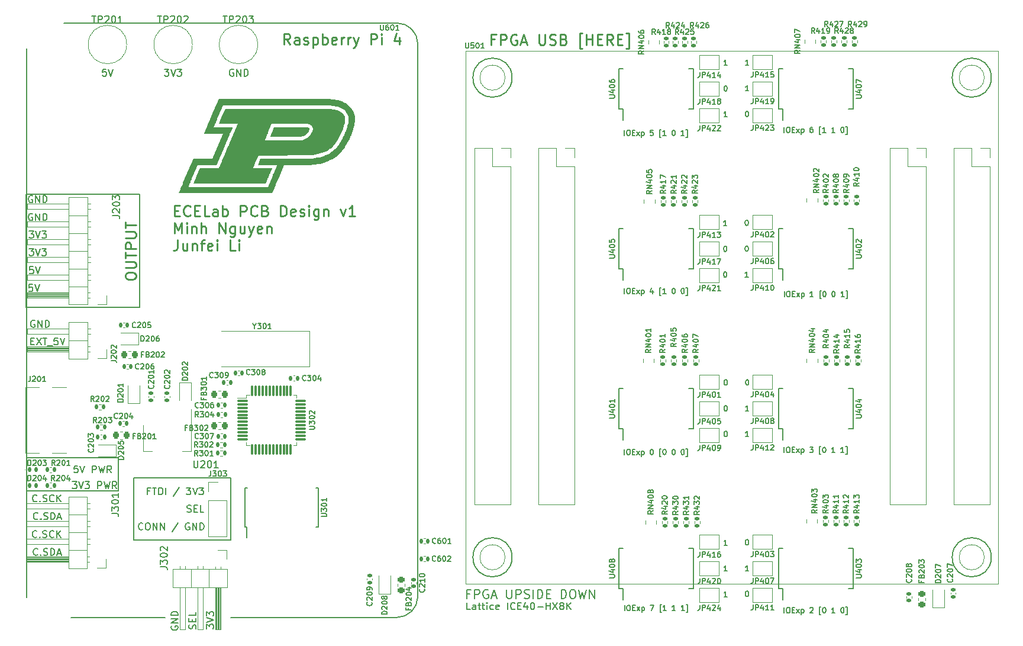
<source format=gto>
G04 #@! TF.GenerationSoftware,KiCad,Pcbnew,(6.0.7)*
G04 #@! TF.CreationDate,2023-05-23T08:57:16-04:00*
G04 #@! TF.ProjectId,ECELab_v1,4543454c-6162-45f7-9631-2e6b69636164,rev?*
G04 #@! TF.SameCoordinates,Original*
G04 #@! TF.FileFunction,Legend,Top*
G04 #@! TF.FilePolarity,Positive*
%FSLAX46Y46*%
G04 Gerber Fmt 4.6, Leading zero omitted, Abs format (unit mm)*
G04 Created by KiCad (PCBNEW (6.0.7)) date 2023-05-23 08:57:16*
%MOMM*%
%LPD*%
G01*
G04 APERTURE LIST*
G04 Aperture macros list*
%AMRoundRect*
0 Rectangle with rounded corners*
0 $1 Rounding radius*
0 $2 $3 $4 $5 $6 $7 $8 $9 X,Y pos of 4 corners*
0 Add a 4 corners polygon primitive as box body*
4,1,4,$2,$3,$4,$5,$6,$7,$8,$9,$2,$3,0*
0 Add four circle primitives for the rounded corners*
1,1,$1+$1,$2,$3*
1,1,$1+$1,$4,$5*
1,1,$1+$1,$6,$7*
1,1,$1+$1,$8,$9*
0 Add four rect primitives between the rounded corners*
20,1,$1+$1,$2,$3,$4,$5,0*
20,1,$1+$1,$4,$5,$6,$7,0*
20,1,$1+$1,$6,$7,$8,$9,0*
20,1,$1+$1,$8,$9,$2,$3,0*%
%AMFreePoly0*
4,1,6,1.000000,0.000000,0.500000,-0.750000,-0.500000,-0.750000,-0.500000,0.750000,0.500000,0.750000,1.000000,0.000000,1.000000,0.000000,$1*%
%AMFreePoly1*
4,1,6,0.500000,-0.750000,-0.650000,-0.750000,-0.150000,0.000000,-0.650000,0.750000,0.500000,0.750000,0.500000,-0.750000,0.500000,-0.750000,$1*%
G04 Aperture macros list end*
%ADD10C,0.150000*%
%ADD11C,0.127000*%
%ADD12C,0.254000*%
%ADD13C,0.120000*%
%ADD14C,0.100000*%
%ADD15R,1.000000X1.500000*%
%ADD16RoundRect,0.140000X0.170000X-0.140000X0.170000X0.140000X-0.170000X0.140000X-0.170000X-0.140000X0*%
%ADD17RoundRect,0.140000X-0.170000X0.140000X-0.170000X-0.140000X0.170000X-0.140000X0.170000X0.140000X0*%
%ADD18R,0.600000X0.450000*%
%ADD19RoundRect,0.135000X0.185000X-0.135000X0.185000X0.135000X-0.185000X0.135000X-0.185000X-0.135000X0*%
%ADD20RoundRect,0.140000X-0.140000X-0.170000X0.140000X-0.170000X0.140000X0.170000X-0.140000X0.170000X0*%
%ADD21R,0.400000X0.500000*%
%ADD22RoundRect,0.140000X0.140000X0.170000X-0.140000X0.170000X-0.140000X-0.170000X0.140000X-0.170000X0*%
%ADD23RoundRect,0.135000X-0.135000X-0.185000X0.135000X-0.185000X0.135000X0.185000X-0.135000X0.185000X0*%
%ADD24RoundRect,0.218750X0.256250X-0.218750X0.256250X0.218750X-0.256250X0.218750X-0.256250X-0.218750X0*%
%ADD25R,0.450000X1.750000*%
%ADD26R,1.700000X1.700000*%
%ADD27O,1.700000X1.700000*%
%ADD28FreePoly0,0.000000*%
%ADD29FreePoly1,0.000000*%
%ADD30C,5.000000*%
%ADD31RoundRect,0.135000X0.135000X0.185000X-0.135000X0.185000X-0.135000X-0.185000X0.135000X-0.185000X0*%
%ADD32RoundRect,0.218750X-0.218750X-0.256250X0.218750X-0.256250X0.218750X0.256250X-0.218750X0.256250X0*%
%ADD33RoundRect,0.135000X-0.185000X0.135000X-0.185000X-0.135000X0.185000X-0.135000X0.185000X0.135000X0*%
%ADD34R,0.600000X1.500000*%
%ADD35FreePoly0,180.000000*%
%ADD36FreePoly1,180.000000*%
%ADD37R,1.524000X1.524000*%
%ADD38C,1.524000*%
%ADD39RoundRect,0.147500X-0.147500X-0.172500X0.147500X-0.172500X0.147500X0.172500X-0.147500X0.172500X0*%
%ADD40R,1.500000X2.000000*%
%ADD41R,3.800000X2.000000*%
%ADD42C,0.650000*%
%ADD43R,1.450000X0.600000*%
%ADD44R,1.450000X0.300000*%
%ADD45O,1.600000X1.000000*%
%ADD46O,2.100000X1.000000*%
%ADD47R,0.450000X0.600000*%
%ADD48RoundRect,0.075000X-0.662500X-0.075000X0.662500X-0.075000X0.662500X0.075000X-0.662500X0.075000X0*%
%ADD49RoundRect,0.075000X-0.075000X-0.662500X0.075000X-0.662500X0.075000X0.662500X-0.075000X0.662500X0*%
%ADD50R,4.500000X2.000000*%
%ADD51RoundRect,0.218750X0.218750X0.256250X-0.218750X0.256250X-0.218750X-0.256250X0.218750X-0.256250X0*%
%ADD52C,5.400000*%
G04 APERTURE END LIST*
D10*
X105460800Y-88696800D02*
X121666000Y-88696800D01*
X121666000Y-88696800D02*
X121666000Y-104902000D01*
X121666000Y-104902000D02*
X105460800Y-104902000D01*
X105460800Y-104902000D02*
X105460800Y-88696800D01*
X120827800Y-129311400D02*
X134772400Y-129311400D01*
X134772400Y-129311400D02*
X134772400Y-138150600D01*
X134772400Y-138150600D02*
X120827800Y-138150600D01*
X120827800Y-138150600D02*
X120827800Y-129311400D01*
X105486200Y-126365000D02*
X118643400Y-126365000D01*
X118643400Y-126365000D02*
X118643400Y-131140200D01*
X118643400Y-131140200D02*
X105486200Y-131140200D01*
X105486200Y-131140200D02*
X105486200Y-126365000D01*
X112074723Y-129805180D02*
X112693771Y-129805180D01*
X112360438Y-130186133D01*
X112503295Y-130186133D01*
X112598533Y-130233752D01*
X112646152Y-130281371D01*
X112693771Y-130376609D01*
X112693771Y-130614704D01*
X112646152Y-130709942D01*
X112598533Y-130757561D01*
X112503295Y-130805180D01*
X112217580Y-130805180D01*
X112122342Y-130757561D01*
X112074723Y-130709942D01*
X112979485Y-129805180D02*
X113312819Y-130805180D01*
X113646152Y-129805180D01*
X113884247Y-129805180D02*
X114503295Y-129805180D01*
X114169961Y-130186133D01*
X114312819Y-130186133D01*
X114408057Y-130233752D01*
X114455676Y-130281371D01*
X114503295Y-130376609D01*
X114503295Y-130614704D01*
X114455676Y-130709942D01*
X114408057Y-130757561D01*
X114312819Y-130805180D01*
X114027104Y-130805180D01*
X113931866Y-130757561D01*
X113884247Y-130709942D01*
X115693771Y-130805180D02*
X115693771Y-129805180D01*
X116074723Y-129805180D01*
X116169961Y-129852800D01*
X116217580Y-129900419D01*
X116265200Y-129995657D01*
X116265200Y-130138514D01*
X116217580Y-130233752D01*
X116169961Y-130281371D01*
X116074723Y-130328990D01*
X115693771Y-130328990D01*
X116598533Y-129805180D02*
X116836628Y-130805180D01*
X117027104Y-130090895D01*
X117217580Y-130805180D01*
X117455676Y-129805180D01*
X118408057Y-130805180D02*
X118074723Y-130328990D01*
X117836628Y-130805180D02*
X117836628Y-129805180D01*
X118217580Y-129805180D01*
X118312819Y-129852800D01*
X118360438Y-129900419D01*
X118408057Y-129995657D01*
X118408057Y-130138514D01*
X118360438Y-130233752D01*
X118312819Y-130281371D01*
X118217580Y-130328990D01*
X117836628Y-130328990D01*
X116903523Y-70826380D02*
X116427333Y-70826380D01*
X116379714Y-71302571D01*
X116427333Y-71254952D01*
X116522571Y-71207333D01*
X116760666Y-71207333D01*
X116855904Y-71254952D01*
X116903523Y-71302571D01*
X116951142Y-71397809D01*
X116951142Y-71635904D01*
X116903523Y-71731142D01*
X116855904Y-71778761D01*
X116760666Y-71826380D01*
X116522571Y-71826380D01*
X116427333Y-71778761D01*
X116379714Y-71731142D01*
X117236857Y-70826380D02*
X117570190Y-71826380D01*
X117903523Y-70826380D01*
D11*
X208573914Y-138116854D02*
X208646485Y-138116854D01*
X208719057Y-138153140D01*
X208755342Y-138189425D01*
X208791628Y-138261997D01*
X208827914Y-138407140D01*
X208827914Y-138588568D01*
X208791628Y-138733711D01*
X208755342Y-138806282D01*
X208719057Y-138842568D01*
X208646485Y-138878854D01*
X208573914Y-138878854D01*
X208501342Y-138842568D01*
X208465057Y-138806282D01*
X208428771Y-138733711D01*
X208392485Y-138588568D01*
X208392485Y-138407140D01*
X208428771Y-138261997D01*
X208465057Y-138189425D01*
X208501342Y-138153140D01*
X208573914Y-138116854D01*
X208827914Y-142559314D02*
X208392485Y-142559314D01*
X208610200Y-142559314D02*
X208610200Y-141797314D01*
X208537628Y-141906171D01*
X208465057Y-141978742D01*
X208392485Y-142015028D01*
X208573914Y-145477774D02*
X208646485Y-145477774D01*
X208719057Y-145514060D01*
X208755342Y-145550345D01*
X208791628Y-145622917D01*
X208827914Y-145768060D01*
X208827914Y-145949488D01*
X208791628Y-146094631D01*
X208755342Y-146167202D01*
X208719057Y-146203488D01*
X208646485Y-146239774D01*
X208573914Y-146239774D01*
X208501342Y-146203488D01*
X208465057Y-146167202D01*
X208428771Y-146094631D01*
X208392485Y-145949488D01*
X208392485Y-145768060D01*
X208428771Y-145622917D01*
X208465057Y-145550345D01*
X208501342Y-145514060D01*
X208573914Y-145477774D01*
D10*
X107099266Y-140260342D02*
X107051647Y-140307961D01*
X106908790Y-140355580D01*
X106813552Y-140355580D01*
X106670695Y-140307961D01*
X106575457Y-140212723D01*
X106527838Y-140117485D01*
X106480219Y-139927009D01*
X106480219Y-139784152D01*
X106527838Y-139593676D01*
X106575457Y-139498438D01*
X106670695Y-139403200D01*
X106813552Y-139355580D01*
X106908790Y-139355580D01*
X107051647Y-139403200D01*
X107099266Y-139450819D01*
X107527838Y-140260342D02*
X107575457Y-140307961D01*
X107527838Y-140355580D01*
X107480219Y-140307961D01*
X107527838Y-140260342D01*
X107527838Y-140355580D01*
X107956409Y-140307961D02*
X108099266Y-140355580D01*
X108337361Y-140355580D01*
X108432600Y-140307961D01*
X108480219Y-140260342D01*
X108527838Y-140165104D01*
X108527838Y-140069866D01*
X108480219Y-139974628D01*
X108432600Y-139927009D01*
X108337361Y-139879390D01*
X108146885Y-139831771D01*
X108051647Y-139784152D01*
X108004028Y-139736533D01*
X107956409Y-139641295D01*
X107956409Y-139546057D01*
X108004028Y-139450819D01*
X108051647Y-139403200D01*
X108146885Y-139355580D01*
X108384980Y-139355580D01*
X108527838Y-139403200D01*
X108956409Y-140355580D02*
X108956409Y-139355580D01*
X109194504Y-139355580D01*
X109337361Y-139403200D01*
X109432600Y-139498438D01*
X109480219Y-139593676D01*
X109527838Y-139784152D01*
X109527838Y-139927009D01*
X109480219Y-140117485D01*
X109432600Y-140212723D01*
X109337361Y-140307961D01*
X109194504Y-140355580D01*
X108956409Y-140355580D01*
X109908790Y-140069866D02*
X110384980Y-140069866D01*
X109813552Y-140355580D02*
X110146885Y-139355580D01*
X110480219Y-140355580D01*
X129716161Y-150850457D02*
X129763780Y-150707600D01*
X129763780Y-150469504D01*
X129716161Y-150374266D01*
X129668542Y-150326647D01*
X129573304Y-150279028D01*
X129478066Y-150279028D01*
X129382828Y-150326647D01*
X129335209Y-150374266D01*
X129287590Y-150469504D01*
X129239971Y-150659980D01*
X129192352Y-150755219D01*
X129144733Y-150802838D01*
X129049495Y-150850457D01*
X128954257Y-150850457D01*
X128859019Y-150802838D01*
X128811400Y-150755219D01*
X128763780Y-150659980D01*
X128763780Y-150421885D01*
X128811400Y-150279028D01*
X129239971Y-149850457D02*
X129239971Y-149517123D01*
X129763780Y-149374266D02*
X129763780Y-149850457D01*
X128763780Y-149850457D01*
X128763780Y-149374266D01*
X129763780Y-148469504D02*
X129763780Y-148945695D01*
X128763780Y-148945695D01*
X105899104Y-96480380D02*
X106518152Y-96480380D01*
X106184819Y-96861333D01*
X106327676Y-96861333D01*
X106422914Y-96908952D01*
X106470533Y-96956571D01*
X106518152Y-97051809D01*
X106518152Y-97289904D01*
X106470533Y-97385142D01*
X106422914Y-97432761D01*
X106327676Y-97480380D01*
X106041961Y-97480380D01*
X105946723Y-97432761D01*
X105899104Y-97385142D01*
X106803866Y-96480380D02*
X107137200Y-97480380D01*
X107470533Y-96480380D01*
X107708628Y-96480380D02*
X108327676Y-96480380D01*
X107994342Y-96861333D01*
X108137200Y-96861333D01*
X108232438Y-96908952D01*
X108280057Y-96956571D01*
X108327676Y-97051809D01*
X108327676Y-97289904D01*
X108280057Y-97385142D01*
X108232438Y-97432761D01*
X108137200Y-97480380D01*
X107851485Y-97480380D01*
X107756247Y-97432761D01*
X107708628Y-97385142D01*
D12*
X126689757Y-91061902D02*
X127197757Y-91061902D01*
X127415471Y-91860188D02*
X126689757Y-91860188D01*
X126689757Y-90336188D01*
X127415471Y-90336188D01*
X128939471Y-91715045D02*
X128866900Y-91787617D01*
X128649185Y-91860188D01*
X128504042Y-91860188D01*
X128286328Y-91787617D01*
X128141185Y-91642474D01*
X128068614Y-91497331D01*
X127996042Y-91207045D01*
X127996042Y-90989331D01*
X128068614Y-90699045D01*
X128141185Y-90553902D01*
X128286328Y-90408760D01*
X128504042Y-90336188D01*
X128649185Y-90336188D01*
X128866900Y-90408760D01*
X128939471Y-90481331D01*
X129592614Y-91061902D02*
X130100614Y-91061902D01*
X130318328Y-91860188D02*
X129592614Y-91860188D01*
X129592614Y-90336188D01*
X130318328Y-90336188D01*
X131697185Y-91860188D02*
X130971471Y-91860188D01*
X130971471Y-90336188D01*
X132858328Y-91860188D02*
X132858328Y-91061902D01*
X132785757Y-90916760D01*
X132640614Y-90844188D01*
X132350328Y-90844188D01*
X132205185Y-90916760D01*
X132858328Y-91787617D02*
X132713185Y-91860188D01*
X132350328Y-91860188D01*
X132205185Y-91787617D01*
X132132614Y-91642474D01*
X132132614Y-91497331D01*
X132205185Y-91352188D01*
X132350328Y-91279617D01*
X132713185Y-91279617D01*
X132858328Y-91207045D01*
X133584042Y-91860188D02*
X133584042Y-90336188D01*
X133584042Y-90916760D02*
X133729185Y-90844188D01*
X134019471Y-90844188D01*
X134164614Y-90916760D01*
X134237185Y-90989331D01*
X134309757Y-91134474D01*
X134309757Y-91569902D01*
X134237185Y-91715045D01*
X134164614Y-91787617D01*
X134019471Y-91860188D01*
X133729185Y-91860188D01*
X133584042Y-91787617D01*
X136124042Y-91860188D02*
X136124042Y-90336188D01*
X136704614Y-90336188D01*
X136849757Y-90408760D01*
X136922328Y-90481331D01*
X136994900Y-90626474D01*
X136994900Y-90844188D01*
X136922328Y-90989331D01*
X136849757Y-91061902D01*
X136704614Y-91134474D01*
X136124042Y-91134474D01*
X138518900Y-91715045D02*
X138446328Y-91787617D01*
X138228614Y-91860188D01*
X138083471Y-91860188D01*
X137865757Y-91787617D01*
X137720614Y-91642474D01*
X137648042Y-91497331D01*
X137575471Y-91207045D01*
X137575471Y-90989331D01*
X137648042Y-90699045D01*
X137720614Y-90553902D01*
X137865757Y-90408760D01*
X138083471Y-90336188D01*
X138228614Y-90336188D01*
X138446328Y-90408760D01*
X138518900Y-90481331D01*
X139680042Y-91061902D02*
X139897757Y-91134474D01*
X139970328Y-91207045D01*
X140042900Y-91352188D01*
X140042900Y-91569902D01*
X139970328Y-91715045D01*
X139897757Y-91787617D01*
X139752614Y-91860188D01*
X139172042Y-91860188D01*
X139172042Y-90336188D01*
X139680042Y-90336188D01*
X139825185Y-90408760D01*
X139897757Y-90481331D01*
X139970328Y-90626474D01*
X139970328Y-90771617D01*
X139897757Y-90916760D01*
X139825185Y-90989331D01*
X139680042Y-91061902D01*
X139172042Y-91061902D01*
X141857185Y-91860188D02*
X141857185Y-90336188D01*
X142220042Y-90336188D01*
X142437757Y-90408760D01*
X142582900Y-90553902D01*
X142655471Y-90699045D01*
X142728042Y-90989331D01*
X142728042Y-91207045D01*
X142655471Y-91497331D01*
X142582900Y-91642474D01*
X142437757Y-91787617D01*
X142220042Y-91860188D01*
X141857185Y-91860188D01*
X143961757Y-91787617D02*
X143816614Y-91860188D01*
X143526328Y-91860188D01*
X143381185Y-91787617D01*
X143308614Y-91642474D01*
X143308614Y-91061902D01*
X143381185Y-90916760D01*
X143526328Y-90844188D01*
X143816614Y-90844188D01*
X143961757Y-90916760D01*
X144034328Y-91061902D01*
X144034328Y-91207045D01*
X143308614Y-91352188D01*
X144614900Y-91787617D02*
X144760042Y-91860188D01*
X145050328Y-91860188D01*
X145195471Y-91787617D01*
X145268042Y-91642474D01*
X145268042Y-91569902D01*
X145195471Y-91424760D01*
X145050328Y-91352188D01*
X144832614Y-91352188D01*
X144687471Y-91279617D01*
X144614900Y-91134474D01*
X144614900Y-91061902D01*
X144687471Y-90916760D01*
X144832614Y-90844188D01*
X145050328Y-90844188D01*
X145195471Y-90916760D01*
X145921185Y-91860188D02*
X145921185Y-90844188D01*
X145921185Y-90336188D02*
X145848614Y-90408760D01*
X145921185Y-90481331D01*
X145993757Y-90408760D01*
X145921185Y-90336188D01*
X145921185Y-90481331D01*
X147300042Y-90844188D02*
X147300042Y-92077902D01*
X147227471Y-92223045D01*
X147154900Y-92295617D01*
X147009757Y-92368188D01*
X146792042Y-92368188D01*
X146646900Y-92295617D01*
X147300042Y-91787617D02*
X147154900Y-91860188D01*
X146864614Y-91860188D01*
X146719471Y-91787617D01*
X146646900Y-91715045D01*
X146574328Y-91569902D01*
X146574328Y-91134474D01*
X146646900Y-90989331D01*
X146719471Y-90916760D01*
X146864614Y-90844188D01*
X147154900Y-90844188D01*
X147300042Y-90916760D01*
X148025757Y-90844188D02*
X148025757Y-91860188D01*
X148025757Y-90989331D02*
X148098328Y-90916760D01*
X148243471Y-90844188D01*
X148461185Y-90844188D01*
X148606328Y-90916760D01*
X148678900Y-91061902D01*
X148678900Y-91860188D01*
X150420614Y-90844188D02*
X150783471Y-91860188D01*
X151146328Y-90844188D01*
X152525185Y-91860188D02*
X151654328Y-91860188D01*
X152089757Y-91860188D02*
X152089757Y-90336188D01*
X151944614Y-90553902D01*
X151799471Y-90699045D01*
X151654328Y-90771617D01*
X126689757Y-94313828D02*
X126689757Y-92789828D01*
X127197757Y-93878400D01*
X127705757Y-92789828D01*
X127705757Y-94313828D01*
X128431471Y-94313828D02*
X128431471Y-93297828D01*
X128431471Y-92789828D02*
X128358900Y-92862400D01*
X128431471Y-92934971D01*
X128504042Y-92862400D01*
X128431471Y-92789828D01*
X128431471Y-92934971D01*
X129157185Y-93297828D02*
X129157185Y-94313828D01*
X129157185Y-93442971D02*
X129229757Y-93370400D01*
X129374900Y-93297828D01*
X129592614Y-93297828D01*
X129737757Y-93370400D01*
X129810328Y-93515542D01*
X129810328Y-94313828D01*
X130536042Y-94313828D02*
X130536042Y-92789828D01*
X131189185Y-94313828D02*
X131189185Y-93515542D01*
X131116614Y-93370400D01*
X130971471Y-93297828D01*
X130753757Y-93297828D01*
X130608614Y-93370400D01*
X130536042Y-93442971D01*
X133076042Y-94313828D02*
X133076042Y-92789828D01*
X133946900Y-94313828D01*
X133946900Y-92789828D01*
X135325757Y-93297828D02*
X135325757Y-94531542D01*
X135253185Y-94676685D01*
X135180614Y-94749257D01*
X135035471Y-94821828D01*
X134817757Y-94821828D01*
X134672614Y-94749257D01*
X135325757Y-94241257D02*
X135180614Y-94313828D01*
X134890328Y-94313828D01*
X134745185Y-94241257D01*
X134672614Y-94168685D01*
X134600042Y-94023542D01*
X134600042Y-93588114D01*
X134672614Y-93442971D01*
X134745185Y-93370400D01*
X134890328Y-93297828D01*
X135180614Y-93297828D01*
X135325757Y-93370400D01*
X136704614Y-93297828D02*
X136704614Y-94313828D01*
X136051471Y-93297828D02*
X136051471Y-94096114D01*
X136124042Y-94241257D01*
X136269185Y-94313828D01*
X136486900Y-94313828D01*
X136632042Y-94241257D01*
X136704614Y-94168685D01*
X137285185Y-93297828D02*
X137648042Y-94313828D01*
X138010900Y-93297828D02*
X137648042Y-94313828D01*
X137502900Y-94676685D01*
X137430328Y-94749257D01*
X137285185Y-94821828D01*
X139172042Y-94241257D02*
X139026900Y-94313828D01*
X138736614Y-94313828D01*
X138591471Y-94241257D01*
X138518900Y-94096114D01*
X138518900Y-93515542D01*
X138591471Y-93370400D01*
X138736614Y-93297828D01*
X139026900Y-93297828D01*
X139172042Y-93370400D01*
X139244614Y-93515542D01*
X139244614Y-93660685D01*
X138518900Y-93805828D01*
X139897757Y-93297828D02*
X139897757Y-94313828D01*
X139897757Y-93442971D02*
X139970328Y-93370400D01*
X140115471Y-93297828D01*
X140333185Y-93297828D01*
X140478328Y-93370400D01*
X140550900Y-93515542D01*
X140550900Y-94313828D01*
X127125185Y-95243468D02*
X127125185Y-96332040D01*
X127052614Y-96549754D01*
X126907471Y-96694897D01*
X126689757Y-96767468D01*
X126544614Y-96767468D01*
X128504042Y-95751468D02*
X128504042Y-96767468D01*
X127850900Y-95751468D02*
X127850900Y-96549754D01*
X127923471Y-96694897D01*
X128068614Y-96767468D01*
X128286328Y-96767468D01*
X128431471Y-96694897D01*
X128504042Y-96622325D01*
X129229757Y-95751468D02*
X129229757Y-96767468D01*
X129229757Y-95896611D02*
X129302328Y-95824040D01*
X129447471Y-95751468D01*
X129665185Y-95751468D01*
X129810328Y-95824040D01*
X129882900Y-95969182D01*
X129882900Y-96767468D01*
X130390900Y-95751468D02*
X130971471Y-95751468D01*
X130608614Y-96767468D02*
X130608614Y-95461182D01*
X130681185Y-95316040D01*
X130826328Y-95243468D01*
X130971471Y-95243468D01*
X132060042Y-96694897D02*
X131914900Y-96767468D01*
X131624614Y-96767468D01*
X131479471Y-96694897D01*
X131406900Y-96549754D01*
X131406900Y-95969182D01*
X131479471Y-95824040D01*
X131624614Y-95751468D01*
X131914900Y-95751468D01*
X132060042Y-95824040D01*
X132132614Y-95969182D01*
X132132614Y-96114325D01*
X131406900Y-96259468D01*
X132785757Y-96767468D02*
X132785757Y-95751468D01*
X132785757Y-95243468D02*
X132713185Y-95316040D01*
X132785757Y-95388611D01*
X132858328Y-95316040D01*
X132785757Y-95243468D01*
X132785757Y-95388611D01*
X135398328Y-96767468D02*
X134672614Y-96767468D01*
X134672614Y-95243468D01*
X135906328Y-96767468D02*
X135906328Y-95751468D01*
X135906328Y-95243468D02*
X135833757Y-95316040D01*
X135906328Y-95388611D01*
X135978900Y-95316040D01*
X135906328Y-95243468D01*
X135906328Y-95388611D01*
D10*
X135128095Y-70874000D02*
X135032857Y-70826380D01*
X134890000Y-70826380D01*
X134747142Y-70874000D01*
X134651904Y-70969238D01*
X134604285Y-71064476D01*
X134556666Y-71254952D01*
X134556666Y-71397809D01*
X134604285Y-71588285D01*
X134651904Y-71683523D01*
X134747142Y-71778761D01*
X134890000Y-71826380D01*
X134985238Y-71826380D01*
X135128095Y-71778761D01*
X135175714Y-71731142D01*
X135175714Y-71397809D01*
X134985238Y-71397809D01*
X135604285Y-71826380D02*
X135604285Y-70826380D01*
X136175714Y-71826380D01*
X136175714Y-70826380D01*
X136651904Y-71826380D02*
X136651904Y-70826380D01*
X136890000Y-70826380D01*
X137032857Y-70874000D01*
X137128095Y-70969238D01*
X137175714Y-71064476D01*
X137223333Y-71254952D01*
X137223333Y-71397809D01*
X137175714Y-71588285D01*
X137128095Y-71683523D01*
X137032857Y-71778761D01*
X136890000Y-71826380D01*
X136651904Y-71826380D01*
D11*
X205754514Y-138904254D02*
X205319085Y-138904254D01*
X205536800Y-138904254D02*
X205536800Y-138142254D01*
X205464228Y-138251111D01*
X205391657Y-138323682D01*
X205319085Y-138359968D01*
X205754514Y-142584714D02*
X205319085Y-142584714D01*
X205536800Y-142584714D02*
X205536800Y-141822714D01*
X205464228Y-141931571D01*
X205391657Y-142004142D01*
X205319085Y-142040428D01*
X205754514Y-146265174D02*
X205319085Y-146265174D01*
X205536800Y-146265174D02*
X205536800Y-145503174D01*
X205464228Y-145612031D01*
X205391657Y-145684602D01*
X205319085Y-145720888D01*
D10*
X105899104Y-93965780D02*
X106518152Y-93965780D01*
X106184819Y-94346733D01*
X106327676Y-94346733D01*
X106422914Y-94394352D01*
X106470533Y-94441971D01*
X106518152Y-94537209D01*
X106518152Y-94775304D01*
X106470533Y-94870542D01*
X106422914Y-94918161D01*
X106327676Y-94965780D01*
X106041961Y-94965780D01*
X105946723Y-94918161D01*
X105899104Y-94870542D01*
X106803866Y-93965780D02*
X107137200Y-94965780D01*
X107470533Y-93965780D01*
X107708628Y-93965780D02*
X108327676Y-93965780D01*
X107994342Y-94346733D01*
X108137200Y-94346733D01*
X108232438Y-94394352D01*
X108280057Y-94441971D01*
X108327676Y-94537209D01*
X108327676Y-94775304D01*
X108280057Y-94870542D01*
X108232438Y-94918161D01*
X108137200Y-94965780D01*
X107851485Y-94965780D01*
X107756247Y-94918161D01*
X107708628Y-94870542D01*
D11*
X213922428Y-125642914D02*
X213922428Y-124880914D01*
X214430428Y-124880914D02*
X214575571Y-124880914D01*
X214648142Y-124917200D01*
X214720714Y-124989771D01*
X214757000Y-125134914D01*
X214757000Y-125388914D01*
X214720714Y-125534057D01*
X214648142Y-125606628D01*
X214575571Y-125642914D01*
X214430428Y-125642914D01*
X214357857Y-125606628D01*
X214285285Y-125534057D01*
X214249000Y-125388914D01*
X214249000Y-125134914D01*
X214285285Y-124989771D01*
X214357857Y-124917200D01*
X214430428Y-124880914D01*
X215083571Y-125243771D02*
X215337571Y-125243771D01*
X215446428Y-125642914D02*
X215083571Y-125642914D01*
X215083571Y-124880914D01*
X215446428Y-124880914D01*
X215700428Y-125642914D02*
X216099571Y-125134914D01*
X215700428Y-125134914D02*
X216099571Y-125642914D01*
X216389857Y-125134914D02*
X216389857Y-125896914D01*
X216389857Y-125171200D02*
X216462428Y-125134914D01*
X216607571Y-125134914D01*
X216680142Y-125171200D01*
X216716428Y-125207485D01*
X216752714Y-125280057D01*
X216752714Y-125497771D01*
X216716428Y-125570342D01*
X216680142Y-125606628D01*
X216607571Y-125642914D01*
X216462428Y-125642914D01*
X216389857Y-125606628D01*
X217587285Y-124880914D02*
X218059000Y-124880914D01*
X217805000Y-125171200D01*
X217913857Y-125171200D01*
X217986428Y-125207485D01*
X218022714Y-125243771D01*
X218059000Y-125316342D01*
X218059000Y-125497771D01*
X218022714Y-125570342D01*
X217986428Y-125606628D01*
X217913857Y-125642914D01*
X217696142Y-125642914D01*
X217623571Y-125606628D01*
X217587285Y-125570342D01*
X219183857Y-125896914D02*
X219002428Y-125896914D01*
X219002428Y-124808342D01*
X219183857Y-124808342D01*
X219619285Y-124880914D02*
X219691857Y-124880914D01*
X219764428Y-124917200D01*
X219800714Y-124953485D01*
X219837000Y-125026057D01*
X219873285Y-125171200D01*
X219873285Y-125352628D01*
X219837000Y-125497771D01*
X219800714Y-125570342D01*
X219764428Y-125606628D01*
X219691857Y-125642914D01*
X219619285Y-125642914D01*
X219546714Y-125606628D01*
X219510428Y-125570342D01*
X219474142Y-125497771D01*
X219437857Y-125352628D01*
X219437857Y-125171200D01*
X219474142Y-125026057D01*
X219510428Y-124953485D01*
X219546714Y-124917200D01*
X219619285Y-124880914D01*
X221179571Y-125642914D02*
X220744142Y-125642914D01*
X220961857Y-125642914D02*
X220961857Y-124880914D01*
X220889285Y-124989771D01*
X220816714Y-125062342D01*
X220744142Y-125098628D01*
X222485857Y-125642914D02*
X222050428Y-125642914D01*
X222268142Y-125642914D02*
X222268142Y-124880914D01*
X222195571Y-124989771D01*
X222123000Y-125062342D01*
X222050428Y-125098628D01*
X222739857Y-125896914D02*
X222921285Y-125896914D01*
X222921285Y-124808342D01*
X222739857Y-124808342D01*
X208827914Y-70248054D02*
X208392485Y-70248054D01*
X208610200Y-70248054D02*
X208610200Y-69486054D01*
X208537628Y-69594911D01*
X208465057Y-69667482D01*
X208392485Y-69703768D01*
X208827914Y-73928514D02*
X208392485Y-73928514D01*
X208610200Y-73928514D02*
X208610200Y-73166514D01*
X208537628Y-73275371D01*
X208465057Y-73347942D01*
X208392485Y-73384228D01*
X208573914Y-76846974D02*
X208646485Y-76846974D01*
X208719057Y-76883260D01*
X208755342Y-76919545D01*
X208791628Y-76992117D01*
X208827914Y-77137260D01*
X208827914Y-77318688D01*
X208791628Y-77463831D01*
X208755342Y-77536402D01*
X208719057Y-77572688D01*
X208646485Y-77608974D01*
X208573914Y-77608974D01*
X208501342Y-77572688D01*
X208465057Y-77536402D01*
X208428771Y-77463831D01*
X208392485Y-77318688D01*
X208392485Y-77137260D01*
X208428771Y-76992117D01*
X208465057Y-76919545D01*
X208501342Y-76883260D01*
X208573914Y-76846974D01*
X208523114Y-92422254D02*
X208595685Y-92422254D01*
X208668257Y-92458540D01*
X208704542Y-92494825D01*
X208740828Y-92567397D01*
X208777114Y-92712540D01*
X208777114Y-92893968D01*
X208740828Y-93039111D01*
X208704542Y-93111682D01*
X208668257Y-93147968D01*
X208595685Y-93184254D01*
X208523114Y-93184254D01*
X208450542Y-93147968D01*
X208414257Y-93111682D01*
X208377971Y-93039111D01*
X208341685Y-92893968D01*
X208341685Y-92712540D01*
X208377971Y-92567397D01*
X208414257Y-92494825D01*
X208450542Y-92458540D01*
X208523114Y-92422254D01*
X208523114Y-96102714D02*
X208595685Y-96102714D01*
X208668257Y-96139000D01*
X208704542Y-96175285D01*
X208740828Y-96247857D01*
X208777114Y-96393000D01*
X208777114Y-96574428D01*
X208740828Y-96719571D01*
X208704542Y-96792142D01*
X208668257Y-96828428D01*
X208595685Y-96864714D01*
X208523114Y-96864714D01*
X208450542Y-96828428D01*
X208414257Y-96792142D01*
X208377971Y-96719571D01*
X208341685Y-96574428D01*
X208341685Y-96393000D01*
X208377971Y-96247857D01*
X208414257Y-96175285D01*
X208450542Y-96139000D01*
X208523114Y-96102714D01*
X208777114Y-100545174D02*
X208341685Y-100545174D01*
X208559400Y-100545174D02*
X208559400Y-99783174D01*
X208486828Y-99892031D01*
X208414257Y-99964602D01*
X208341685Y-100000888D01*
X213922428Y-79872114D02*
X213922428Y-79110114D01*
X214430428Y-79110114D02*
X214575571Y-79110114D01*
X214648142Y-79146400D01*
X214720714Y-79218971D01*
X214757000Y-79364114D01*
X214757000Y-79618114D01*
X214720714Y-79763257D01*
X214648142Y-79835828D01*
X214575571Y-79872114D01*
X214430428Y-79872114D01*
X214357857Y-79835828D01*
X214285285Y-79763257D01*
X214249000Y-79618114D01*
X214249000Y-79364114D01*
X214285285Y-79218971D01*
X214357857Y-79146400D01*
X214430428Y-79110114D01*
X215083571Y-79472971D02*
X215337571Y-79472971D01*
X215446428Y-79872114D02*
X215083571Y-79872114D01*
X215083571Y-79110114D01*
X215446428Y-79110114D01*
X215700428Y-79872114D02*
X216099571Y-79364114D01*
X215700428Y-79364114D02*
X216099571Y-79872114D01*
X216389857Y-79364114D02*
X216389857Y-80126114D01*
X216389857Y-79400400D02*
X216462428Y-79364114D01*
X216607571Y-79364114D01*
X216680142Y-79400400D01*
X216716428Y-79436685D01*
X216752714Y-79509257D01*
X216752714Y-79726971D01*
X216716428Y-79799542D01*
X216680142Y-79835828D01*
X216607571Y-79872114D01*
X216462428Y-79872114D01*
X216389857Y-79835828D01*
X217986428Y-79110114D02*
X217841285Y-79110114D01*
X217768714Y-79146400D01*
X217732428Y-79182685D01*
X217659857Y-79291542D01*
X217623571Y-79436685D01*
X217623571Y-79726971D01*
X217659857Y-79799542D01*
X217696142Y-79835828D01*
X217768714Y-79872114D01*
X217913857Y-79872114D01*
X217986428Y-79835828D01*
X218022714Y-79799542D01*
X218059000Y-79726971D01*
X218059000Y-79545542D01*
X218022714Y-79472971D01*
X217986428Y-79436685D01*
X217913857Y-79400400D01*
X217768714Y-79400400D01*
X217696142Y-79436685D01*
X217659857Y-79472971D01*
X217623571Y-79545542D01*
X219183857Y-80126114D02*
X219002428Y-80126114D01*
X219002428Y-79037542D01*
X219183857Y-79037542D01*
X219873285Y-79872114D02*
X219437857Y-79872114D01*
X219655571Y-79872114D02*
X219655571Y-79110114D01*
X219583000Y-79218971D01*
X219510428Y-79291542D01*
X219437857Y-79327828D01*
X221179571Y-79872114D02*
X220744142Y-79872114D01*
X220961857Y-79872114D02*
X220961857Y-79110114D01*
X220889285Y-79218971D01*
X220816714Y-79291542D01*
X220744142Y-79327828D01*
X222231857Y-79110114D02*
X222304428Y-79110114D01*
X222377000Y-79146400D01*
X222413285Y-79182685D01*
X222449571Y-79255257D01*
X222485857Y-79400400D01*
X222485857Y-79581828D01*
X222449571Y-79726971D01*
X222413285Y-79799542D01*
X222377000Y-79835828D01*
X222304428Y-79872114D01*
X222231857Y-79872114D01*
X222159285Y-79835828D01*
X222123000Y-79799542D01*
X222086714Y-79726971D01*
X222050428Y-79581828D01*
X222050428Y-79400400D01*
X222086714Y-79255257D01*
X222123000Y-79182685D01*
X222159285Y-79146400D01*
X222231857Y-79110114D01*
X222739857Y-80126114D02*
X222921285Y-80126114D01*
X222921285Y-79037542D01*
X222739857Y-79037542D01*
D10*
X107124666Y-135129542D02*
X107077047Y-135177161D01*
X106934190Y-135224780D01*
X106838952Y-135224780D01*
X106696095Y-135177161D01*
X106600857Y-135081923D01*
X106553238Y-134986685D01*
X106505619Y-134796209D01*
X106505619Y-134653352D01*
X106553238Y-134462876D01*
X106600857Y-134367638D01*
X106696095Y-134272400D01*
X106838952Y-134224780D01*
X106934190Y-134224780D01*
X107077047Y-134272400D01*
X107124666Y-134320019D01*
X107553238Y-135129542D02*
X107600857Y-135177161D01*
X107553238Y-135224780D01*
X107505619Y-135177161D01*
X107553238Y-135129542D01*
X107553238Y-135224780D01*
X107981809Y-135177161D02*
X108124666Y-135224780D01*
X108362761Y-135224780D01*
X108458000Y-135177161D01*
X108505619Y-135129542D01*
X108553238Y-135034304D01*
X108553238Y-134939066D01*
X108505619Y-134843828D01*
X108458000Y-134796209D01*
X108362761Y-134748590D01*
X108172285Y-134700971D01*
X108077047Y-134653352D01*
X108029428Y-134605733D01*
X107981809Y-134510495D01*
X107981809Y-134415257D01*
X108029428Y-134320019D01*
X108077047Y-134272400D01*
X108172285Y-134224780D01*
X108410380Y-134224780D01*
X108553238Y-134272400D01*
X108981809Y-135224780D02*
X108981809Y-134224780D01*
X109219904Y-134224780D01*
X109362761Y-134272400D01*
X109458000Y-134367638D01*
X109505619Y-134462876D01*
X109553238Y-134653352D01*
X109553238Y-134796209D01*
X109505619Y-134986685D01*
X109458000Y-135081923D01*
X109362761Y-135177161D01*
X109219904Y-135224780D01*
X108981809Y-135224780D01*
X109934190Y-134939066D02*
X110410380Y-134939066D01*
X109838952Y-135224780D02*
X110172285Y-134224780D01*
X110505619Y-135224780D01*
X107002438Y-132589542D02*
X106954819Y-132637161D01*
X106811961Y-132684780D01*
X106716723Y-132684780D01*
X106573866Y-132637161D01*
X106478628Y-132541923D01*
X106431009Y-132446685D01*
X106383390Y-132256209D01*
X106383390Y-132113352D01*
X106431009Y-131922876D01*
X106478628Y-131827638D01*
X106573866Y-131732400D01*
X106716723Y-131684780D01*
X106811961Y-131684780D01*
X106954819Y-131732400D01*
X107002438Y-131780019D01*
X107431009Y-132589542D02*
X107478628Y-132637161D01*
X107431009Y-132684780D01*
X107383390Y-132637161D01*
X107431009Y-132589542D01*
X107431009Y-132684780D01*
X107859580Y-132637161D02*
X108002438Y-132684780D01*
X108240533Y-132684780D01*
X108335771Y-132637161D01*
X108383390Y-132589542D01*
X108431009Y-132494304D01*
X108431009Y-132399066D01*
X108383390Y-132303828D01*
X108335771Y-132256209D01*
X108240533Y-132208590D01*
X108050057Y-132160971D01*
X107954819Y-132113352D01*
X107907200Y-132065733D01*
X107859580Y-131970495D01*
X107859580Y-131875257D01*
X107907200Y-131780019D01*
X107954819Y-131732400D01*
X108050057Y-131684780D01*
X108288152Y-131684780D01*
X108431009Y-131732400D01*
X109431009Y-132589542D02*
X109383390Y-132637161D01*
X109240533Y-132684780D01*
X109145295Y-132684780D01*
X109002438Y-132637161D01*
X108907200Y-132541923D01*
X108859580Y-132446685D01*
X108811961Y-132256209D01*
X108811961Y-132113352D01*
X108859580Y-131922876D01*
X108907200Y-131827638D01*
X109002438Y-131732400D01*
X109145295Y-131684780D01*
X109240533Y-131684780D01*
X109383390Y-131732400D01*
X109431009Y-131780019D01*
X109859580Y-132684780D02*
X109859580Y-131684780D01*
X110431009Y-132684780D02*
X110002438Y-132113352D01*
X110431009Y-131684780D02*
X109859580Y-132256209D01*
D11*
X191062428Y-125947714D02*
X191062428Y-125185714D01*
X191570428Y-125185714D02*
X191715571Y-125185714D01*
X191788142Y-125222000D01*
X191860714Y-125294571D01*
X191897000Y-125439714D01*
X191897000Y-125693714D01*
X191860714Y-125838857D01*
X191788142Y-125911428D01*
X191715571Y-125947714D01*
X191570428Y-125947714D01*
X191497857Y-125911428D01*
X191425285Y-125838857D01*
X191389000Y-125693714D01*
X191389000Y-125439714D01*
X191425285Y-125294571D01*
X191497857Y-125222000D01*
X191570428Y-125185714D01*
X192223571Y-125548571D02*
X192477571Y-125548571D01*
X192586428Y-125947714D02*
X192223571Y-125947714D01*
X192223571Y-125185714D01*
X192586428Y-125185714D01*
X192840428Y-125947714D02*
X193239571Y-125439714D01*
X192840428Y-125439714D02*
X193239571Y-125947714D01*
X193529857Y-125439714D02*
X193529857Y-126201714D01*
X193529857Y-125476000D02*
X193602428Y-125439714D01*
X193747571Y-125439714D01*
X193820142Y-125476000D01*
X193856428Y-125512285D01*
X193892714Y-125584857D01*
X193892714Y-125802571D01*
X193856428Y-125875142D01*
X193820142Y-125911428D01*
X193747571Y-125947714D01*
X193602428Y-125947714D01*
X193529857Y-125911428D01*
X194945000Y-125185714D02*
X195017571Y-125185714D01*
X195090142Y-125222000D01*
X195126428Y-125258285D01*
X195162714Y-125330857D01*
X195199000Y-125476000D01*
X195199000Y-125657428D01*
X195162714Y-125802571D01*
X195126428Y-125875142D01*
X195090142Y-125911428D01*
X195017571Y-125947714D01*
X194945000Y-125947714D01*
X194872428Y-125911428D01*
X194836142Y-125875142D01*
X194799857Y-125802571D01*
X194763571Y-125657428D01*
X194763571Y-125476000D01*
X194799857Y-125330857D01*
X194836142Y-125258285D01*
X194872428Y-125222000D01*
X194945000Y-125185714D01*
X196323857Y-126201714D02*
X196142428Y-126201714D01*
X196142428Y-125113142D01*
X196323857Y-125113142D01*
X196759285Y-125185714D02*
X196831857Y-125185714D01*
X196904428Y-125222000D01*
X196940714Y-125258285D01*
X196977000Y-125330857D01*
X197013285Y-125476000D01*
X197013285Y-125657428D01*
X196977000Y-125802571D01*
X196940714Y-125875142D01*
X196904428Y-125911428D01*
X196831857Y-125947714D01*
X196759285Y-125947714D01*
X196686714Y-125911428D01*
X196650428Y-125875142D01*
X196614142Y-125802571D01*
X196577857Y-125657428D01*
X196577857Y-125476000D01*
X196614142Y-125330857D01*
X196650428Y-125258285D01*
X196686714Y-125222000D01*
X196759285Y-125185714D01*
X198065571Y-125185714D02*
X198138142Y-125185714D01*
X198210714Y-125222000D01*
X198247000Y-125258285D01*
X198283285Y-125330857D01*
X198319571Y-125476000D01*
X198319571Y-125657428D01*
X198283285Y-125802571D01*
X198247000Y-125875142D01*
X198210714Y-125911428D01*
X198138142Y-125947714D01*
X198065571Y-125947714D01*
X197993000Y-125911428D01*
X197956714Y-125875142D01*
X197920428Y-125802571D01*
X197884142Y-125657428D01*
X197884142Y-125476000D01*
X197920428Y-125330857D01*
X197956714Y-125258285D01*
X197993000Y-125222000D01*
X198065571Y-125185714D01*
X199371857Y-125185714D02*
X199444428Y-125185714D01*
X199517000Y-125222000D01*
X199553285Y-125258285D01*
X199589571Y-125330857D01*
X199625857Y-125476000D01*
X199625857Y-125657428D01*
X199589571Y-125802571D01*
X199553285Y-125875142D01*
X199517000Y-125911428D01*
X199444428Y-125947714D01*
X199371857Y-125947714D01*
X199299285Y-125911428D01*
X199263000Y-125875142D01*
X199226714Y-125802571D01*
X199190428Y-125657428D01*
X199190428Y-125476000D01*
X199226714Y-125330857D01*
X199263000Y-125258285D01*
X199299285Y-125222000D01*
X199371857Y-125185714D01*
X199879857Y-126201714D02*
X200061285Y-126201714D01*
X200061285Y-125113142D01*
X199879857Y-125113142D01*
D12*
X143219714Y-67288228D02*
X142711714Y-66562514D01*
X142348857Y-67288228D02*
X142348857Y-65764228D01*
X142929428Y-65764228D01*
X143074571Y-65836800D01*
X143147142Y-65909371D01*
X143219714Y-66054514D01*
X143219714Y-66272228D01*
X143147142Y-66417371D01*
X143074571Y-66489942D01*
X142929428Y-66562514D01*
X142348857Y-66562514D01*
X144526000Y-67288228D02*
X144526000Y-66489942D01*
X144453428Y-66344800D01*
X144308285Y-66272228D01*
X144018000Y-66272228D01*
X143872857Y-66344800D01*
X144526000Y-67215657D02*
X144380857Y-67288228D01*
X144018000Y-67288228D01*
X143872857Y-67215657D01*
X143800285Y-67070514D01*
X143800285Y-66925371D01*
X143872857Y-66780228D01*
X144018000Y-66707657D01*
X144380857Y-66707657D01*
X144526000Y-66635085D01*
X145179142Y-67215657D02*
X145324285Y-67288228D01*
X145614571Y-67288228D01*
X145759714Y-67215657D01*
X145832285Y-67070514D01*
X145832285Y-66997942D01*
X145759714Y-66852800D01*
X145614571Y-66780228D01*
X145396857Y-66780228D01*
X145251714Y-66707657D01*
X145179142Y-66562514D01*
X145179142Y-66489942D01*
X145251714Y-66344800D01*
X145396857Y-66272228D01*
X145614571Y-66272228D01*
X145759714Y-66344800D01*
X146485428Y-66272228D02*
X146485428Y-67796228D01*
X146485428Y-66344800D02*
X146630571Y-66272228D01*
X146920857Y-66272228D01*
X147066000Y-66344800D01*
X147138571Y-66417371D01*
X147211142Y-66562514D01*
X147211142Y-66997942D01*
X147138571Y-67143085D01*
X147066000Y-67215657D01*
X146920857Y-67288228D01*
X146630571Y-67288228D01*
X146485428Y-67215657D01*
X147864285Y-67288228D02*
X147864285Y-65764228D01*
X147864285Y-66344800D02*
X148009428Y-66272228D01*
X148299714Y-66272228D01*
X148444857Y-66344800D01*
X148517428Y-66417371D01*
X148590000Y-66562514D01*
X148590000Y-66997942D01*
X148517428Y-67143085D01*
X148444857Y-67215657D01*
X148299714Y-67288228D01*
X148009428Y-67288228D01*
X147864285Y-67215657D01*
X149823714Y-67215657D02*
X149678571Y-67288228D01*
X149388285Y-67288228D01*
X149243142Y-67215657D01*
X149170571Y-67070514D01*
X149170571Y-66489942D01*
X149243142Y-66344800D01*
X149388285Y-66272228D01*
X149678571Y-66272228D01*
X149823714Y-66344800D01*
X149896285Y-66489942D01*
X149896285Y-66635085D01*
X149170571Y-66780228D01*
X150549428Y-67288228D02*
X150549428Y-66272228D01*
X150549428Y-66562514D02*
X150622000Y-66417371D01*
X150694571Y-66344800D01*
X150839714Y-66272228D01*
X150984857Y-66272228D01*
X151492857Y-67288228D02*
X151492857Y-66272228D01*
X151492857Y-66562514D02*
X151565428Y-66417371D01*
X151638000Y-66344800D01*
X151783142Y-66272228D01*
X151928285Y-66272228D01*
X152291142Y-66272228D02*
X152654000Y-67288228D01*
X153016857Y-66272228D02*
X152654000Y-67288228D01*
X152508857Y-67651085D01*
X152436285Y-67723657D01*
X152291142Y-67796228D01*
X154758571Y-67288228D02*
X154758571Y-65764228D01*
X155339142Y-65764228D01*
X155484285Y-65836800D01*
X155556857Y-65909371D01*
X155629428Y-66054514D01*
X155629428Y-66272228D01*
X155556857Y-66417371D01*
X155484285Y-66489942D01*
X155339142Y-66562514D01*
X154758571Y-66562514D01*
X156282571Y-67288228D02*
X156282571Y-66272228D01*
X156282571Y-65764228D02*
X156210000Y-65836800D01*
X156282571Y-65909371D01*
X156355142Y-65836800D01*
X156282571Y-65764228D01*
X156282571Y-65909371D01*
X158822571Y-66272228D02*
X158822571Y-67288228D01*
X158459714Y-65691657D02*
X158096857Y-66780228D01*
X159040285Y-66780228D01*
D11*
X213922428Y-148579114D02*
X213922428Y-147817114D01*
X214430428Y-147817114D02*
X214575571Y-147817114D01*
X214648142Y-147853400D01*
X214720714Y-147925971D01*
X214757000Y-148071114D01*
X214757000Y-148325114D01*
X214720714Y-148470257D01*
X214648142Y-148542828D01*
X214575571Y-148579114D01*
X214430428Y-148579114D01*
X214357857Y-148542828D01*
X214285285Y-148470257D01*
X214249000Y-148325114D01*
X214249000Y-148071114D01*
X214285285Y-147925971D01*
X214357857Y-147853400D01*
X214430428Y-147817114D01*
X215083571Y-148179971D02*
X215337571Y-148179971D01*
X215446428Y-148579114D02*
X215083571Y-148579114D01*
X215083571Y-147817114D01*
X215446428Y-147817114D01*
X215700428Y-148579114D02*
X216099571Y-148071114D01*
X215700428Y-148071114D02*
X216099571Y-148579114D01*
X216389857Y-148071114D02*
X216389857Y-148833114D01*
X216389857Y-148107400D02*
X216462428Y-148071114D01*
X216607571Y-148071114D01*
X216680142Y-148107400D01*
X216716428Y-148143685D01*
X216752714Y-148216257D01*
X216752714Y-148433971D01*
X216716428Y-148506542D01*
X216680142Y-148542828D01*
X216607571Y-148579114D01*
X216462428Y-148579114D01*
X216389857Y-148542828D01*
X217623571Y-147889685D02*
X217659857Y-147853400D01*
X217732428Y-147817114D01*
X217913857Y-147817114D01*
X217986428Y-147853400D01*
X218022714Y-147889685D01*
X218059000Y-147962257D01*
X218059000Y-148034828D01*
X218022714Y-148143685D01*
X217587285Y-148579114D01*
X218059000Y-148579114D01*
X219183857Y-148833114D02*
X219002428Y-148833114D01*
X219002428Y-147744542D01*
X219183857Y-147744542D01*
X219619285Y-147817114D02*
X219691857Y-147817114D01*
X219764428Y-147853400D01*
X219800714Y-147889685D01*
X219837000Y-147962257D01*
X219873285Y-148107400D01*
X219873285Y-148288828D01*
X219837000Y-148433971D01*
X219800714Y-148506542D01*
X219764428Y-148542828D01*
X219691857Y-148579114D01*
X219619285Y-148579114D01*
X219546714Y-148542828D01*
X219510428Y-148506542D01*
X219474142Y-148433971D01*
X219437857Y-148288828D01*
X219437857Y-148107400D01*
X219474142Y-147962257D01*
X219510428Y-147889685D01*
X219546714Y-147853400D01*
X219619285Y-147817114D01*
X221179571Y-148579114D02*
X220744142Y-148579114D01*
X220961857Y-148579114D02*
X220961857Y-147817114D01*
X220889285Y-147925971D01*
X220816714Y-147998542D01*
X220744142Y-148034828D01*
X222231857Y-147817114D02*
X222304428Y-147817114D01*
X222377000Y-147853400D01*
X222413285Y-147889685D01*
X222449571Y-147962257D01*
X222485857Y-148107400D01*
X222485857Y-148288828D01*
X222449571Y-148433971D01*
X222413285Y-148506542D01*
X222377000Y-148542828D01*
X222304428Y-148579114D01*
X222231857Y-148579114D01*
X222159285Y-148542828D01*
X222123000Y-148506542D01*
X222086714Y-148433971D01*
X222050428Y-148288828D01*
X222050428Y-148107400D01*
X222086714Y-147962257D01*
X222123000Y-147889685D01*
X222159285Y-147853400D01*
X222231857Y-147817114D01*
X222739857Y-148833114D02*
X222921285Y-148833114D01*
X222921285Y-147744542D01*
X222739857Y-147744542D01*
D10*
X126246000Y-150469504D02*
X126198380Y-150564742D01*
X126198380Y-150707600D01*
X126246000Y-150850457D01*
X126341238Y-150945695D01*
X126436476Y-150993314D01*
X126626952Y-151040933D01*
X126769809Y-151040933D01*
X126960285Y-150993314D01*
X127055523Y-150945695D01*
X127150761Y-150850457D01*
X127198380Y-150707600D01*
X127198380Y-150612361D01*
X127150761Y-150469504D01*
X127103142Y-150421885D01*
X126769809Y-150421885D01*
X126769809Y-150612361D01*
X127198380Y-149993314D02*
X126198380Y-149993314D01*
X127198380Y-149421885D01*
X126198380Y-149421885D01*
X127198380Y-148945695D02*
X126198380Y-148945695D01*
X126198380Y-148707600D01*
X126246000Y-148564742D01*
X126341238Y-148469504D01*
X126436476Y-148421885D01*
X126626952Y-148374266D01*
X126769809Y-148374266D01*
X126960285Y-148421885D01*
X127055523Y-148469504D01*
X127150761Y-148564742D01*
X127198380Y-148707600D01*
X127198380Y-148945695D01*
D11*
X205525914Y-115256854D02*
X205598485Y-115256854D01*
X205671057Y-115293140D01*
X205707342Y-115329425D01*
X205743628Y-115401997D01*
X205779914Y-115547140D01*
X205779914Y-115728568D01*
X205743628Y-115873711D01*
X205707342Y-115946282D01*
X205671057Y-115982568D01*
X205598485Y-116018854D01*
X205525914Y-116018854D01*
X205453342Y-115982568D01*
X205417057Y-115946282D01*
X205380771Y-115873711D01*
X205344485Y-115728568D01*
X205344485Y-115547140D01*
X205380771Y-115401997D01*
X205417057Y-115329425D01*
X205453342Y-115293140D01*
X205525914Y-115256854D01*
X205525914Y-118937314D02*
X205598485Y-118937314D01*
X205671057Y-118973600D01*
X205707342Y-119009885D01*
X205743628Y-119082457D01*
X205779914Y-119227600D01*
X205779914Y-119409028D01*
X205743628Y-119554171D01*
X205707342Y-119626742D01*
X205671057Y-119663028D01*
X205598485Y-119699314D01*
X205525914Y-119699314D01*
X205453342Y-119663028D01*
X205417057Y-119626742D01*
X205380771Y-119554171D01*
X205344485Y-119409028D01*
X205344485Y-119227600D01*
X205380771Y-119082457D01*
X205417057Y-119009885D01*
X205453342Y-118973600D01*
X205525914Y-118937314D01*
X205525914Y-122617774D02*
X205598485Y-122617774D01*
X205671057Y-122654060D01*
X205707342Y-122690345D01*
X205743628Y-122762917D01*
X205779914Y-122908060D01*
X205779914Y-123089488D01*
X205743628Y-123234631D01*
X205707342Y-123307202D01*
X205671057Y-123343488D01*
X205598485Y-123379774D01*
X205525914Y-123379774D01*
X205453342Y-123343488D01*
X205417057Y-123307202D01*
X205380771Y-123234631D01*
X205344485Y-123089488D01*
X205344485Y-122908060D01*
X205380771Y-122762917D01*
X205417057Y-122690345D01*
X205453342Y-122654060D01*
X205525914Y-122617774D01*
D10*
X106680095Y-106789600D02*
X106584857Y-106741980D01*
X106442000Y-106741980D01*
X106299142Y-106789600D01*
X106203904Y-106884838D01*
X106156285Y-106980076D01*
X106108666Y-107170552D01*
X106108666Y-107313409D01*
X106156285Y-107503885D01*
X106203904Y-107599123D01*
X106299142Y-107694361D01*
X106442000Y-107741980D01*
X106537238Y-107741980D01*
X106680095Y-107694361D01*
X106727714Y-107646742D01*
X106727714Y-107313409D01*
X106537238Y-107313409D01*
X107156285Y-107741980D02*
X107156285Y-106741980D01*
X107727714Y-107741980D01*
X107727714Y-106741980D01*
X108203904Y-107741980D02*
X108203904Y-106741980D01*
X108442000Y-106741980D01*
X108584857Y-106789600D01*
X108680095Y-106884838D01*
X108727714Y-106980076D01*
X108775333Y-107170552D01*
X108775333Y-107313409D01*
X108727714Y-107503885D01*
X108680095Y-107599123D01*
X108584857Y-107694361D01*
X108442000Y-107741980D01*
X108203904Y-107741980D01*
D11*
X191087828Y-148248914D02*
X191087828Y-147486914D01*
X191595828Y-147486914D02*
X191740971Y-147486914D01*
X191813542Y-147523200D01*
X191886114Y-147595771D01*
X191922400Y-147740914D01*
X191922400Y-147994914D01*
X191886114Y-148140057D01*
X191813542Y-148212628D01*
X191740971Y-148248914D01*
X191595828Y-148248914D01*
X191523257Y-148212628D01*
X191450685Y-148140057D01*
X191414400Y-147994914D01*
X191414400Y-147740914D01*
X191450685Y-147595771D01*
X191523257Y-147523200D01*
X191595828Y-147486914D01*
X192248971Y-147849771D02*
X192502971Y-147849771D01*
X192611828Y-148248914D02*
X192248971Y-148248914D01*
X192248971Y-147486914D01*
X192611828Y-147486914D01*
X192865828Y-148248914D02*
X193264971Y-147740914D01*
X192865828Y-147740914D02*
X193264971Y-148248914D01*
X193555257Y-147740914D02*
X193555257Y-148502914D01*
X193555257Y-147777200D02*
X193627828Y-147740914D01*
X193772971Y-147740914D01*
X193845542Y-147777200D01*
X193881828Y-147813485D01*
X193918114Y-147886057D01*
X193918114Y-148103771D01*
X193881828Y-148176342D01*
X193845542Y-148212628D01*
X193772971Y-148248914D01*
X193627828Y-148248914D01*
X193555257Y-148212628D01*
X194752685Y-147486914D02*
X195260685Y-147486914D01*
X194934114Y-148248914D01*
X196349257Y-148502914D02*
X196167828Y-148502914D01*
X196167828Y-147414342D01*
X196349257Y-147414342D01*
X197038685Y-148248914D02*
X196603257Y-148248914D01*
X196820971Y-148248914D02*
X196820971Y-147486914D01*
X196748400Y-147595771D01*
X196675828Y-147668342D01*
X196603257Y-147704628D01*
X198344971Y-148248914D02*
X197909542Y-148248914D01*
X198127257Y-148248914D02*
X198127257Y-147486914D01*
X198054685Y-147595771D01*
X197982114Y-147668342D01*
X197909542Y-147704628D01*
X199651257Y-148248914D02*
X199215828Y-148248914D01*
X199433542Y-148248914D02*
X199433542Y-147486914D01*
X199360971Y-147595771D01*
X199288400Y-147668342D01*
X199215828Y-147704628D01*
X199905257Y-148502914D02*
X200086685Y-148502914D01*
X200086685Y-147414342D01*
X199905257Y-147414342D01*
D10*
X125253904Y-70826380D02*
X125872952Y-70826380D01*
X125539619Y-71207333D01*
X125682476Y-71207333D01*
X125777714Y-71254952D01*
X125825333Y-71302571D01*
X125872952Y-71397809D01*
X125872952Y-71635904D01*
X125825333Y-71731142D01*
X125777714Y-71778761D01*
X125682476Y-71826380D01*
X125396761Y-71826380D01*
X125301523Y-71778761D01*
X125253904Y-71731142D01*
X126158666Y-70826380D02*
X126492000Y-71826380D01*
X126825333Y-70826380D01*
X127063428Y-70826380D02*
X127682476Y-70826380D01*
X127349142Y-71207333D01*
X127492000Y-71207333D01*
X127587238Y-71254952D01*
X127634857Y-71302571D01*
X127682476Y-71397809D01*
X127682476Y-71635904D01*
X127634857Y-71731142D01*
X127587238Y-71778761D01*
X127492000Y-71826380D01*
X127206285Y-71826380D01*
X127111047Y-71778761D01*
X127063428Y-71731142D01*
X131278380Y-150844095D02*
X131278380Y-150225047D01*
X131659333Y-150558380D01*
X131659333Y-150415523D01*
X131706952Y-150320285D01*
X131754571Y-150272666D01*
X131849809Y-150225047D01*
X132087904Y-150225047D01*
X132183142Y-150272666D01*
X132230761Y-150320285D01*
X132278380Y-150415523D01*
X132278380Y-150701238D01*
X132230761Y-150796476D01*
X132183142Y-150844095D01*
X131278380Y-149939333D02*
X132278380Y-149606000D01*
X131278380Y-149272666D01*
X131278380Y-149034571D02*
X131278380Y-148415523D01*
X131659333Y-148748857D01*
X131659333Y-148606000D01*
X131706952Y-148510761D01*
X131754571Y-148463142D01*
X131849809Y-148415523D01*
X132087904Y-148415523D01*
X132183142Y-148463142D01*
X132230761Y-148510761D01*
X132278380Y-148606000D01*
X132278380Y-148891714D01*
X132230761Y-148986952D01*
X132183142Y-149034571D01*
X106126257Y-109732771D02*
X106459590Y-109732771D01*
X106602447Y-110256580D02*
X106126257Y-110256580D01*
X106126257Y-109256580D01*
X106602447Y-109256580D01*
X106935780Y-109256580D02*
X107602447Y-110256580D01*
X107602447Y-109256580D02*
X106935780Y-110256580D01*
X107840542Y-109256580D02*
X108411971Y-109256580D01*
X108126257Y-110256580D02*
X108126257Y-109256580D01*
X108507209Y-110351819D02*
X109269114Y-110351819D01*
X109983400Y-109256580D02*
X109507209Y-109256580D01*
X109459590Y-109732771D01*
X109507209Y-109685152D01*
X109602447Y-109637533D01*
X109840542Y-109637533D01*
X109935780Y-109685152D01*
X109983400Y-109732771D01*
X110031019Y-109828009D01*
X110031019Y-110066104D01*
X109983400Y-110161342D01*
X109935780Y-110208961D01*
X109840542Y-110256580D01*
X109602447Y-110256580D01*
X109507209Y-110208961D01*
X109459590Y-110161342D01*
X110316733Y-109256580D02*
X110650066Y-110256580D01*
X110983400Y-109256580D01*
X128498742Y-134135761D02*
X128641600Y-134183380D01*
X128879695Y-134183380D01*
X128974933Y-134135761D01*
X129022552Y-134088142D01*
X129070171Y-133992904D01*
X129070171Y-133897666D01*
X129022552Y-133802428D01*
X128974933Y-133754809D01*
X128879695Y-133707190D01*
X128689219Y-133659571D01*
X128593980Y-133611952D01*
X128546361Y-133564333D01*
X128498742Y-133469095D01*
X128498742Y-133373857D01*
X128546361Y-133278619D01*
X128593980Y-133231000D01*
X128689219Y-133183380D01*
X128927314Y-133183380D01*
X129070171Y-133231000D01*
X129498742Y-133659571D02*
X129832076Y-133659571D01*
X129974933Y-134183380D02*
X129498742Y-134183380D01*
X129498742Y-133183380D01*
X129974933Y-133183380D01*
X130879695Y-134183380D02*
X130403504Y-134183380D01*
X130403504Y-133183380D01*
X106362571Y-101611180D02*
X105886380Y-101611180D01*
X105838761Y-102087371D01*
X105886380Y-102039752D01*
X105981619Y-101992133D01*
X106219714Y-101992133D01*
X106314952Y-102039752D01*
X106362571Y-102087371D01*
X106410190Y-102182609D01*
X106410190Y-102420704D01*
X106362571Y-102515942D01*
X106314952Y-102563561D01*
X106219714Y-102611180D01*
X105981619Y-102611180D01*
X105886380Y-102563561D01*
X105838761Y-102515942D01*
X106695904Y-101611180D02*
X107029238Y-102611180D01*
X107362571Y-101611180D01*
X106349895Y-88958800D02*
X106254657Y-88911180D01*
X106111800Y-88911180D01*
X105968942Y-88958800D01*
X105873704Y-89054038D01*
X105826085Y-89149276D01*
X105778466Y-89339752D01*
X105778466Y-89482609D01*
X105826085Y-89673085D01*
X105873704Y-89768323D01*
X105968942Y-89863561D01*
X106111800Y-89911180D01*
X106207038Y-89911180D01*
X106349895Y-89863561D01*
X106397514Y-89815942D01*
X106397514Y-89482609D01*
X106207038Y-89482609D01*
X106826085Y-89911180D02*
X106826085Y-88911180D01*
X107397514Y-89911180D01*
X107397514Y-88911180D01*
X107873704Y-89911180D02*
X107873704Y-88911180D01*
X108111800Y-88911180D01*
X108254657Y-88958800D01*
X108349895Y-89054038D01*
X108397514Y-89149276D01*
X108445133Y-89339752D01*
X108445133Y-89482609D01*
X108397514Y-89673085D01*
X108349895Y-89768323D01*
X108254657Y-89863561D01*
X108111800Y-89911180D01*
X107873704Y-89911180D01*
D11*
X205754514Y-70273454D02*
X205319085Y-70273454D01*
X205536800Y-70273454D02*
X205536800Y-69511454D01*
X205464228Y-69620311D01*
X205391657Y-69692882D01*
X205319085Y-69729168D01*
X205500514Y-73191914D02*
X205573085Y-73191914D01*
X205645657Y-73228200D01*
X205681942Y-73264485D01*
X205718228Y-73337057D01*
X205754514Y-73482200D01*
X205754514Y-73663628D01*
X205718228Y-73808771D01*
X205681942Y-73881342D01*
X205645657Y-73917628D01*
X205573085Y-73953914D01*
X205500514Y-73953914D01*
X205427942Y-73917628D01*
X205391657Y-73881342D01*
X205355371Y-73808771D01*
X205319085Y-73663628D01*
X205319085Y-73482200D01*
X205355371Y-73337057D01*
X205391657Y-73264485D01*
X205427942Y-73228200D01*
X205500514Y-73191914D01*
X205754514Y-77634374D02*
X205319085Y-77634374D01*
X205536800Y-77634374D02*
X205536800Y-76872374D01*
X205464228Y-76981231D01*
X205391657Y-77053802D01*
X205319085Y-77090088D01*
D10*
X106464171Y-99071180D02*
X105987980Y-99071180D01*
X105940361Y-99547371D01*
X105987980Y-99499752D01*
X106083219Y-99452133D01*
X106321314Y-99452133D01*
X106416552Y-99499752D01*
X106464171Y-99547371D01*
X106511790Y-99642609D01*
X106511790Y-99880704D01*
X106464171Y-99975942D01*
X106416552Y-100023561D01*
X106321314Y-100071180D01*
X106083219Y-100071180D01*
X105987980Y-100023561D01*
X105940361Y-99975942D01*
X106797504Y-99071180D02*
X107130838Y-100071180D01*
X107464171Y-99071180D01*
D11*
X208599314Y-115231454D02*
X208671885Y-115231454D01*
X208744457Y-115267740D01*
X208780742Y-115304025D01*
X208817028Y-115376597D01*
X208853314Y-115521740D01*
X208853314Y-115703168D01*
X208817028Y-115848311D01*
X208780742Y-115920882D01*
X208744457Y-115957168D01*
X208671885Y-115993454D01*
X208599314Y-115993454D01*
X208526742Y-115957168D01*
X208490457Y-115920882D01*
X208454171Y-115848311D01*
X208417885Y-115703168D01*
X208417885Y-115521740D01*
X208454171Y-115376597D01*
X208490457Y-115304025D01*
X208526742Y-115267740D01*
X208599314Y-115231454D01*
X208853314Y-119673914D02*
X208417885Y-119673914D01*
X208635600Y-119673914D02*
X208635600Y-118911914D01*
X208563028Y-119020771D01*
X208490457Y-119093342D01*
X208417885Y-119129628D01*
X208853314Y-123354374D02*
X208417885Y-123354374D01*
X208635600Y-123354374D02*
X208635600Y-122592374D01*
X208563028Y-122701231D01*
X208490457Y-122773802D01*
X208417885Y-122810088D01*
D10*
X106977038Y-137720342D02*
X106929419Y-137767961D01*
X106786561Y-137815580D01*
X106691323Y-137815580D01*
X106548466Y-137767961D01*
X106453228Y-137672723D01*
X106405609Y-137577485D01*
X106357990Y-137387009D01*
X106357990Y-137244152D01*
X106405609Y-137053676D01*
X106453228Y-136958438D01*
X106548466Y-136863200D01*
X106691323Y-136815580D01*
X106786561Y-136815580D01*
X106929419Y-136863200D01*
X106977038Y-136910819D01*
X107405609Y-137720342D02*
X107453228Y-137767961D01*
X107405609Y-137815580D01*
X107357990Y-137767961D01*
X107405609Y-137720342D01*
X107405609Y-137815580D01*
X107834180Y-137767961D02*
X107977038Y-137815580D01*
X108215133Y-137815580D01*
X108310371Y-137767961D01*
X108357990Y-137720342D01*
X108405609Y-137625104D01*
X108405609Y-137529866D01*
X108357990Y-137434628D01*
X108310371Y-137387009D01*
X108215133Y-137339390D01*
X108024657Y-137291771D01*
X107929419Y-137244152D01*
X107881800Y-137196533D01*
X107834180Y-137101295D01*
X107834180Y-137006057D01*
X107881800Y-136910819D01*
X107929419Y-136863200D01*
X108024657Y-136815580D01*
X108262752Y-136815580D01*
X108405609Y-136863200D01*
X109405609Y-137720342D02*
X109357990Y-137767961D01*
X109215133Y-137815580D01*
X109119895Y-137815580D01*
X108977038Y-137767961D01*
X108881800Y-137672723D01*
X108834180Y-137577485D01*
X108786561Y-137387009D01*
X108786561Y-137244152D01*
X108834180Y-137053676D01*
X108881800Y-136958438D01*
X108977038Y-136863200D01*
X109119895Y-136815580D01*
X109215133Y-136815580D01*
X109357990Y-136863200D01*
X109405609Y-136910819D01*
X109834180Y-137815580D02*
X109834180Y-136815580D01*
X110405609Y-137815580D02*
X109977038Y-137244152D01*
X110405609Y-136815580D02*
X109834180Y-137387009D01*
X112842942Y-127544580D02*
X112366752Y-127544580D01*
X112319133Y-128020771D01*
X112366752Y-127973152D01*
X112461990Y-127925533D01*
X112700085Y-127925533D01*
X112795323Y-127973152D01*
X112842942Y-128020771D01*
X112890561Y-128116009D01*
X112890561Y-128354104D01*
X112842942Y-128449342D01*
X112795323Y-128496961D01*
X112700085Y-128544580D01*
X112461990Y-128544580D01*
X112366752Y-128496961D01*
X112319133Y-128449342D01*
X113176276Y-127544580D02*
X113509609Y-128544580D01*
X113842942Y-127544580D01*
X114938180Y-128544580D02*
X114938180Y-127544580D01*
X115319133Y-127544580D01*
X115414371Y-127592200D01*
X115461990Y-127639819D01*
X115509609Y-127735057D01*
X115509609Y-127877914D01*
X115461990Y-127973152D01*
X115414371Y-128020771D01*
X115319133Y-128068390D01*
X114938180Y-128068390D01*
X115842942Y-127544580D02*
X116081038Y-128544580D01*
X116271514Y-127830295D01*
X116461990Y-128544580D01*
X116700085Y-127544580D01*
X117652466Y-128544580D02*
X117319133Y-128068390D01*
X117081038Y-128544580D02*
X117081038Y-127544580D01*
X117461990Y-127544580D01*
X117557228Y-127592200D01*
X117604847Y-127639819D01*
X117652466Y-127735057D01*
X117652466Y-127877914D01*
X117604847Y-127973152D01*
X117557228Y-128020771D01*
X117461990Y-128068390D01*
X117081038Y-128068390D01*
X123153942Y-131144971D02*
X122820609Y-131144971D01*
X122820609Y-131668780D02*
X122820609Y-130668780D01*
X123296800Y-130668780D01*
X123534895Y-130668780D02*
X124106323Y-130668780D01*
X123820609Y-131668780D02*
X123820609Y-130668780D01*
X124439657Y-131668780D02*
X124439657Y-130668780D01*
X124677752Y-130668780D01*
X124820609Y-130716400D01*
X124915847Y-130811638D01*
X124963466Y-130906876D01*
X125011085Y-131097352D01*
X125011085Y-131240209D01*
X124963466Y-131430685D01*
X124915847Y-131525923D01*
X124820609Y-131621161D01*
X124677752Y-131668780D01*
X124439657Y-131668780D01*
X125439657Y-131668780D02*
X125439657Y-130668780D01*
X127392038Y-130621161D02*
X126534895Y-131906876D01*
X128392038Y-130668780D02*
X129011085Y-130668780D01*
X128677752Y-131049733D01*
X128820609Y-131049733D01*
X128915847Y-131097352D01*
X128963466Y-131144971D01*
X129011085Y-131240209D01*
X129011085Y-131478304D01*
X128963466Y-131573542D01*
X128915847Y-131621161D01*
X128820609Y-131668780D01*
X128534895Y-131668780D01*
X128439657Y-131621161D01*
X128392038Y-131573542D01*
X129296800Y-130668780D02*
X129630133Y-131668780D01*
X129963466Y-130668780D01*
X130201561Y-130668780D02*
X130820609Y-130668780D01*
X130487276Y-131049733D01*
X130630133Y-131049733D01*
X130725371Y-131097352D01*
X130772990Y-131144971D01*
X130820609Y-131240209D01*
X130820609Y-131478304D01*
X130772990Y-131573542D01*
X130725371Y-131621161D01*
X130630133Y-131668780D01*
X130344419Y-131668780D01*
X130249180Y-131621161D01*
X130201561Y-131573542D01*
D11*
X213947828Y-103367114D02*
X213947828Y-102605114D01*
X214455828Y-102605114D02*
X214600971Y-102605114D01*
X214673542Y-102641400D01*
X214746114Y-102713971D01*
X214782400Y-102859114D01*
X214782400Y-103113114D01*
X214746114Y-103258257D01*
X214673542Y-103330828D01*
X214600971Y-103367114D01*
X214455828Y-103367114D01*
X214383257Y-103330828D01*
X214310685Y-103258257D01*
X214274400Y-103113114D01*
X214274400Y-102859114D01*
X214310685Y-102713971D01*
X214383257Y-102641400D01*
X214455828Y-102605114D01*
X215108971Y-102967971D02*
X215362971Y-102967971D01*
X215471828Y-103367114D02*
X215108971Y-103367114D01*
X215108971Y-102605114D01*
X215471828Y-102605114D01*
X215725828Y-103367114D02*
X216124971Y-102859114D01*
X215725828Y-102859114D02*
X216124971Y-103367114D01*
X216415257Y-102859114D02*
X216415257Y-103621114D01*
X216415257Y-102895400D02*
X216487828Y-102859114D01*
X216632971Y-102859114D01*
X216705542Y-102895400D01*
X216741828Y-102931685D01*
X216778114Y-103004257D01*
X216778114Y-103221971D01*
X216741828Y-103294542D01*
X216705542Y-103330828D01*
X216632971Y-103367114D01*
X216487828Y-103367114D01*
X216415257Y-103330828D01*
X218084400Y-103367114D02*
X217648971Y-103367114D01*
X217866685Y-103367114D02*
X217866685Y-102605114D01*
X217794114Y-102713971D01*
X217721542Y-102786542D01*
X217648971Y-102822828D01*
X219209257Y-103621114D02*
X219027828Y-103621114D01*
X219027828Y-102532542D01*
X219209257Y-102532542D01*
X219644685Y-102605114D02*
X219717257Y-102605114D01*
X219789828Y-102641400D01*
X219826114Y-102677685D01*
X219862400Y-102750257D01*
X219898685Y-102895400D01*
X219898685Y-103076828D01*
X219862400Y-103221971D01*
X219826114Y-103294542D01*
X219789828Y-103330828D01*
X219717257Y-103367114D01*
X219644685Y-103367114D01*
X219572114Y-103330828D01*
X219535828Y-103294542D01*
X219499542Y-103221971D01*
X219463257Y-103076828D01*
X219463257Y-102895400D01*
X219499542Y-102750257D01*
X219535828Y-102677685D01*
X219572114Y-102641400D01*
X219644685Y-102605114D01*
X220950971Y-102605114D02*
X221023542Y-102605114D01*
X221096114Y-102641400D01*
X221132400Y-102677685D01*
X221168685Y-102750257D01*
X221204971Y-102895400D01*
X221204971Y-103076828D01*
X221168685Y-103221971D01*
X221132400Y-103294542D01*
X221096114Y-103330828D01*
X221023542Y-103367114D01*
X220950971Y-103367114D01*
X220878400Y-103330828D01*
X220842114Y-103294542D01*
X220805828Y-103221971D01*
X220769542Y-103076828D01*
X220769542Y-102895400D01*
X220805828Y-102750257D01*
X220842114Y-102677685D01*
X220878400Y-102641400D01*
X220950971Y-102605114D01*
X222511257Y-103367114D02*
X222075828Y-103367114D01*
X222293542Y-103367114D02*
X222293542Y-102605114D01*
X222220971Y-102713971D01*
X222148400Y-102786542D01*
X222075828Y-102822828D01*
X222765257Y-103621114D02*
X222946685Y-103621114D01*
X222946685Y-102532542D01*
X222765257Y-102532542D01*
D10*
X122141171Y-136628142D02*
X122093552Y-136675761D01*
X121950695Y-136723380D01*
X121855457Y-136723380D01*
X121712600Y-136675761D01*
X121617361Y-136580523D01*
X121569742Y-136485285D01*
X121522123Y-136294809D01*
X121522123Y-136151952D01*
X121569742Y-135961476D01*
X121617361Y-135866238D01*
X121712600Y-135771000D01*
X121855457Y-135723380D01*
X121950695Y-135723380D01*
X122093552Y-135771000D01*
X122141171Y-135818619D01*
X122760219Y-135723380D02*
X122950695Y-135723380D01*
X123045933Y-135771000D01*
X123141171Y-135866238D01*
X123188790Y-136056714D01*
X123188790Y-136390047D01*
X123141171Y-136580523D01*
X123045933Y-136675761D01*
X122950695Y-136723380D01*
X122760219Y-136723380D01*
X122664980Y-136675761D01*
X122569742Y-136580523D01*
X122522123Y-136390047D01*
X122522123Y-136056714D01*
X122569742Y-135866238D01*
X122664980Y-135771000D01*
X122760219Y-135723380D01*
X123617361Y-136723380D02*
X123617361Y-135723380D01*
X124188790Y-136723380D01*
X124188790Y-135723380D01*
X124664980Y-136723380D02*
X124664980Y-135723380D01*
X125236409Y-136723380D01*
X125236409Y-135723380D01*
X127188790Y-135675761D02*
X126331647Y-136961476D01*
X128807838Y-135771000D02*
X128712600Y-135723380D01*
X128569742Y-135723380D01*
X128426885Y-135771000D01*
X128331647Y-135866238D01*
X128284028Y-135961476D01*
X128236409Y-136151952D01*
X128236409Y-136294809D01*
X128284028Y-136485285D01*
X128331647Y-136580523D01*
X128426885Y-136675761D01*
X128569742Y-136723380D01*
X128664980Y-136723380D01*
X128807838Y-136675761D01*
X128855457Y-136628142D01*
X128855457Y-136294809D01*
X128664980Y-136294809D01*
X129284028Y-136723380D02*
X129284028Y-135723380D01*
X129855457Y-136723380D01*
X129855457Y-135723380D01*
X130331647Y-136723380D02*
X130331647Y-135723380D01*
X130569742Y-135723380D01*
X130712600Y-135771000D01*
X130807838Y-135866238D01*
X130855457Y-135961476D01*
X130903076Y-136151952D01*
X130903076Y-136294809D01*
X130855457Y-136485285D01*
X130807838Y-136580523D01*
X130712600Y-136675761D01*
X130569742Y-136723380D01*
X130331647Y-136723380D01*
D12*
X119637628Y-100540457D02*
X119637628Y-100250171D01*
X119710200Y-100105028D01*
X119855342Y-99959885D01*
X120145628Y-99887314D01*
X120653628Y-99887314D01*
X120943914Y-99959885D01*
X121089057Y-100105028D01*
X121161628Y-100250171D01*
X121161628Y-100540457D01*
X121089057Y-100685600D01*
X120943914Y-100830742D01*
X120653628Y-100903314D01*
X120145628Y-100903314D01*
X119855342Y-100830742D01*
X119710200Y-100685600D01*
X119637628Y-100540457D01*
X119637628Y-99234171D02*
X120871342Y-99234171D01*
X121016485Y-99161600D01*
X121089057Y-99089028D01*
X121161628Y-98943885D01*
X121161628Y-98653600D01*
X121089057Y-98508457D01*
X121016485Y-98435885D01*
X120871342Y-98363314D01*
X119637628Y-98363314D01*
X119637628Y-97855314D02*
X119637628Y-96984457D01*
X121161628Y-97419885D02*
X119637628Y-97419885D01*
X121161628Y-96476457D02*
X119637628Y-96476457D01*
X119637628Y-95895885D01*
X119710200Y-95750742D01*
X119782771Y-95678171D01*
X119927914Y-95605600D01*
X120145628Y-95605600D01*
X120290771Y-95678171D01*
X120363342Y-95750742D01*
X120435914Y-95895885D01*
X120435914Y-96476457D01*
X119637628Y-94952457D02*
X120871342Y-94952457D01*
X121016485Y-94879885D01*
X121089057Y-94807314D01*
X121161628Y-94662171D01*
X121161628Y-94371885D01*
X121089057Y-94226742D01*
X121016485Y-94154171D01*
X120871342Y-94081600D01*
X119637628Y-94081600D01*
X119637628Y-93573600D02*
X119637628Y-92702742D01*
X121161628Y-93138171D02*
X119637628Y-93138171D01*
D11*
X191062428Y-80303914D02*
X191062428Y-79541914D01*
X191570428Y-79541914D02*
X191715571Y-79541914D01*
X191788142Y-79578200D01*
X191860714Y-79650771D01*
X191897000Y-79795914D01*
X191897000Y-80049914D01*
X191860714Y-80195057D01*
X191788142Y-80267628D01*
X191715571Y-80303914D01*
X191570428Y-80303914D01*
X191497857Y-80267628D01*
X191425285Y-80195057D01*
X191389000Y-80049914D01*
X191389000Y-79795914D01*
X191425285Y-79650771D01*
X191497857Y-79578200D01*
X191570428Y-79541914D01*
X192223571Y-79904771D02*
X192477571Y-79904771D01*
X192586428Y-80303914D02*
X192223571Y-80303914D01*
X192223571Y-79541914D01*
X192586428Y-79541914D01*
X192840428Y-80303914D02*
X193239571Y-79795914D01*
X192840428Y-79795914D02*
X193239571Y-80303914D01*
X193529857Y-79795914D02*
X193529857Y-80557914D01*
X193529857Y-79832200D02*
X193602428Y-79795914D01*
X193747571Y-79795914D01*
X193820142Y-79832200D01*
X193856428Y-79868485D01*
X193892714Y-79941057D01*
X193892714Y-80158771D01*
X193856428Y-80231342D01*
X193820142Y-80267628D01*
X193747571Y-80303914D01*
X193602428Y-80303914D01*
X193529857Y-80267628D01*
X195162714Y-79541914D02*
X194799857Y-79541914D01*
X194763571Y-79904771D01*
X194799857Y-79868485D01*
X194872428Y-79832200D01*
X195053857Y-79832200D01*
X195126428Y-79868485D01*
X195162714Y-79904771D01*
X195199000Y-79977342D01*
X195199000Y-80158771D01*
X195162714Y-80231342D01*
X195126428Y-80267628D01*
X195053857Y-80303914D01*
X194872428Y-80303914D01*
X194799857Y-80267628D01*
X194763571Y-80231342D01*
X196323857Y-80557914D02*
X196142428Y-80557914D01*
X196142428Y-79469342D01*
X196323857Y-79469342D01*
X197013285Y-80303914D02*
X196577857Y-80303914D01*
X196795571Y-80303914D02*
X196795571Y-79541914D01*
X196723000Y-79650771D01*
X196650428Y-79723342D01*
X196577857Y-79759628D01*
X198065571Y-79541914D02*
X198138142Y-79541914D01*
X198210714Y-79578200D01*
X198247000Y-79614485D01*
X198283285Y-79687057D01*
X198319571Y-79832200D01*
X198319571Y-80013628D01*
X198283285Y-80158771D01*
X198247000Y-80231342D01*
X198210714Y-80267628D01*
X198138142Y-80303914D01*
X198065571Y-80303914D01*
X197993000Y-80267628D01*
X197956714Y-80231342D01*
X197920428Y-80158771D01*
X197884142Y-80013628D01*
X197884142Y-79832200D01*
X197920428Y-79687057D01*
X197956714Y-79614485D01*
X197993000Y-79578200D01*
X198065571Y-79541914D01*
X199625857Y-80303914D02*
X199190428Y-80303914D01*
X199408142Y-80303914D02*
X199408142Y-79541914D01*
X199335571Y-79650771D01*
X199263000Y-79723342D01*
X199190428Y-79759628D01*
X199879857Y-80557914D02*
X200061285Y-80557914D01*
X200061285Y-79469342D01*
X199879857Y-79469342D01*
X191062428Y-102909914D02*
X191062428Y-102147914D01*
X191570428Y-102147914D02*
X191715571Y-102147914D01*
X191788142Y-102184200D01*
X191860714Y-102256771D01*
X191897000Y-102401914D01*
X191897000Y-102655914D01*
X191860714Y-102801057D01*
X191788142Y-102873628D01*
X191715571Y-102909914D01*
X191570428Y-102909914D01*
X191497857Y-102873628D01*
X191425285Y-102801057D01*
X191389000Y-102655914D01*
X191389000Y-102401914D01*
X191425285Y-102256771D01*
X191497857Y-102184200D01*
X191570428Y-102147914D01*
X192223571Y-102510771D02*
X192477571Y-102510771D01*
X192586428Y-102909914D02*
X192223571Y-102909914D01*
X192223571Y-102147914D01*
X192586428Y-102147914D01*
X192840428Y-102909914D02*
X193239571Y-102401914D01*
X192840428Y-102401914D02*
X193239571Y-102909914D01*
X193529857Y-102401914D02*
X193529857Y-103163914D01*
X193529857Y-102438200D02*
X193602428Y-102401914D01*
X193747571Y-102401914D01*
X193820142Y-102438200D01*
X193856428Y-102474485D01*
X193892714Y-102547057D01*
X193892714Y-102764771D01*
X193856428Y-102837342D01*
X193820142Y-102873628D01*
X193747571Y-102909914D01*
X193602428Y-102909914D01*
X193529857Y-102873628D01*
X195126428Y-102401914D02*
X195126428Y-102909914D01*
X194945000Y-102111628D02*
X194763571Y-102655914D01*
X195235285Y-102655914D01*
X196323857Y-103163914D02*
X196142428Y-103163914D01*
X196142428Y-102075342D01*
X196323857Y-102075342D01*
X197013285Y-102909914D02*
X196577857Y-102909914D01*
X196795571Y-102909914D02*
X196795571Y-102147914D01*
X196723000Y-102256771D01*
X196650428Y-102329342D01*
X196577857Y-102365628D01*
X198065571Y-102147914D02*
X198138142Y-102147914D01*
X198210714Y-102184200D01*
X198247000Y-102220485D01*
X198283285Y-102293057D01*
X198319571Y-102438200D01*
X198319571Y-102619628D01*
X198283285Y-102764771D01*
X198247000Y-102837342D01*
X198210714Y-102873628D01*
X198138142Y-102909914D01*
X198065571Y-102909914D01*
X197993000Y-102873628D01*
X197956714Y-102837342D01*
X197920428Y-102764771D01*
X197884142Y-102619628D01*
X197884142Y-102438200D01*
X197920428Y-102293057D01*
X197956714Y-102220485D01*
X197993000Y-102184200D01*
X198065571Y-102147914D01*
X199371857Y-102147914D02*
X199444428Y-102147914D01*
X199517000Y-102184200D01*
X199553285Y-102220485D01*
X199589571Y-102293057D01*
X199625857Y-102438200D01*
X199625857Y-102619628D01*
X199589571Y-102764771D01*
X199553285Y-102837342D01*
X199517000Y-102873628D01*
X199444428Y-102909914D01*
X199371857Y-102909914D01*
X199299285Y-102873628D01*
X199263000Y-102837342D01*
X199226714Y-102764771D01*
X199190428Y-102619628D01*
X199190428Y-102438200D01*
X199226714Y-102293057D01*
X199263000Y-102220485D01*
X199299285Y-102184200D01*
X199371857Y-102147914D01*
X199879857Y-103163914D02*
X200061285Y-103163914D01*
X200061285Y-102075342D01*
X199879857Y-102075342D01*
D10*
X106349895Y-91524200D02*
X106254657Y-91476580D01*
X106111800Y-91476580D01*
X105968942Y-91524200D01*
X105873704Y-91619438D01*
X105826085Y-91714676D01*
X105778466Y-91905152D01*
X105778466Y-92048009D01*
X105826085Y-92238485D01*
X105873704Y-92333723D01*
X105968942Y-92428961D01*
X106111800Y-92476580D01*
X106207038Y-92476580D01*
X106349895Y-92428961D01*
X106397514Y-92381342D01*
X106397514Y-92048009D01*
X106207038Y-92048009D01*
X106826085Y-92476580D02*
X106826085Y-91476580D01*
X107397514Y-92476580D01*
X107397514Y-91476580D01*
X107873704Y-92476580D02*
X107873704Y-91476580D01*
X108111800Y-91476580D01*
X108254657Y-91524200D01*
X108349895Y-91619438D01*
X108397514Y-91714676D01*
X108445133Y-91905152D01*
X108445133Y-92048009D01*
X108397514Y-92238485D01*
X108349895Y-92333723D01*
X108254657Y-92428961D01*
X108111800Y-92476580D01*
X107873704Y-92476580D01*
D11*
X205703714Y-93209654D02*
X205268285Y-93209654D01*
X205486000Y-93209654D02*
X205486000Y-92447654D01*
X205413428Y-92556511D01*
X205340857Y-92629082D01*
X205268285Y-92665368D01*
X205449714Y-96128114D02*
X205522285Y-96128114D01*
X205594857Y-96164400D01*
X205631142Y-96200685D01*
X205667428Y-96273257D01*
X205703714Y-96418400D01*
X205703714Y-96599828D01*
X205667428Y-96744971D01*
X205631142Y-96817542D01*
X205594857Y-96853828D01*
X205522285Y-96890114D01*
X205449714Y-96890114D01*
X205377142Y-96853828D01*
X205340857Y-96817542D01*
X205304571Y-96744971D01*
X205268285Y-96599828D01*
X205268285Y-96418400D01*
X205304571Y-96273257D01*
X205340857Y-96200685D01*
X205377142Y-96164400D01*
X205449714Y-96128114D01*
X205449714Y-99808574D02*
X205522285Y-99808574D01*
X205594857Y-99844860D01*
X205631142Y-99881145D01*
X205667428Y-99953717D01*
X205703714Y-100098860D01*
X205703714Y-100280288D01*
X205667428Y-100425431D01*
X205631142Y-100498002D01*
X205594857Y-100534288D01*
X205522285Y-100570574D01*
X205449714Y-100570574D01*
X205377142Y-100534288D01*
X205340857Y-100498002D01*
X205304571Y-100425431D01*
X205268285Y-100280288D01*
X205268285Y-100098860D01*
X205304571Y-99953717D01*
X205340857Y-99881145D01*
X205377142Y-99844860D01*
X205449714Y-99808574D01*
X201839285Y-78852714D02*
X201839285Y-79397000D01*
X201803000Y-79505857D01*
X201730428Y-79578428D01*
X201621571Y-79614714D01*
X201549000Y-79614714D01*
X202202142Y-79614714D02*
X202202142Y-78852714D01*
X202492428Y-78852714D01*
X202565000Y-78889000D01*
X202601285Y-78925285D01*
X202637571Y-78997857D01*
X202637571Y-79106714D01*
X202601285Y-79179285D01*
X202565000Y-79215571D01*
X202492428Y-79251857D01*
X202202142Y-79251857D01*
X203290714Y-79106714D02*
X203290714Y-79614714D01*
X203109285Y-78816428D02*
X202927857Y-79360714D01*
X203399571Y-79360714D01*
X203653571Y-78925285D02*
X203689857Y-78889000D01*
X203762428Y-78852714D01*
X203943857Y-78852714D01*
X204016428Y-78889000D01*
X204052714Y-78925285D01*
X204089000Y-78997857D01*
X204089000Y-79070428D01*
X204052714Y-79179285D01*
X203617285Y-79614714D01*
X204089000Y-79614714D01*
X204379285Y-78925285D02*
X204415571Y-78889000D01*
X204488142Y-78852714D01*
X204669571Y-78852714D01*
X204742142Y-78889000D01*
X204778428Y-78925285D01*
X204814714Y-78997857D01*
X204814714Y-79070428D01*
X204778428Y-79179285D01*
X204343000Y-79614714D01*
X204814714Y-79614714D01*
X125925942Y-116041714D02*
X125962228Y-116078000D01*
X125998514Y-116186857D01*
X125998514Y-116259428D01*
X125962228Y-116368285D01*
X125889657Y-116440857D01*
X125817085Y-116477142D01*
X125671942Y-116513428D01*
X125563085Y-116513428D01*
X125417942Y-116477142D01*
X125345371Y-116440857D01*
X125272800Y-116368285D01*
X125236514Y-116259428D01*
X125236514Y-116186857D01*
X125272800Y-116078000D01*
X125309085Y-116041714D01*
X125309085Y-115751428D02*
X125272800Y-115715142D01*
X125236514Y-115642571D01*
X125236514Y-115461142D01*
X125272800Y-115388571D01*
X125309085Y-115352285D01*
X125381657Y-115316000D01*
X125454228Y-115316000D01*
X125563085Y-115352285D01*
X125998514Y-115787714D01*
X125998514Y-115316000D01*
X125236514Y-114844285D02*
X125236514Y-114771714D01*
X125272800Y-114699142D01*
X125309085Y-114662857D01*
X125381657Y-114626571D01*
X125526800Y-114590285D01*
X125708228Y-114590285D01*
X125853371Y-114626571D01*
X125925942Y-114662857D01*
X125962228Y-114699142D01*
X125998514Y-114771714D01*
X125998514Y-114844285D01*
X125962228Y-114916857D01*
X125925942Y-114953142D01*
X125853371Y-114989428D01*
X125708228Y-115025714D01*
X125526800Y-115025714D01*
X125381657Y-114989428D01*
X125309085Y-114953142D01*
X125272800Y-114916857D01*
X125236514Y-114844285D01*
X125309085Y-114300000D02*
X125272800Y-114263714D01*
X125236514Y-114191142D01*
X125236514Y-114009714D01*
X125272800Y-113937142D01*
X125309085Y-113900857D01*
X125381657Y-113864571D01*
X125454228Y-113864571D01*
X125563085Y-113900857D01*
X125998514Y-114336285D01*
X125998514Y-113864571D01*
X154881942Y-147055114D02*
X154918228Y-147091400D01*
X154954514Y-147200257D01*
X154954514Y-147272828D01*
X154918228Y-147381685D01*
X154845657Y-147454257D01*
X154773085Y-147490542D01*
X154627942Y-147526828D01*
X154519085Y-147526828D01*
X154373942Y-147490542D01*
X154301371Y-147454257D01*
X154228800Y-147381685D01*
X154192514Y-147272828D01*
X154192514Y-147200257D01*
X154228800Y-147091400D01*
X154265085Y-147055114D01*
X154265085Y-146764828D02*
X154228800Y-146728542D01*
X154192514Y-146655971D01*
X154192514Y-146474542D01*
X154228800Y-146401971D01*
X154265085Y-146365685D01*
X154337657Y-146329400D01*
X154410228Y-146329400D01*
X154519085Y-146365685D01*
X154954514Y-146801114D01*
X154954514Y-146329400D01*
X154192514Y-145857685D02*
X154192514Y-145785114D01*
X154228800Y-145712542D01*
X154265085Y-145676257D01*
X154337657Y-145639971D01*
X154482800Y-145603685D01*
X154664228Y-145603685D01*
X154809371Y-145639971D01*
X154881942Y-145676257D01*
X154918228Y-145712542D01*
X154954514Y-145785114D01*
X154954514Y-145857685D01*
X154918228Y-145930257D01*
X154881942Y-145966542D01*
X154809371Y-146002828D01*
X154664228Y-146039114D01*
X154482800Y-146039114D01*
X154337657Y-146002828D01*
X154265085Y-145966542D01*
X154228800Y-145930257D01*
X154192514Y-145857685D01*
X154954514Y-145240828D02*
X154954514Y-145095685D01*
X154918228Y-145023114D01*
X154881942Y-144986828D01*
X154773085Y-144914257D01*
X154627942Y-144877971D01*
X154337657Y-144877971D01*
X154265085Y-144914257D01*
X154228800Y-144950542D01*
X154192514Y-145023114D01*
X154192514Y-145168257D01*
X154228800Y-145240828D01*
X154265085Y-145277114D01*
X154337657Y-145313400D01*
X154519085Y-145313400D01*
X154591657Y-145277114D01*
X154627942Y-145240828D01*
X154664228Y-145168257D01*
X154664228Y-145023114D01*
X154627942Y-144950542D01*
X154591657Y-144914257D01*
X154519085Y-144877971D01*
X121901857Y-109742514D02*
X121901857Y-108980514D01*
X122083285Y-108980514D01*
X122192142Y-109016800D01*
X122264714Y-109089371D01*
X122301000Y-109161942D01*
X122337285Y-109307085D01*
X122337285Y-109415942D01*
X122301000Y-109561085D01*
X122264714Y-109633657D01*
X122192142Y-109706228D01*
X122083285Y-109742514D01*
X121901857Y-109742514D01*
X122627571Y-109053085D02*
X122663857Y-109016800D01*
X122736428Y-108980514D01*
X122917857Y-108980514D01*
X122990428Y-109016800D01*
X123026714Y-109053085D01*
X123063000Y-109125657D01*
X123063000Y-109198228D01*
X123026714Y-109307085D01*
X122591285Y-109742514D01*
X123063000Y-109742514D01*
X123534714Y-108980514D02*
X123607285Y-108980514D01*
X123679857Y-109016800D01*
X123716142Y-109053085D01*
X123752428Y-109125657D01*
X123788714Y-109270800D01*
X123788714Y-109452228D01*
X123752428Y-109597371D01*
X123716142Y-109669942D01*
X123679857Y-109706228D01*
X123607285Y-109742514D01*
X123534714Y-109742514D01*
X123462142Y-109706228D01*
X123425857Y-109669942D01*
X123389571Y-109597371D01*
X123353285Y-109452228D01*
X123353285Y-109270800D01*
X123389571Y-109125657D01*
X123425857Y-109053085D01*
X123462142Y-109016800D01*
X123534714Y-108980514D01*
X124441857Y-108980514D02*
X124296714Y-108980514D01*
X124224142Y-109016800D01*
X124187857Y-109053085D01*
X124115285Y-109161942D01*
X124079000Y-109307085D01*
X124079000Y-109597371D01*
X124115285Y-109669942D01*
X124151571Y-109706228D01*
X124224142Y-109742514D01*
X124369285Y-109742514D01*
X124441857Y-109706228D01*
X124478142Y-109669942D01*
X124514428Y-109597371D01*
X124514428Y-109415942D01*
X124478142Y-109343371D01*
X124441857Y-109307085D01*
X124369285Y-109270800D01*
X124224142Y-109270800D01*
X124151571Y-109307085D01*
X124115285Y-109343371D01*
X124079000Y-109415942D01*
X223581685Y-64759114D02*
X223327685Y-64396257D01*
X223146257Y-64759114D02*
X223146257Y-63997114D01*
X223436542Y-63997114D01*
X223509114Y-64033400D01*
X223545400Y-64069685D01*
X223581685Y-64142257D01*
X223581685Y-64251114D01*
X223545400Y-64323685D01*
X223509114Y-64359971D01*
X223436542Y-64396257D01*
X223146257Y-64396257D01*
X224234828Y-64251114D02*
X224234828Y-64759114D01*
X224053400Y-63960828D02*
X223871971Y-64505114D01*
X224343685Y-64505114D01*
X224597685Y-64069685D02*
X224633971Y-64033400D01*
X224706542Y-63997114D01*
X224887971Y-63997114D01*
X224960542Y-64033400D01*
X224996828Y-64069685D01*
X225033114Y-64142257D01*
X225033114Y-64214828D01*
X224996828Y-64323685D01*
X224561400Y-64759114D01*
X225033114Y-64759114D01*
X225395971Y-64759114D02*
X225541114Y-64759114D01*
X225613685Y-64722828D01*
X225649971Y-64686542D01*
X225722542Y-64577685D01*
X225758828Y-64432542D01*
X225758828Y-64142257D01*
X225722542Y-64069685D01*
X225686257Y-64033400D01*
X225613685Y-63997114D01*
X225468542Y-63997114D01*
X225395971Y-64033400D01*
X225359685Y-64069685D01*
X225323400Y-64142257D01*
X225323400Y-64323685D01*
X225359685Y-64396257D01*
X225395971Y-64432542D01*
X225468542Y-64468828D01*
X225613685Y-64468828D01*
X225686257Y-64432542D01*
X225722542Y-64396257D01*
X225758828Y-64323685D01*
X121118085Y-107714142D02*
X121081800Y-107750428D01*
X120972942Y-107786714D01*
X120900371Y-107786714D01*
X120791514Y-107750428D01*
X120718942Y-107677857D01*
X120682657Y-107605285D01*
X120646371Y-107460142D01*
X120646371Y-107351285D01*
X120682657Y-107206142D01*
X120718942Y-107133571D01*
X120791514Y-107061000D01*
X120900371Y-107024714D01*
X120972942Y-107024714D01*
X121081800Y-107061000D01*
X121118085Y-107097285D01*
X121408371Y-107097285D02*
X121444657Y-107061000D01*
X121517228Y-107024714D01*
X121698657Y-107024714D01*
X121771228Y-107061000D01*
X121807514Y-107097285D01*
X121843800Y-107169857D01*
X121843800Y-107242428D01*
X121807514Y-107351285D01*
X121372085Y-107786714D01*
X121843800Y-107786714D01*
X122315514Y-107024714D02*
X122388085Y-107024714D01*
X122460657Y-107061000D01*
X122496942Y-107097285D01*
X122533228Y-107169857D01*
X122569514Y-107315000D01*
X122569514Y-107496428D01*
X122533228Y-107641571D01*
X122496942Y-107714142D01*
X122460657Y-107750428D01*
X122388085Y-107786714D01*
X122315514Y-107786714D01*
X122242942Y-107750428D01*
X122206657Y-107714142D01*
X122170371Y-107641571D01*
X122134085Y-107496428D01*
X122134085Y-107315000D01*
X122170371Y-107169857D01*
X122206657Y-107097285D01*
X122242942Y-107061000D01*
X122315514Y-107024714D01*
X123258942Y-107024714D02*
X122896085Y-107024714D01*
X122859800Y-107387571D01*
X122896085Y-107351285D01*
X122968657Y-107315000D01*
X123150085Y-107315000D01*
X123222657Y-107351285D01*
X123258942Y-107387571D01*
X123295228Y-107460142D01*
X123295228Y-107641571D01*
X123258942Y-107714142D01*
X123222657Y-107750428D01*
X123150085Y-107786714D01*
X122968657Y-107786714D01*
X122896085Y-107750428D01*
X122859800Y-107714142D01*
X201839285Y-94092714D02*
X201839285Y-94637000D01*
X201803000Y-94745857D01*
X201730428Y-94818428D01*
X201621571Y-94854714D01*
X201549000Y-94854714D01*
X202202142Y-94854714D02*
X202202142Y-94092714D01*
X202492428Y-94092714D01*
X202565000Y-94129000D01*
X202601285Y-94165285D01*
X202637571Y-94237857D01*
X202637571Y-94346714D01*
X202601285Y-94419285D01*
X202565000Y-94455571D01*
X202492428Y-94491857D01*
X202202142Y-94491857D01*
X203290714Y-94346714D02*
X203290714Y-94854714D01*
X203109285Y-94056428D02*
X202927857Y-94600714D01*
X203399571Y-94600714D01*
X204089000Y-94854714D02*
X203653571Y-94854714D01*
X203871285Y-94854714D02*
X203871285Y-94092714D01*
X203798714Y-94201571D01*
X203726142Y-94274142D01*
X203653571Y-94310428D01*
X204343000Y-94092714D02*
X204814714Y-94092714D01*
X204560714Y-94383000D01*
X204669571Y-94383000D01*
X204742142Y-94419285D01*
X204778428Y-94455571D01*
X204814714Y-94528142D01*
X204814714Y-94709571D01*
X204778428Y-94782142D01*
X204742142Y-94818428D01*
X204669571Y-94854714D01*
X204451857Y-94854714D01*
X204379285Y-94818428D01*
X204343000Y-94782142D01*
X218632314Y-133814457D02*
X218269457Y-134068457D01*
X218632314Y-134249885D02*
X217870314Y-134249885D01*
X217870314Y-133959600D01*
X217906600Y-133887028D01*
X217942885Y-133850742D01*
X218015457Y-133814457D01*
X218124314Y-133814457D01*
X218196885Y-133850742D01*
X218233171Y-133887028D01*
X218269457Y-133959600D01*
X218269457Y-134249885D01*
X218632314Y-133487885D02*
X217870314Y-133487885D01*
X218632314Y-133052457D01*
X217870314Y-133052457D01*
X218124314Y-132363028D02*
X218632314Y-132363028D01*
X217834028Y-132544457D02*
X218378314Y-132725885D01*
X218378314Y-132254171D01*
X217870314Y-131818742D02*
X217870314Y-131746171D01*
X217906600Y-131673600D01*
X217942885Y-131637314D01*
X218015457Y-131601028D01*
X218160600Y-131564742D01*
X218342028Y-131564742D01*
X218487171Y-131601028D01*
X218559742Y-131637314D01*
X218596028Y-131673600D01*
X218632314Y-131746171D01*
X218632314Y-131818742D01*
X218596028Y-131891314D01*
X218559742Y-131927600D01*
X218487171Y-131963885D01*
X218342028Y-132000171D01*
X218160600Y-132000171D01*
X218015457Y-131963885D01*
X217942885Y-131927600D01*
X217906600Y-131891314D01*
X217870314Y-131818742D01*
X217870314Y-131310742D02*
X217870314Y-130839028D01*
X218160600Y-131093028D01*
X218160600Y-130984171D01*
X218196885Y-130911600D01*
X218233171Y-130875314D01*
X218305742Y-130839028D01*
X218487171Y-130839028D01*
X218559742Y-130875314D01*
X218596028Y-130911600D01*
X218632314Y-130984171D01*
X218632314Y-131201885D01*
X218596028Y-131274457D01*
X218559742Y-131310742D01*
X137450285Y-114445142D02*
X137414000Y-114481428D01*
X137305142Y-114517714D01*
X137232571Y-114517714D01*
X137123714Y-114481428D01*
X137051142Y-114408857D01*
X137014857Y-114336285D01*
X136978571Y-114191142D01*
X136978571Y-114082285D01*
X137014857Y-113937142D01*
X137051142Y-113864571D01*
X137123714Y-113792000D01*
X137232571Y-113755714D01*
X137305142Y-113755714D01*
X137414000Y-113792000D01*
X137450285Y-113828285D01*
X137704285Y-113755714D02*
X138176000Y-113755714D01*
X137922000Y-114046000D01*
X138030857Y-114046000D01*
X138103428Y-114082285D01*
X138139714Y-114118571D01*
X138176000Y-114191142D01*
X138176000Y-114372571D01*
X138139714Y-114445142D01*
X138103428Y-114481428D01*
X138030857Y-114517714D01*
X137813142Y-114517714D01*
X137740571Y-114481428D01*
X137704285Y-114445142D01*
X138647714Y-113755714D02*
X138720285Y-113755714D01*
X138792857Y-113792000D01*
X138829142Y-113828285D01*
X138865428Y-113900857D01*
X138901714Y-114046000D01*
X138901714Y-114227428D01*
X138865428Y-114372571D01*
X138829142Y-114445142D01*
X138792857Y-114481428D01*
X138720285Y-114517714D01*
X138647714Y-114517714D01*
X138575142Y-114481428D01*
X138538857Y-114445142D01*
X138502571Y-114372571D01*
X138466285Y-114227428D01*
X138466285Y-114046000D01*
X138502571Y-113900857D01*
X138538857Y-113828285D01*
X138575142Y-113792000D01*
X138647714Y-113755714D01*
X139337142Y-114082285D02*
X139264571Y-114046000D01*
X139228285Y-114009714D01*
X139192000Y-113937142D01*
X139192000Y-113900857D01*
X139228285Y-113828285D01*
X139264571Y-113792000D01*
X139337142Y-113755714D01*
X139482285Y-113755714D01*
X139554857Y-113792000D01*
X139591142Y-113828285D01*
X139627428Y-113900857D01*
X139627428Y-113937142D01*
X139591142Y-114009714D01*
X139554857Y-114046000D01*
X139482285Y-114082285D01*
X139337142Y-114082285D01*
X139264571Y-114118571D01*
X139228285Y-114154857D01*
X139192000Y-114227428D01*
X139192000Y-114372571D01*
X139228285Y-114445142D01*
X139264571Y-114481428D01*
X139337142Y-114517714D01*
X139482285Y-114517714D01*
X139554857Y-114481428D01*
X139591142Y-114445142D01*
X139627428Y-114372571D01*
X139627428Y-114227428D01*
X139591142Y-114154857D01*
X139554857Y-114118571D01*
X139482285Y-114082285D01*
X118527285Y-120718942D02*
X118491000Y-120755228D01*
X118382142Y-120791514D01*
X118309571Y-120791514D01*
X118200714Y-120755228D01*
X118128142Y-120682657D01*
X118091857Y-120610085D01*
X118055571Y-120464942D01*
X118055571Y-120356085D01*
X118091857Y-120210942D01*
X118128142Y-120138371D01*
X118200714Y-120065800D01*
X118309571Y-120029514D01*
X118382142Y-120029514D01*
X118491000Y-120065800D01*
X118527285Y-120102085D01*
X118817571Y-120102085D02*
X118853857Y-120065800D01*
X118926428Y-120029514D01*
X119107857Y-120029514D01*
X119180428Y-120065800D01*
X119216714Y-120102085D01*
X119253000Y-120174657D01*
X119253000Y-120247228D01*
X119216714Y-120356085D01*
X118781285Y-120791514D01*
X119253000Y-120791514D01*
X119724714Y-120029514D02*
X119797285Y-120029514D01*
X119869857Y-120065800D01*
X119906142Y-120102085D01*
X119942428Y-120174657D01*
X119978714Y-120319800D01*
X119978714Y-120501228D01*
X119942428Y-120646371D01*
X119906142Y-120718942D01*
X119869857Y-120755228D01*
X119797285Y-120791514D01*
X119724714Y-120791514D01*
X119652142Y-120755228D01*
X119615857Y-120718942D01*
X119579571Y-120646371D01*
X119543285Y-120501228D01*
X119543285Y-120319800D01*
X119579571Y-120174657D01*
X119615857Y-120102085D01*
X119652142Y-120065800D01*
X119724714Y-120029514D01*
X120631857Y-120283514D02*
X120631857Y-120791514D01*
X120450428Y-119993228D02*
X120269000Y-120537514D01*
X120740714Y-120537514D01*
X209459285Y-124550714D02*
X209459285Y-125095000D01*
X209423000Y-125203857D01*
X209350428Y-125276428D01*
X209241571Y-125312714D01*
X209169000Y-125312714D01*
X209822142Y-125312714D02*
X209822142Y-124550714D01*
X210112428Y-124550714D01*
X210185000Y-124587000D01*
X210221285Y-124623285D01*
X210257571Y-124695857D01*
X210257571Y-124804714D01*
X210221285Y-124877285D01*
X210185000Y-124913571D01*
X210112428Y-124949857D01*
X209822142Y-124949857D01*
X210910714Y-124804714D02*
X210910714Y-125312714D01*
X210729285Y-124514428D02*
X210547857Y-125058714D01*
X211019571Y-125058714D01*
X211709000Y-125312714D02*
X211273571Y-125312714D01*
X211491285Y-125312714D02*
X211491285Y-124550714D01*
X211418714Y-124659571D01*
X211346142Y-124732142D01*
X211273571Y-124768428D01*
X211999285Y-124623285D02*
X212035571Y-124587000D01*
X212108142Y-124550714D01*
X212289571Y-124550714D01*
X212362142Y-124587000D01*
X212398428Y-124623285D01*
X212434714Y-124695857D01*
X212434714Y-124768428D01*
X212398428Y-124877285D01*
X211963000Y-125312714D01*
X212434714Y-125312714D01*
X130008085Y-124880914D02*
X129754085Y-124518057D01*
X129572657Y-124880914D02*
X129572657Y-124118914D01*
X129862942Y-124118914D01*
X129935514Y-124155200D01*
X129971800Y-124191485D01*
X130008085Y-124264057D01*
X130008085Y-124372914D01*
X129971800Y-124445485D01*
X129935514Y-124481771D01*
X129862942Y-124518057D01*
X129572657Y-124518057D01*
X130262085Y-124118914D02*
X130733800Y-124118914D01*
X130479800Y-124409200D01*
X130588657Y-124409200D01*
X130661228Y-124445485D01*
X130697514Y-124481771D01*
X130733800Y-124554342D01*
X130733800Y-124735771D01*
X130697514Y-124808342D01*
X130661228Y-124844628D01*
X130588657Y-124880914D01*
X130370942Y-124880914D01*
X130298371Y-124844628D01*
X130262085Y-124808342D01*
X131205514Y-124118914D02*
X131278085Y-124118914D01*
X131350657Y-124155200D01*
X131386942Y-124191485D01*
X131423228Y-124264057D01*
X131459514Y-124409200D01*
X131459514Y-124590628D01*
X131423228Y-124735771D01*
X131386942Y-124808342D01*
X131350657Y-124844628D01*
X131278085Y-124880914D01*
X131205514Y-124880914D01*
X131132942Y-124844628D01*
X131096657Y-124808342D01*
X131060371Y-124735771D01*
X131024085Y-124590628D01*
X131024085Y-124409200D01*
X131060371Y-124264057D01*
X131096657Y-124191485D01*
X131132942Y-124155200D01*
X131205514Y-124118914D01*
X131749800Y-124191485D02*
X131786085Y-124155200D01*
X131858657Y-124118914D01*
X132040085Y-124118914D01*
X132112657Y-124155200D01*
X132148942Y-124191485D01*
X132185228Y-124264057D01*
X132185228Y-124336628D01*
X132148942Y-124445485D01*
X131713514Y-124880914D01*
X132185228Y-124880914D01*
X233574771Y-143981714D02*
X233574771Y-144235714D01*
X233973914Y-144235714D02*
X233211914Y-144235714D01*
X233211914Y-143872857D01*
X233574771Y-143328571D02*
X233611057Y-143219714D01*
X233647342Y-143183428D01*
X233719914Y-143147142D01*
X233828771Y-143147142D01*
X233901342Y-143183428D01*
X233937628Y-143219714D01*
X233973914Y-143292285D01*
X233973914Y-143582571D01*
X233211914Y-143582571D01*
X233211914Y-143328571D01*
X233248200Y-143256000D01*
X233284485Y-143219714D01*
X233357057Y-143183428D01*
X233429628Y-143183428D01*
X233502200Y-143219714D01*
X233538485Y-143256000D01*
X233574771Y-143328571D01*
X233574771Y-143582571D01*
X233284485Y-142856857D02*
X233248200Y-142820571D01*
X233211914Y-142748000D01*
X233211914Y-142566571D01*
X233248200Y-142494000D01*
X233284485Y-142457714D01*
X233357057Y-142421428D01*
X233429628Y-142421428D01*
X233538485Y-142457714D01*
X233973914Y-142893142D01*
X233973914Y-142421428D01*
X233211914Y-141949714D02*
X233211914Y-141877142D01*
X233248200Y-141804571D01*
X233284485Y-141768285D01*
X233357057Y-141732000D01*
X233502200Y-141695714D01*
X233683628Y-141695714D01*
X233828771Y-141732000D01*
X233901342Y-141768285D01*
X233937628Y-141804571D01*
X233973914Y-141877142D01*
X233973914Y-141949714D01*
X233937628Y-142022285D01*
X233901342Y-142058571D01*
X233828771Y-142094857D01*
X233683628Y-142131142D01*
X233502200Y-142131142D01*
X233357057Y-142094857D01*
X233284485Y-142058571D01*
X233248200Y-142022285D01*
X233211914Y-141949714D01*
X233211914Y-141441714D02*
X233211914Y-140970000D01*
X233502200Y-141224000D01*
X233502200Y-141115142D01*
X233538485Y-141042571D01*
X233574771Y-141006285D01*
X233647342Y-140970000D01*
X233828771Y-140970000D01*
X233901342Y-141006285D01*
X233937628Y-141042571D01*
X233973914Y-141115142D01*
X233973914Y-141332857D01*
X233937628Y-141405428D01*
X233901342Y-141441714D01*
X132192485Y-114876942D02*
X132156200Y-114913228D01*
X132047342Y-114949514D01*
X131974771Y-114949514D01*
X131865914Y-114913228D01*
X131793342Y-114840657D01*
X131757057Y-114768085D01*
X131720771Y-114622942D01*
X131720771Y-114514085D01*
X131757057Y-114368942D01*
X131793342Y-114296371D01*
X131865914Y-114223800D01*
X131974771Y-114187514D01*
X132047342Y-114187514D01*
X132156200Y-114223800D01*
X132192485Y-114260085D01*
X132446485Y-114187514D02*
X132918200Y-114187514D01*
X132664200Y-114477800D01*
X132773057Y-114477800D01*
X132845628Y-114514085D01*
X132881914Y-114550371D01*
X132918200Y-114622942D01*
X132918200Y-114804371D01*
X132881914Y-114876942D01*
X132845628Y-114913228D01*
X132773057Y-114949514D01*
X132555342Y-114949514D01*
X132482771Y-114913228D01*
X132446485Y-114876942D01*
X133389914Y-114187514D02*
X133462485Y-114187514D01*
X133535057Y-114223800D01*
X133571342Y-114260085D01*
X133607628Y-114332657D01*
X133643914Y-114477800D01*
X133643914Y-114659228D01*
X133607628Y-114804371D01*
X133571342Y-114876942D01*
X133535057Y-114913228D01*
X133462485Y-114949514D01*
X133389914Y-114949514D01*
X133317342Y-114913228D01*
X133281057Y-114876942D01*
X133244771Y-114804371D01*
X133208485Y-114659228D01*
X133208485Y-114477800D01*
X133244771Y-114332657D01*
X133281057Y-114260085D01*
X133317342Y-114223800D01*
X133389914Y-114187514D01*
X134006771Y-114949514D02*
X134151914Y-114949514D01*
X134224485Y-114913228D01*
X134260771Y-114876942D01*
X134333342Y-114768085D01*
X134369628Y-114622942D01*
X134369628Y-114332657D01*
X134333342Y-114260085D01*
X134297057Y-114223800D01*
X134224485Y-114187514D01*
X134079342Y-114187514D01*
X134006771Y-114223800D01*
X133970485Y-114260085D01*
X133934200Y-114332657D01*
X133934200Y-114514085D01*
X133970485Y-114586657D01*
X134006771Y-114622942D01*
X134079342Y-114659228D01*
X134224485Y-114659228D01*
X134297057Y-114622942D01*
X134333342Y-114586657D01*
X134369628Y-114514085D01*
X188912714Y-74966285D02*
X189529571Y-74966285D01*
X189602142Y-74930000D01*
X189638428Y-74893714D01*
X189674714Y-74821142D01*
X189674714Y-74676000D01*
X189638428Y-74603428D01*
X189602142Y-74567142D01*
X189529571Y-74530857D01*
X188912714Y-74530857D01*
X189166714Y-73841428D02*
X189674714Y-73841428D01*
X188876428Y-74022857D02*
X189420714Y-74204285D01*
X189420714Y-73732571D01*
X188912714Y-73297142D02*
X188912714Y-73224571D01*
X188949000Y-73152000D01*
X188985285Y-73115714D01*
X189057857Y-73079428D01*
X189203000Y-73043142D01*
X189384428Y-73043142D01*
X189529571Y-73079428D01*
X189602142Y-73115714D01*
X189638428Y-73152000D01*
X189674714Y-73224571D01*
X189674714Y-73297142D01*
X189638428Y-73369714D01*
X189602142Y-73406000D01*
X189529571Y-73442285D01*
X189384428Y-73478571D01*
X189203000Y-73478571D01*
X189057857Y-73442285D01*
X188985285Y-73406000D01*
X188949000Y-73369714D01*
X188912714Y-73297142D01*
X188912714Y-72390000D02*
X188912714Y-72535142D01*
X188949000Y-72607714D01*
X188985285Y-72644000D01*
X189094142Y-72716571D01*
X189239285Y-72752857D01*
X189529571Y-72752857D01*
X189602142Y-72716571D01*
X189638428Y-72680285D01*
X189674714Y-72607714D01*
X189674714Y-72462571D01*
X189638428Y-72390000D01*
X189602142Y-72353714D01*
X189529571Y-72317428D01*
X189348142Y-72317428D01*
X189275571Y-72353714D01*
X189239285Y-72390000D01*
X189203000Y-72462571D01*
X189203000Y-72607714D01*
X189239285Y-72680285D01*
X189275571Y-72716571D01*
X189348142Y-72752857D01*
X221807314Y-110936314D02*
X221444457Y-111190314D01*
X221807314Y-111371742D02*
X221045314Y-111371742D01*
X221045314Y-111081457D01*
X221081600Y-111008885D01*
X221117885Y-110972600D01*
X221190457Y-110936314D01*
X221299314Y-110936314D01*
X221371885Y-110972600D01*
X221408171Y-111008885D01*
X221444457Y-111081457D01*
X221444457Y-111371742D01*
X221299314Y-110283171D02*
X221807314Y-110283171D01*
X221009028Y-110464600D02*
X221553314Y-110646028D01*
X221553314Y-110174314D01*
X221807314Y-109484885D02*
X221807314Y-109920314D01*
X221807314Y-109702600D02*
X221045314Y-109702600D01*
X221154171Y-109775171D01*
X221226742Y-109847742D01*
X221263028Y-109920314D01*
X221299314Y-108831742D02*
X221807314Y-108831742D01*
X221009028Y-109013171D02*
X221553314Y-109194600D01*
X221553314Y-108722885D01*
X131887685Y-128284514D02*
X131887685Y-128828800D01*
X131851400Y-128937657D01*
X131778828Y-129010228D01*
X131669971Y-129046514D01*
X131597400Y-129046514D01*
X132177971Y-128284514D02*
X132649685Y-128284514D01*
X132395685Y-128574800D01*
X132504542Y-128574800D01*
X132577114Y-128611085D01*
X132613400Y-128647371D01*
X132649685Y-128719942D01*
X132649685Y-128901371D01*
X132613400Y-128973942D01*
X132577114Y-129010228D01*
X132504542Y-129046514D01*
X132286828Y-129046514D01*
X132214257Y-129010228D01*
X132177971Y-128973942D01*
X133121400Y-128284514D02*
X133193971Y-128284514D01*
X133266542Y-128320800D01*
X133302828Y-128357085D01*
X133339114Y-128429657D01*
X133375400Y-128574800D01*
X133375400Y-128756228D01*
X133339114Y-128901371D01*
X133302828Y-128973942D01*
X133266542Y-129010228D01*
X133193971Y-129046514D01*
X133121400Y-129046514D01*
X133048828Y-129010228D01*
X133012542Y-128973942D01*
X132976257Y-128901371D01*
X132939971Y-128756228D01*
X132939971Y-128574800D01*
X132976257Y-128429657D01*
X133012542Y-128357085D01*
X133048828Y-128320800D01*
X133121400Y-128284514D01*
X133629400Y-128284514D02*
X134101114Y-128284514D01*
X133847114Y-128574800D01*
X133955971Y-128574800D01*
X134028542Y-128611085D01*
X134064828Y-128647371D01*
X134101114Y-128719942D01*
X134101114Y-128901371D01*
X134064828Y-128973942D01*
X134028542Y-129010228D01*
X133955971Y-129046514D01*
X133738257Y-129046514D01*
X133665685Y-129010228D01*
X133629400Y-128973942D01*
X200268114Y-134050314D02*
X199905257Y-134304314D01*
X200268114Y-134485742D02*
X199506114Y-134485742D01*
X199506114Y-134195457D01*
X199542400Y-134122885D01*
X199578685Y-134086600D01*
X199651257Y-134050314D01*
X199760114Y-134050314D01*
X199832685Y-134086600D01*
X199868971Y-134122885D01*
X199905257Y-134195457D01*
X199905257Y-134485742D01*
X199760114Y-133397171D02*
X200268114Y-133397171D01*
X199469828Y-133578600D02*
X200014114Y-133760028D01*
X200014114Y-133288314D01*
X199506114Y-133070600D02*
X199506114Y-132598885D01*
X199796400Y-132852885D01*
X199796400Y-132744028D01*
X199832685Y-132671457D01*
X199868971Y-132635171D01*
X199941542Y-132598885D01*
X200122971Y-132598885D01*
X200195542Y-132635171D01*
X200231828Y-132671457D01*
X200268114Y-132744028D01*
X200268114Y-132961742D01*
X200231828Y-133034314D01*
X200195542Y-133070600D01*
X200268114Y-131873171D02*
X200268114Y-132308600D01*
X200268114Y-132090885D02*
X199506114Y-132090885D01*
X199614971Y-132163457D01*
X199687542Y-132236028D01*
X199723828Y-132308600D01*
X209459285Y-116930714D02*
X209459285Y-117475000D01*
X209423000Y-117583857D01*
X209350428Y-117656428D01*
X209241571Y-117692714D01*
X209169000Y-117692714D01*
X209822142Y-117692714D02*
X209822142Y-116930714D01*
X210112428Y-116930714D01*
X210185000Y-116967000D01*
X210221285Y-117003285D01*
X210257571Y-117075857D01*
X210257571Y-117184714D01*
X210221285Y-117257285D01*
X210185000Y-117293571D01*
X210112428Y-117329857D01*
X209822142Y-117329857D01*
X210910714Y-117184714D02*
X210910714Y-117692714D01*
X210729285Y-116894428D02*
X210547857Y-117438714D01*
X211019571Y-117438714D01*
X211455000Y-116930714D02*
X211527571Y-116930714D01*
X211600142Y-116967000D01*
X211636428Y-117003285D01*
X211672714Y-117075857D01*
X211709000Y-117221000D01*
X211709000Y-117402428D01*
X211672714Y-117547571D01*
X211636428Y-117620142D01*
X211600142Y-117656428D01*
X211527571Y-117692714D01*
X211455000Y-117692714D01*
X211382428Y-117656428D01*
X211346142Y-117620142D01*
X211309857Y-117547571D01*
X211273571Y-117402428D01*
X211273571Y-117221000D01*
X211309857Y-117075857D01*
X211346142Y-117003285D01*
X211382428Y-116967000D01*
X211455000Y-116930714D01*
X212362142Y-117184714D02*
X212362142Y-117692714D01*
X212180714Y-116894428D02*
X211999285Y-117438714D01*
X212471000Y-117438714D01*
X209459285Y-120740714D02*
X209459285Y-121285000D01*
X209423000Y-121393857D01*
X209350428Y-121466428D01*
X209241571Y-121502714D01*
X209169000Y-121502714D01*
X209822142Y-121502714D02*
X209822142Y-120740714D01*
X210112428Y-120740714D01*
X210185000Y-120777000D01*
X210221285Y-120813285D01*
X210257571Y-120885857D01*
X210257571Y-120994714D01*
X210221285Y-121067285D01*
X210185000Y-121103571D01*
X210112428Y-121139857D01*
X209822142Y-121139857D01*
X210910714Y-120994714D02*
X210910714Y-121502714D01*
X210729285Y-120704428D02*
X210547857Y-121248714D01*
X211019571Y-121248714D01*
X211455000Y-120740714D02*
X211527571Y-120740714D01*
X211600142Y-120777000D01*
X211636428Y-120813285D01*
X211672714Y-120885857D01*
X211709000Y-121031000D01*
X211709000Y-121212428D01*
X211672714Y-121357571D01*
X211636428Y-121430142D01*
X211600142Y-121466428D01*
X211527571Y-121502714D01*
X211455000Y-121502714D01*
X211382428Y-121466428D01*
X211346142Y-121430142D01*
X211309857Y-121357571D01*
X211273571Y-121212428D01*
X211273571Y-121031000D01*
X211309857Y-120885857D01*
X211346142Y-120813285D01*
X211382428Y-120777000D01*
X211455000Y-120740714D01*
X212144428Y-121067285D02*
X212071857Y-121031000D01*
X212035571Y-120994714D01*
X211999285Y-120922142D01*
X211999285Y-120885857D01*
X212035571Y-120813285D01*
X212071857Y-120777000D01*
X212144428Y-120740714D01*
X212289571Y-120740714D01*
X212362142Y-120777000D01*
X212398428Y-120813285D01*
X212434714Y-120885857D01*
X212434714Y-120922142D01*
X212398428Y-120994714D01*
X212362142Y-121031000D01*
X212289571Y-121067285D01*
X212144428Y-121067285D01*
X212071857Y-121103571D01*
X212035571Y-121139857D01*
X211999285Y-121212428D01*
X211999285Y-121357571D01*
X212035571Y-121430142D01*
X212071857Y-121466428D01*
X212144428Y-121502714D01*
X212289571Y-121502714D01*
X212362142Y-121466428D01*
X212398428Y-121430142D01*
X212434714Y-121357571D01*
X212434714Y-121212428D01*
X212398428Y-121139857D01*
X212362142Y-121103571D01*
X212289571Y-121067285D01*
X168340314Y-67070514D02*
X168340314Y-67687371D01*
X168376600Y-67759942D01*
X168412885Y-67796228D01*
X168485457Y-67832514D01*
X168630600Y-67832514D01*
X168703171Y-67796228D01*
X168739457Y-67759942D01*
X168775742Y-67687371D01*
X168775742Y-67070514D01*
X169501457Y-67070514D02*
X169138600Y-67070514D01*
X169102314Y-67433371D01*
X169138600Y-67397085D01*
X169211171Y-67360800D01*
X169392600Y-67360800D01*
X169465171Y-67397085D01*
X169501457Y-67433371D01*
X169537742Y-67505942D01*
X169537742Y-67687371D01*
X169501457Y-67759942D01*
X169465171Y-67796228D01*
X169392600Y-67832514D01*
X169211171Y-67832514D01*
X169138600Y-67796228D01*
X169102314Y-67759942D01*
X170009457Y-67070514D02*
X170082028Y-67070514D01*
X170154600Y-67106800D01*
X170190885Y-67143085D01*
X170227171Y-67215657D01*
X170263457Y-67360800D01*
X170263457Y-67542228D01*
X170227171Y-67687371D01*
X170190885Y-67759942D01*
X170154600Y-67796228D01*
X170082028Y-67832514D01*
X170009457Y-67832514D01*
X169936885Y-67796228D01*
X169900600Y-67759942D01*
X169864314Y-67687371D01*
X169828028Y-67542228D01*
X169828028Y-67360800D01*
X169864314Y-67215657D01*
X169900600Y-67143085D01*
X169936885Y-67106800D01*
X170009457Y-67070514D01*
X170989171Y-67832514D02*
X170553742Y-67832514D01*
X170771457Y-67832514D02*
X170771457Y-67070514D01*
X170698885Y-67179371D01*
X170626314Y-67251942D01*
X170553742Y-67288228D01*
D10*
X168964428Y-145857685D02*
X168541095Y-145857685D01*
X168541095Y-146522923D02*
X168541095Y-145252923D01*
X169145857Y-145252923D01*
X169629666Y-146522923D02*
X169629666Y-145252923D01*
X170113476Y-145252923D01*
X170234428Y-145313400D01*
X170294904Y-145373876D01*
X170355380Y-145494828D01*
X170355380Y-145676257D01*
X170294904Y-145797209D01*
X170234428Y-145857685D01*
X170113476Y-145918161D01*
X169629666Y-145918161D01*
X171564904Y-145313400D02*
X171443952Y-145252923D01*
X171262523Y-145252923D01*
X171081095Y-145313400D01*
X170960142Y-145434352D01*
X170899666Y-145555304D01*
X170839190Y-145797209D01*
X170839190Y-145978638D01*
X170899666Y-146220542D01*
X170960142Y-146341495D01*
X171081095Y-146462447D01*
X171262523Y-146522923D01*
X171383476Y-146522923D01*
X171564904Y-146462447D01*
X171625380Y-146401971D01*
X171625380Y-145978638D01*
X171383476Y-145978638D01*
X172109190Y-146160066D02*
X172713952Y-146160066D01*
X171988238Y-146522923D02*
X172411571Y-145252923D01*
X172834904Y-146522923D01*
X174225857Y-145252923D02*
X174225857Y-146281019D01*
X174286333Y-146401971D01*
X174346809Y-146462447D01*
X174467761Y-146522923D01*
X174709666Y-146522923D01*
X174830619Y-146462447D01*
X174891095Y-146401971D01*
X174951571Y-146281019D01*
X174951571Y-145252923D01*
X175556333Y-146522923D02*
X175556333Y-145252923D01*
X176040142Y-145252923D01*
X176161095Y-145313400D01*
X176221571Y-145373876D01*
X176282047Y-145494828D01*
X176282047Y-145676257D01*
X176221571Y-145797209D01*
X176161095Y-145857685D01*
X176040142Y-145918161D01*
X175556333Y-145918161D01*
X176765857Y-146462447D02*
X176947285Y-146522923D01*
X177249666Y-146522923D01*
X177370619Y-146462447D01*
X177431095Y-146401971D01*
X177491571Y-146281019D01*
X177491571Y-146160066D01*
X177431095Y-146039114D01*
X177370619Y-145978638D01*
X177249666Y-145918161D01*
X177007761Y-145857685D01*
X176886809Y-145797209D01*
X176826333Y-145736733D01*
X176765857Y-145615780D01*
X176765857Y-145494828D01*
X176826333Y-145373876D01*
X176886809Y-145313400D01*
X177007761Y-145252923D01*
X177310142Y-145252923D01*
X177491571Y-145313400D01*
X178035857Y-146522923D02*
X178035857Y-145252923D01*
X178640619Y-146522923D02*
X178640619Y-145252923D01*
X178943000Y-145252923D01*
X179124428Y-145313400D01*
X179245380Y-145434352D01*
X179305857Y-145555304D01*
X179366333Y-145797209D01*
X179366333Y-145978638D01*
X179305857Y-146220542D01*
X179245380Y-146341495D01*
X179124428Y-146462447D01*
X178943000Y-146522923D01*
X178640619Y-146522923D01*
X179910619Y-145857685D02*
X180333952Y-145857685D01*
X180515380Y-146522923D02*
X179910619Y-146522923D01*
X179910619Y-145252923D01*
X180515380Y-145252923D01*
X182027285Y-146522923D02*
X182027285Y-145252923D01*
X182329666Y-145252923D01*
X182511095Y-145313400D01*
X182632047Y-145434352D01*
X182692523Y-145555304D01*
X182753000Y-145797209D01*
X182753000Y-145978638D01*
X182692523Y-146220542D01*
X182632047Y-146341495D01*
X182511095Y-146462447D01*
X182329666Y-146522923D01*
X182027285Y-146522923D01*
X183539190Y-145252923D02*
X183781095Y-145252923D01*
X183902047Y-145313400D01*
X184023000Y-145434352D01*
X184083476Y-145676257D01*
X184083476Y-146099590D01*
X184023000Y-146341495D01*
X183902047Y-146462447D01*
X183781095Y-146522923D01*
X183539190Y-146522923D01*
X183418238Y-146462447D01*
X183297285Y-146341495D01*
X183236809Y-146099590D01*
X183236809Y-145676257D01*
X183297285Y-145434352D01*
X183418238Y-145313400D01*
X183539190Y-145252923D01*
X184506809Y-145252923D02*
X184809190Y-146522923D01*
X185051095Y-145615780D01*
X185293000Y-146522923D01*
X185595380Y-145252923D01*
X186079190Y-146522923D02*
X186079190Y-145252923D01*
X186804904Y-146522923D01*
X186804904Y-145252923D01*
X169017228Y-148102580D02*
X168541038Y-148102580D01*
X168541038Y-147102580D01*
X169779133Y-148102580D02*
X169779133Y-147578771D01*
X169731514Y-147483533D01*
X169636276Y-147435914D01*
X169445800Y-147435914D01*
X169350561Y-147483533D01*
X169779133Y-148054961D02*
X169683895Y-148102580D01*
X169445800Y-148102580D01*
X169350561Y-148054961D01*
X169302942Y-147959723D01*
X169302942Y-147864485D01*
X169350561Y-147769247D01*
X169445800Y-147721628D01*
X169683895Y-147721628D01*
X169779133Y-147674009D01*
X170112466Y-147435914D02*
X170493419Y-147435914D01*
X170255323Y-147102580D02*
X170255323Y-147959723D01*
X170302942Y-148054961D01*
X170398180Y-148102580D01*
X170493419Y-148102580D01*
X170683895Y-147435914D02*
X171064847Y-147435914D01*
X170826752Y-147102580D02*
X170826752Y-147959723D01*
X170874371Y-148054961D01*
X170969609Y-148102580D01*
X171064847Y-148102580D01*
X171398180Y-148102580D02*
X171398180Y-147435914D01*
X171398180Y-147102580D02*
X171350561Y-147150200D01*
X171398180Y-147197819D01*
X171445800Y-147150200D01*
X171398180Y-147102580D01*
X171398180Y-147197819D01*
X172302942Y-148054961D02*
X172207704Y-148102580D01*
X172017228Y-148102580D01*
X171921990Y-148054961D01*
X171874371Y-148007342D01*
X171826752Y-147912104D01*
X171826752Y-147626390D01*
X171874371Y-147531152D01*
X171921990Y-147483533D01*
X172017228Y-147435914D01*
X172207704Y-147435914D01*
X172302942Y-147483533D01*
X173112466Y-148054961D02*
X173017228Y-148102580D01*
X172826752Y-148102580D01*
X172731514Y-148054961D01*
X172683895Y-147959723D01*
X172683895Y-147578771D01*
X172731514Y-147483533D01*
X172826752Y-147435914D01*
X173017228Y-147435914D01*
X173112466Y-147483533D01*
X173160085Y-147578771D01*
X173160085Y-147674009D01*
X172683895Y-147769247D01*
X174350561Y-148102580D02*
X174350561Y-147102580D01*
X175398180Y-148007342D02*
X175350561Y-148054961D01*
X175207704Y-148102580D01*
X175112466Y-148102580D01*
X174969609Y-148054961D01*
X174874371Y-147959723D01*
X174826752Y-147864485D01*
X174779133Y-147674009D01*
X174779133Y-147531152D01*
X174826752Y-147340676D01*
X174874371Y-147245438D01*
X174969609Y-147150200D01*
X175112466Y-147102580D01*
X175207704Y-147102580D01*
X175350561Y-147150200D01*
X175398180Y-147197819D01*
X175826752Y-147578771D02*
X176160085Y-147578771D01*
X176302942Y-148102580D02*
X175826752Y-148102580D01*
X175826752Y-147102580D01*
X176302942Y-147102580D01*
X177160085Y-147435914D02*
X177160085Y-148102580D01*
X176921990Y-147054961D02*
X176683895Y-147769247D01*
X177302942Y-147769247D01*
X177874371Y-147102580D02*
X177969609Y-147102580D01*
X178064847Y-147150200D01*
X178112466Y-147197819D01*
X178160085Y-147293057D01*
X178207704Y-147483533D01*
X178207704Y-147721628D01*
X178160085Y-147912104D01*
X178112466Y-148007342D01*
X178064847Y-148054961D01*
X177969609Y-148102580D01*
X177874371Y-148102580D01*
X177779133Y-148054961D01*
X177731514Y-148007342D01*
X177683895Y-147912104D01*
X177636276Y-147721628D01*
X177636276Y-147483533D01*
X177683895Y-147293057D01*
X177731514Y-147197819D01*
X177779133Y-147150200D01*
X177874371Y-147102580D01*
X178636276Y-147721628D02*
X179398180Y-147721628D01*
X179874371Y-148102580D02*
X179874371Y-147102580D01*
X179874371Y-147578771D02*
X180445800Y-147578771D01*
X180445800Y-148102580D02*
X180445800Y-147102580D01*
X180826752Y-147102580D02*
X181493419Y-148102580D01*
X181493419Y-147102580D02*
X180826752Y-148102580D01*
X182017228Y-147531152D02*
X181921990Y-147483533D01*
X181874371Y-147435914D01*
X181826752Y-147340676D01*
X181826752Y-147293057D01*
X181874371Y-147197819D01*
X181921990Y-147150200D01*
X182017228Y-147102580D01*
X182207704Y-147102580D01*
X182302942Y-147150200D01*
X182350561Y-147197819D01*
X182398180Y-147293057D01*
X182398180Y-147340676D01*
X182350561Y-147435914D01*
X182302942Y-147483533D01*
X182207704Y-147531152D01*
X182017228Y-147531152D01*
X181921990Y-147578771D01*
X181874371Y-147626390D01*
X181826752Y-147721628D01*
X181826752Y-147912104D01*
X181874371Y-148007342D01*
X181921990Y-148054961D01*
X182017228Y-148102580D01*
X182207704Y-148102580D01*
X182302942Y-148054961D01*
X182350561Y-148007342D01*
X182398180Y-147912104D01*
X182398180Y-147721628D01*
X182350561Y-147626390D01*
X182302942Y-147578771D01*
X182207704Y-147531152D01*
X182826752Y-148102580D02*
X182826752Y-147102580D01*
X183398180Y-148102580D02*
X182969609Y-147531152D01*
X183398180Y-147102580D02*
X182826752Y-147674009D01*
D12*
X172527685Y-66566142D02*
X172019685Y-66566142D01*
X172019685Y-67364428D02*
X172019685Y-65840428D01*
X172745400Y-65840428D01*
X173325971Y-67364428D02*
X173325971Y-65840428D01*
X173906542Y-65840428D01*
X174051685Y-65913000D01*
X174124257Y-65985571D01*
X174196828Y-66130714D01*
X174196828Y-66348428D01*
X174124257Y-66493571D01*
X174051685Y-66566142D01*
X173906542Y-66638714D01*
X173325971Y-66638714D01*
X175648257Y-65913000D02*
X175503114Y-65840428D01*
X175285400Y-65840428D01*
X175067685Y-65913000D01*
X174922542Y-66058142D01*
X174849971Y-66203285D01*
X174777400Y-66493571D01*
X174777400Y-66711285D01*
X174849971Y-67001571D01*
X174922542Y-67146714D01*
X175067685Y-67291857D01*
X175285400Y-67364428D01*
X175430542Y-67364428D01*
X175648257Y-67291857D01*
X175720828Y-67219285D01*
X175720828Y-66711285D01*
X175430542Y-66711285D01*
X176301400Y-66929000D02*
X177027114Y-66929000D01*
X176156257Y-67364428D02*
X176664257Y-65840428D01*
X177172257Y-67364428D01*
X178841400Y-65840428D02*
X178841400Y-67074142D01*
X178913971Y-67219285D01*
X178986542Y-67291857D01*
X179131685Y-67364428D01*
X179421971Y-67364428D01*
X179567114Y-67291857D01*
X179639685Y-67219285D01*
X179712257Y-67074142D01*
X179712257Y-65840428D01*
X180365400Y-67291857D02*
X180583114Y-67364428D01*
X180945971Y-67364428D01*
X181091114Y-67291857D01*
X181163685Y-67219285D01*
X181236257Y-67074142D01*
X181236257Y-66929000D01*
X181163685Y-66783857D01*
X181091114Y-66711285D01*
X180945971Y-66638714D01*
X180655685Y-66566142D01*
X180510542Y-66493571D01*
X180437971Y-66421000D01*
X180365400Y-66275857D01*
X180365400Y-66130714D01*
X180437971Y-65985571D01*
X180510542Y-65913000D01*
X180655685Y-65840428D01*
X181018542Y-65840428D01*
X181236257Y-65913000D01*
X182397400Y-66566142D02*
X182615114Y-66638714D01*
X182687685Y-66711285D01*
X182760257Y-66856428D01*
X182760257Y-67074142D01*
X182687685Y-67219285D01*
X182615114Y-67291857D01*
X182469971Y-67364428D01*
X181889400Y-67364428D01*
X181889400Y-65840428D01*
X182397400Y-65840428D01*
X182542542Y-65913000D01*
X182615114Y-65985571D01*
X182687685Y-66130714D01*
X182687685Y-66275857D01*
X182615114Y-66421000D01*
X182542542Y-66493571D01*
X182397400Y-66566142D01*
X181889400Y-66566142D01*
X185009971Y-67872428D02*
X184647114Y-67872428D01*
X184647114Y-65695285D01*
X185009971Y-65695285D01*
X185590542Y-67364428D02*
X185590542Y-65840428D01*
X185590542Y-66566142D02*
X186461400Y-66566142D01*
X186461400Y-67364428D02*
X186461400Y-65840428D01*
X187187114Y-66566142D02*
X187695114Y-66566142D01*
X187912828Y-67364428D02*
X187187114Y-67364428D01*
X187187114Y-65840428D01*
X187912828Y-65840428D01*
X189436828Y-67364428D02*
X188928828Y-66638714D01*
X188565971Y-67364428D02*
X188565971Y-65840428D01*
X189146542Y-65840428D01*
X189291685Y-65913000D01*
X189364257Y-65985571D01*
X189436828Y-66130714D01*
X189436828Y-66348428D01*
X189364257Y-66493571D01*
X189291685Y-66566142D01*
X189146542Y-66638714D01*
X188565971Y-66638714D01*
X190089971Y-66566142D02*
X190597971Y-66566142D01*
X190815685Y-67364428D02*
X190089971Y-67364428D01*
X190089971Y-65840428D01*
X190815685Y-65840428D01*
X191323685Y-67872428D02*
X191686542Y-67872428D01*
X191686542Y-65695285D01*
X191323685Y-65695285D01*
D10*
X133624914Y-63214380D02*
X134196342Y-63214380D01*
X133910628Y-64214380D02*
X133910628Y-63214380D01*
X134529676Y-64214380D02*
X134529676Y-63214380D01*
X134910628Y-63214380D01*
X135005866Y-63262000D01*
X135053485Y-63309619D01*
X135101104Y-63404857D01*
X135101104Y-63547714D01*
X135053485Y-63642952D01*
X135005866Y-63690571D01*
X134910628Y-63738190D01*
X134529676Y-63738190D01*
X135482057Y-63309619D02*
X135529676Y-63262000D01*
X135624914Y-63214380D01*
X135863009Y-63214380D01*
X135958247Y-63262000D01*
X136005866Y-63309619D01*
X136053485Y-63404857D01*
X136053485Y-63500095D01*
X136005866Y-63642952D01*
X135434438Y-64214380D01*
X136053485Y-64214380D01*
X136672533Y-63214380D02*
X136767771Y-63214380D01*
X136863009Y-63262000D01*
X136910628Y-63309619D01*
X136958247Y-63404857D01*
X137005866Y-63595333D01*
X137005866Y-63833428D01*
X136958247Y-64023904D01*
X136910628Y-64119142D01*
X136863009Y-64166761D01*
X136767771Y-64214380D01*
X136672533Y-64214380D01*
X136577295Y-64166761D01*
X136529676Y-64119142D01*
X136482057Y-64023904D01*
X136434438Y-63833428D01*
X136434438Y-63595333D01*
X136482057Y-63404857D01*
X136529676Y-63309619D01*
X136577295Y-63262000D01*
X136672533Y-63214380D01*
X137339200Y-63214380D02*
X137958247Y-63214380D01*
X137624914Y-63595333D01*
X137767771Y-63595333D01*
X137863009Y-63642952D01*
X137910628Y-63690571D01*
X137958247Y-63785809D01*
X137958247Y-64023904D01*
X137910628Y-64119142D01*
X137863009Y-64166761D01*
X137767771Y-64214380D01*
X137482057Y-64214380D01*
X137386819Y-64166761D01*
X137339200Y-64119142D01*
D11*
X209459285Y-71210714D02*
X209459285Y-71755000D01*
X209423000Y-71863857D01*
X209350428Y-71936428D01*
X209241571Y-71972714D01*
X209169000Y-71972714D01*
X209822142Y-71972714D02*
X209822142Y-71210714D01*
X210112428Y-71210714D01*
X210185000Y-71247000D01*
X210221285Y-71283285D01*
X210257571Y-71355857D01*
X210257571Y-71464714D01*
X210221285Y-71537285D01*
X210185000Y-71573571D01*
X210112428Y-71609857D01*
X209822142Y-71609857D01*
X210910714Y-71464714D02*
X210910714Y-71972714D01*
X210729285Y-71174428D02*
X210547857Y-71718714D01*
X211019571Y-71718714D01*
X211709000Y-71972714D02*
X211273571Y-71972714D01*
X211491285Y-71972714D02*
X211491285Y-71210714D01*
X211418714Y-71319571D01*
X211346142Y-71392142D01*
X211273571Y-71428428D01*
X212398428Y-71210714D02*
X212035571Y-71210714D01*
X211999285Y-71573571D01*
X212035571Y-71537285D01*
X212108142Y-71501000D01*
X212289571Y-71501000D01*
X212362142Y-71537285D01*
X212398428Y-71573571D01*
X212434714Y-71646142D01*
X212434714Y-71827571D01*
X212398428Y-71900142D01*
X212362142Y-71936428D01*
X212289571Y-71972714D01*
X212108142Y-71972714D01*
X212035571Y-71936428D01*
X211999285Y-71900142D01*
X115530085Y-121375714D02*
X115276085Y-121012857D01*
X115094657Y-121375714D02*
X115094657Y-120613714D01*
X115384942Y-120613714D01*
X115457514Y-120650000D01*
X115493800Y-120686285D01*
X115530085Y-120758857D01*
X115530085Y-120867714D01*
X115493800Y-120940285D01*
X115457514Y-120976571D01*
X115384942Y-121012857D01*
X115094657Y-121012857D01*
X115820371Y-120686285D02*
X115856657Y-120650000D01*
X115929228Y-120613714D01*
X116110657Y-120613714D01*
X116183228Y-120650000D01*
X116219514Y-120686285D01*
X116255800Y-120758857D01*
X116255800Y-120831428D01*
X116219514Y-120940285D01*
X115784085Y-121375714D01*
X116255800Y-121375714D01*
X116727514Y-120613714D02*
X116800085Y-120613714D01*
X116872657Y-120650000D01*
X116908942Y-120686285D01*
X116945228Y-120758857D01*
X116981514Y-120904000D01*
X116981514Y-121085428D01*
X116945228Y-121230571D01*
X116908942Y-121303142D01*
X116872657Y-121339428D01*
X116800085Y-121375714D01*
X116727514Y-121375714D01*
X116654942Y-121339428D01*
X116618657Y-121303142D01*
X116582371Y-121230571D01*
X116546085Y-121085428D01*
X116546085Y-120904000D01*
X116582371Y-120758857D01*
X116618657Y-120686285D01*
X116654942Y-120650000D01*
X116727514Y-120613714D01*
X117235514Y-120613714D02*
X117707228Y-120613714D01*
X117453228Y-120904000D01*
X117562085Y-120904000D01*
X117634657Y-120940285D01*
X117670942Y-120976571D01*
X117707228Y-121049142D01*
X117707228Y-121230571D01*
X117670942Y-121303142D01*
X117634657Y-121339428D01*
X117562085Y-121375714D01*
X117344371Y-121375714D01*
X117271800Y-121339428D01*
X117235514Y-121303142D01*
X193869714Y-68226857D02*
X193506857Y-68480857D01*
X193869714Y-68662285D02*
X193107714Y-68662285D01*
X193107714Y-68372000D01*
X193144000Y-68299428D01*
X193180285Y-68263142D01*
X193252857Y-68226857D01*
X193361714Y-68226857D01*
X193434285Y-68263142D01*
X193470571Y-68299428D01*
X193506857Y-68372000D01*
X193506857Y-68662285D01*
X193869714Y-67900285D02*
X193107714Y-67900285D01*
X193869714Y-67464857D01*
X193107714Y-67464857D01*
X193361714Y-66775428D02*
X193869714Y-66775428D01*
X193071428Y-66956857D02*
X193615714Y-67138285D01*
X193615714Y-66666571D01*
X193107714Y-66231142D02*
X193107714Y-66158571D01*
X193144000Y-66086000D01*
X193180285Y-66049714D01*
X193252857Y-66013428D01*
X193398000Y-65977142D01*
X193579428Y-65977142D01*
X193724571Y-66013428D01*
X193797142Y-66049714D01*
X193833428Y-66086000D01*
X193869714Y-66158571D01*
X193869714Y-66231142D01*
X193833428Y-66303714D01*
X193797142Y-66340000D01*
X193724571Y-66376285D01*
X193579428Y-66412571D01*
X193398000Y-66412571D01*
X193252857Y-66376285D01*
X193180285Y-66340000D01*
X193144000Y-66303714D01*
X193107714Y-66231142D01*
X193107714Y-65324000D02*
X193107714Y-65469142D01*
X193144000Y-65541714D01*
X193180285Y-65578000D01*
X193289142Y-65650571D01*
X193434285Y-65686857D01*
X193724571Y-65686857D01*
X193797142Y-65650571D01*
X193833428Y-65614285D01*
X193869714Y-65541714D01*
X193869714Y-65396571D01*
X193833428Y-65324000D01*
X193797142Y-65287714D01*
X193724571Y-65251428D01*
X193543142Y-65251428D01*
X193470571Y-65287714D01*
X193434285Y-65324000D01*
X193398000Y-65396571D01*
X193398000Y-65541714D01*
X193434285Y-65614285D01*
X193470571Y-65650571D01*
X193543142Y-65686857D01*
X121016485Y-123287971D02*
X120762485Y-123287971D01*
X120762485Y-123687114D02*
X120762485Y-122925114D01*
X121125342Y-122925114D01*
X121669628Y-123287971D02*
X121778485Y-123324257D01*
X121814771Y-123360542D01*
X121851057Y-123433114D01*
X121851057Y-123541971D01*
X121814771Y-123614542D01*
X121778485Y-123650828D01*
X121705914Y-123687114D01*
X121415628Y-123687114D01*
X121415628Y-122925114D01*
X121669628Y-122925114D01*
X121742200Y-122961400D01*
X121778485Y-122997685D01*
X121814771Y-123070257D01*
X121814771Y-123142828D01*
X121778485Y-123215400D01*
X121742200Y-123251685D01*
X121669628Y-123287971D01*
X121415628Y-123287971D01*
X122141342Y-122997685D02*
X122177628Y-122961400D01*
X122250200Y-122925114D01*
X122431628Y-122925114D01*
X122504200Y-122961400D01*
X122540485Y-122997685D01*
X122576771Y-123070257D01*
X122576771Y-123142828D01*
X122540485Y-123251685D01*
X122105057Y-123687114D01*
X122576771Y-123687114D01*
X123048485Y-122925114D02*
X123121057Y-122925114D01*
X123193628Y-122961400D01*
X123229914Y-122997685D01*
X123266200Y-123070257D01*
X123302485Y-123215400D01*
X123302485Y-123396828D01*
X123266200Y-123541971D01*
X123229914Y-123614542D01*
X123193628Y-123650828D01*
X123121057Y-123687114D01*
X123048485Y-123687114D01*
X122975914Y-123650828D01*
X122939628Y-123614542D01*
X122903342Y-123541971D01*
X122867057Y-123396828D01*
X122867057Y-123215400D01*
X122903342Y-123070257D01*
X122939628Y-122997685D01*
X122975914Y-122961400D01*
X123048485Y-122925114D01*
X124028200Y-123687114D02*
X123592771Y-123687114D01*
X123810485Y-123687114D02*
X123810485Y-122925114D01*
X123737914Y-123033971D01*
X123665342Y-123106542D01*
X123592771Y-123142828D01*
X188912714Y-120686285D02*
X189529571Y-120686285D01*
X189602142Y-120650000D01*
X189638428Y-120613714D01*
X189674714Y-120541142D01*
X189674714Y-120396000D01*
X189638428Y-120323428D01*
X189602142Y-120287142D01*
X189529571Y-120250857D01*
X188912714Y-120250857D01*
X189166714Y-119561428D02*
X189674714Y-119561428D01*
X188876428Y-119742857D02*
X189420714Y-119924285D01*
X189420714Y-119452571D01*
X188912714Y-119017142D02*
X188912714Y-118944571D01*
X188949000Y-118872000D01*
X188985285Y-118835714D01*
X189057857Y-118799428D01*
X189203000Y-118763142D01*
X189384428Y-118763142D01*
X189529571Y-118799428D01*
X189602142Y-118835714D01*
X189638428Y-118872000D01*
X189674714Y-118944571D01*
X189674714Y-119017142D01*
X189638428Y-119089714D01*
X189602142Y-119126000D01*
X189529571Y-119162285D01*
X189384428Y-119198571D01*
X189203000Y-119198571D01*
X189057857Y-119162285D01*
X188985285Y-119126000D01*
X188949000Y-119089714D01*
X188912714Y-119017142D01*
X189674714Y-118037428D02*
X189674714Y-118472857D01*
X189674714Y-118255142D02*
X188912714Y-118255142D01*
X189021571Y-118327714D01*
X189094142Y-118400285D01*
X189130428Y-118472857D01*
X221705714Y-133872514D02*
X221342857Y-134126514D01*
X221705714Y-134307942D02*
X220943714Y-134307942D01*
X220943714Y-134017657D01*
X220980000Y-133945085D01*
X221016285Y-133908800D01*
X221088857Y-133872514D01*
X221197714Y-133872514D01*
X221270285Y-133908800D01*
X221306571Y-133945085D01*
X221342857Y-134017657D01*
X221342857Y-134307942D01*
X221197714Y-133219371D02*
X221705714Y-133219371D01*
X220907428Y-133400800D02*
X221451714Y-133582228D01*
X221451714Y-133110514D01*
X221705714Y-132421085D02*
X221705714Y-132856514D01*
X221705714Y-132638800D02*
X220943714Y-132638800D01*
X221052571Y-132711371D01*
X221125142Y-132783942D01*
X221161428Y-132856514D01*
X221705714Y-131695371D02*
X221705714Y-132130800D01*
X221705714Y-131913085D02*
X220943714Y-131913085D01*
X221052571Y-131985657D01*
X221125142Y-132058228D01*
X221161428Y-132130800D01*
X223305914Y-110225114D02*
X222943057Y-110479114D01*
X223305914Y-110660542D02*
X222543914Y-110660542D01*
X222543914Y-110370257D01*
X222580200Y-110297685D01*
X222616485Y-110261400D01*
X222689057Y-110225114D01*
X222797914Y-110225114D01*
X222870485Y-110261400D01*
X222906771Y-110297685D01*
X222943057Y-110370257D01*
X222943057Y-110660542D01*
X222797914Y-109571971D02*
X223305914Y-109571971D01*
X222507628Y-109753400D02*
X223051914Y-109934828D01*
X223051914Y-109463114D01*
X223305914Y-108773685D02*
X223305914Y-109209114D01*
X223305914Y-108991400D02*
X222543914Y-108991400D01*
X222652771Y-109063971D01*
X222725342Y-109136542D01*
X222761628Y-109209114D01*
X222543914Y-108084257D02*
X222543914Y-108447114D01*
X222906771Y-108483400D01*
X222870485Y-108447114D01*
X222834200Y-108374542D01*
X222834200Y-108193114D01*
X222870485Y-108120542D01*
X222906771Y-108084257D01*
X222979342Y-108047971D01*
X223160771Y-108047971D01*
X223233342Y-108084257D01*
X223269628Y-108120542D01*
X223305914Y-108193114D01*
X223305914Y-108374542D01*
X223269628Y-108447114D01*
X223233342Y-108483400D01*
X117591114Y-112511114D02*
X118135400Y-112511114D01*
X118244257Y-112547400D01*
X118316828Y-112619971D01*
X118353114Y-112728828D01*
X118353114Y-112801400D01*
X117663685Y-112184542D02*
X117627400Y-112148257D01*
X117591114Y-112075685D01*
X117591114Y-111894257D01*
X117627400Y-111821685D01*
X117663685Y-111785400D01*
X117736257Y-111749114D01*
X117808828Y-111749114D01*
X117917685Y-111785400D01*
X118353114Y-112220828D01*
X118353114Y-111749114D01*
X117591114Y-111277400D02*
X117591114Y-111204828D01*
X117627400Y-111132257D01*
X117663685Y-111095971D01*
X117736257Y-111059685D01*
X117881400Y-111023400D01*
X118062828Y-111023400D01*
X118207971Y-111059685D01*
X118280542Y-111095971D01*
X118316828Y-111132257D01*
X118353114Y-111204828D01*
X118353114Y-111277400D01*
X118316828Y-111349971D01*
X118280542Y-111386257D01*
X118207971Y-111422542D01*
X118062828Y-111458828D01*
X117881400Y-111458828D01*
X117736257Y-111422542D01*
X117663685Y-111386257D01*
X117627400Y-111349971D01*
X117591114Y-111277400D01*
X117663685Y-110733114D02*
X117627400Y-110696828D01*
X117591114Y-110624257D01*
X117591114Y-110442828D01*
X117627400Y-110370257D01*
X117663685Y-110333971D01*
X117736257Y-110297685D01*
X117808828Y-110297685D01*
X117917685Y-110333971D01*
X118353114Y-110769400D01*
X118353114Y-110297685D01*
X209459285Y-94070714D02*
X209459285Y-94615000D01*
X209423000Y-94723857D01*
X209350428Y-94796428D01*
X209241571Y-94832714D01*
X209169000Y-94832714D01*
X209822142Y-94832714D02*
X209822142Y-94070714D01*
X210112428Y-94070714D01*
X210185000Y-94107000D01*
X210221285Y-94143285D01*
X210257571Y-94215857D01*
X210257571Y-94324714D01*
X210221285Y-94397285D01*
X210185000Y-94433571D01*
X210112428Y-94469857D01*
X209822142Y-94469857D01*
X210910714Y-94324714D02*
X210910714Y-94832714D01*
X210729285Y-94034428D02*
X210547857Y-94578714D01*
X211019571Y-94578714D01*
X211455000Y-94070714D02*
X211527571Y-94070714D01*
X211600142Y-94107000D01*
X211636428Y-94143285D01*
X211672714Y-94215857D01*
X211709000Y-94361000D01*
X211709000Y-94542428D01*
X211672714Y-94687571D01*
X211636428Y-94760142D01*
X211600142Y-94796428D01*
X211527571Y-94832714D01*
X211455000Y-94832714D01*
X211382428Y-94796428D01*
X211346142Y-94760142D01*
X211309857Y-94687571D01*
X211273571Y-94542428D01*
X211273571Y-94361000D01*
X211309857Y-94215857D01*
X211346142Y-94143285D01*
X211382428Y-94107000D01*
X211455000Y-94070714D01*
X211999285Y-94143285D02*
X212035571Y-94107000D01*
X212108142Y-94070714D01*
X212289571Y-94070714D01*
X212362142Y-94107000D01*
X212398428Y-94143285D01*
X212434714Y-94215857D01*
X212434714Y-94288428D01*
X212398428Y-94397285D01*
X211963000Y-94832714D01*
X212434714Y-94832714D01*
X196889914Y-110885514D02*
X196527057Y-111139514D01*
X196889914Y-111320942D02*
X196127914Y-111320942D01*
X196127914Y-111030657D01*
X196164200Y-110958085D01*
X196200485Y-110921800D01*
X196273057Y-110885514D01*
X196381914Y-110885514D01*
X196454485Y-110921800D01*
X196490771Y-110958085D01*
X196527057Y-111030657D01*
X196527057Y-111320942D01*
X196381914Y-110232371D02*
X196889914Y-110232371D01*
X196091628Y-110413800D02*
X196635914Y-110595228D01*
X196635914Y-110123514D01*
X196127914Y-109688085D02*
X196127914Y-109615514D01*
X196164200Y-109542942D01*
X196200485Y-109506657D01*
X196273057Y-109470371D01*
X196418200Y-109434085D01*
X196599628Y-109434085D01*
X196744771Y-109470371D01*
X196817342Y-109506657D01*
X196853628Y-109542942D01*
X196889914Y-109615514D01*
X196889914Y-109688085D01*
X196853628Y-109760657D01*
X196817342Y-109796942D01*
X196744771Y-109833228D01*
X196599628Y-109869514D01*
X196418200Y-109869514D01*
X196273057Y-109833228D01*
X196200485Y-109796942D01*
X196164200Y-109760657D01*
X196127914Y-109688085D01*
X196889914Y-108708371D02*
X196889914Y-109143800D01*
X196889914Y-108926085D02*
X196127914Y-108926085D01*
X196236771Y-108998657D01*
X196309342Y-109071228D01*
X196345628Y-109143800D01*
X209459285Y-97880714D02*
X209459285Y-98425000D01*
X209423000Y-98533857D01*
X209350428Y-98606428D01*
X209241571Y-98642714D01*
X209169000Y-98642714D01*
X209822142Y-98642714D02*
X209822142Y-97880714D01*
X210112428Y-97880714D01*
X210185000Y-97917000D01*
X210221285Y-97953285D01*
X210257571Y-98025857D01*
X210257571Y-98134714D01*
X210221285Y-98207285D01*
X210185000Y-98243571D01*
X210112428Y-98279857D01*
X209822142Y-98279857D01*
X210910714Y-98134714D02*
X210910714Y-98642714D01*
X210729285Y-97844428D02*
X210547857Y-98388714D01*
X211019571Y-98388714D01*
X211455000Y-97880714D02*
X211527571Y-97880714D01*
X211600142Y-97917000D01*
X211636428Y-97953285D01*
X211672714Y-98025857D01*
X211709000Y-98171000D01*
X211709000Y-98352428D01*
X211672714Y-98497571D01*
X211636428Y-98570142D01*
X211600142Y-98606428D01*
X211527571Y-98642714D01*
X211455000Y-98642714D01*
X211382428Y-98606428D01*
X211346142Y-98570142D01*
X211309857Y-98497571D01*
X211273571Y-98352428D01*
X211273571Y-98171000D01*
X211309857Y-98025857D01*
X211346142Y-97953285D01*
X211382428Y-97917000D01*
X211455000Y-97880714D01*
X212362142Y-97880714D02*
X212217000Y-97880714D01*
X212144428Y-97917000D01*
X212108142Y-97953285D01*
X212035571Y-98062142D01*
X211999285Y-98207285D01*
X211999285Y-98497571D01*
X212035571Y-98570142D01*
X212071857Y-98606428D01*
X212144428Y-98642714D01*
X212289571Y-98642714D01*
X212362142Y-98606428D01*
X212398428Y-98570142D01*
X212434714Y-98497571D01*
X212434714Y-98316142D01*
X212398428Y-98243571D01*
X212362142Y-98207285D01*
X212289571Y-98171000D01*
X212144428Y-98171000D01*
X212071857Y-98207285D01*
X212035571Y-98243571D01*
X211999285Y-98316142D01*
X147715514Y-134808685D02*
X148332371Y-134808685D01*
X148404942Y-134772400D01*
X148441228Y-134736114D01*
X148477514Y-134663542D01*
X148477514Y-134518400D01*
X148441228Y-134445828D01*
X148404942Y-134409542D01*
X148332371Y-134373257D01*
X147715514Y-134373257D01*
X147715514Y-134082971D02*
X147715514Y-133611257D01*
X148005800Y-133865257D01*
X148005800Y-133756400D01*
X148042085Y-133683828D01*
X148078371Y-133647542D01*
X148150942Y-133611257D01*
X148332371Y-133611257D01*
X148404942Y-133647542D01*
X148441228Y-133683828D01*
X148477514Y-133756400D01*
X148477514Y-133974114D01*
X148441228Y-134046685D01*
X148404942Y-134082971D01*
X147715514Y-133139542D02*
X147715514Y-133066971D01*
X147751800Y-132994400D01*
X147788085Y-132958114D01*
X147860657Y-132921828D01*
X148005800Y-132885542D01*
X148187228Y-132885542D01*
X148332371Y-132921828D01*
X148404942Y-132958114D01*
X148441228Y-132994400D01*
X148477514Y-133066971D01*
X148477514Y-133139542D01*
X148441228Y-133212114D01*
X148404942Y-133248400D01*
X148332371Y-133284685D01*
X148187228Y-133320971D01*
X148005800Y-133320971D01*
X147860657Y-133284685D01*
X147788085Y-133248400D01*
X147751800Y-133212114D01*
X147715514Y-133139542D01*
X148477514Y-132159828D02*
X148477514Y-132595257D01*
X148477514Y-132377542D02*
X147715514Y-132377542D01*
X147824371Y-132450114D01*
X147896942Y-132522685D01*
X147933228Y-132595257D01*
X130084285Y-123589142D02*
X130048000Y-123625428D01*
X129939142Y-123661714D01*
X129866571Y-123661714D01*
X129757714Y-123625428D01*
X129685142Y-123552857D01*
X129648857Y-123480285D01*
X129612571Y-123335142D01*
X129612571Y-123226285D01*
X129648857Y-123081142D01*
X129685142Y-123008571D01*
X129757714Y-122936000D01*
X129866571Y-122899714D01*
X129939142Y-122899714D01*
X130048000Y-122936000D01*
X130084285Y-122972285D01*
X130338285Y-122899714D02*
X130810000Y-122899714D01*
X130556000Y-123190000D01*
X130664857Y-123190000D01*
X130737428Y-123226285D01*
X130773714Y-123262571D01*
X130810000Y-123335142D01*
X130810000Y-123516571D01*
X130773714Y-123589142D01*
X130737428Y-123625428D01*
X130664857Y-123661714D01*
X130447142Y-123661714D01*
X130374571Y-123625428D01*
X130338285Y-123589142D01*
X131281714Y-122899714D02*
X131354285Y-122899714D01*
X131426857Y-122936000D01*
X131463142Y-122972285D01*
X131499428Y-123044857D01*
X131535714Y-123190000D01*
X131535714Y-123371428D01*
X131499428Y-123516571D01*
X131463142Y-123589142D01*
X131426857Y-123625428D01*
X131354285Y-123661714D01*
X131281714Y-123661714D01*
X131209142Y-123625428D01*
X131172857Y-123589142D01*
X131136571Y-123516571D01*
X131100285Y-123371428D01*
X131100285Y-123190000D01*
X131136571Y-123044857D01*
X131172857Y-122972285D01*
X131209142Y-122936000D01*
X131281714Y-122899714D01*
X131789714Y-122899714D02*
X132297714Y-122899714D01*
X131971142Y-123661714D01*
X198464714Y-110021914D02*
X198101857Y-110275914D01*
X198464714Y-110457342D02*
X197702714Y-110457342D01*
X197702714Y-110167057D01*
X197739000Y-110094485D01*
X197775285Y-110058200D01*
X197847857Y-110021914D01*
X197956714Y-110021914D01*
X198029285Y-110058200D01*
X198065571Y-110094485D01*
X198101857Y-110167057D01*
X198101857Y-110457342D01*
X197956714Y-109368771D02*
X198464714Y-109368771D01*
X197666428Y-109550200D02*
X198210714Y-109731628D01*
X198210714Y-109259914D01*
X197702714Y-108824485D02*
X197702714Y-108751914D01*
X197739000Y-108679342D01*
X197775285Y-108643057D01*
X197847857Y-108606771D01*
X197993000Y-108570485D01*
X198174428Y-108570485D01*
X198319571Y-108606771D01*
X198392142Y-108643057D01*
X198428428Y-108679342D01*
X198464714Y-108751914D01*
X198464714Y-108824485D01*
X198428428Y-108897057D01*
X198392142Y-108933342D01*
X198319571Y-108969628D01*
X198174428Y-109005914D01*
X197993000Y-109005914D01*
X197847857Y-108969628D01*
X197775285Y-108933342D01*
X197739000Y-108897057D01*
X197702714Y-108824485D01*
X197702714Y-107881057D02*
X197702714Y-108243914D01*
X198065571Y-108280200D01*
X198029285Y-108243914D01*
X197993000Y-108171342D01*
X197993000Y-107989914D01*
X198029285Y-107917342D01*
X198065571Y-107881057D01*
X198138142Y-107844771D01*
X198319571Y-107844771D01*
X198392142Y-107881057D01*
X198428428Y-107917342D01*
X198464714Y-107989914D01*
X198464714Y-108171342D01*
X198428428Y-108243914D01*
X198392142Y-108280200D01*
D10*
X124648980Y-142001714D02*
X125363266Y-142001714D01*
X125506123Y-142049333D01*
X125601361Y-142144571D01*
X125648980Y-142287428D01*
X125648980Y-142382666D01*
X124648980Y-141620761D02*
X124648980Y-141001714D01*
X125029933Y-141335047D01*
X125029933Y-141192190D01*
X125077552Y-141096952D01*
X125125171Y-141049333D01*
X125220409Y-141001714D01*
X125458504Y-141001714D01*
X125553742Y-141049333D01*
X125601361Y-141096952D01*
X125648980Y-141192190D01*
X125648980Y-141477904D01*
X125601361Y-141573142D01*
X125553742Y-141620761D01*
X124648980Y-140382666D02*
X124648980Y-140287428D01*
X124696600Y-140192190D01*
X124744219Y-140144571D01*
X124839457Y-140096952D01*
X125029933Y-140049333D01*
X125268028Y-140049333D01*
X125458504Y-140096952D01*
X125553742Y-140144571D01*
X125601361Y-140192190D01*
X125648980Y-140287428D01*
X125648980Y-140382666D01*
X125601361Y-140477904D01*
X125553742Y-140525523D01*
X125458504Y-140573142D01*
X125268028Y-140620761D01*
X125029933Y-140620761D01*
X124839457Y-140573142D01*
X124744219Y-140525523D01*
X124696600Y-140477904D01*
X124648980Y-140382666D01*
X124744219Y-139668380D02*
X124696600Y-139620761D01*
X124648980Y-139525523D01*
X124648980Y-139287428D01*
X124696600Y-139192190D01*
X124744219Y-139144571D01*
X124839457Y-139096952D01*
X124934695Y-139096952D01*
X125077552Y-139144571D01*
X125648980Y-139716000D01*
X125648980Y-139096952D01*
D11*
X209459285Y-75020714D02*
X209459285Y-75565000D01*
X209423000Y-75673857D01*
X209350428Y-75746428D01*
X209241571Y-75782714D01*
X209169000Y-75782714D01*
X209822142Y-75782714D02*
X209822142Y-75020714D01*
X210112428Y-75020714D01*
X210185000Y-75057000D01*
X210221285Y-75093285D01*
X210257571Y-75165857D01*
X210257571Y-75274714D01*
X210221285Y-75347285D01*
X210185000Y-75383571D01*
X210112428Y-75419857D01*
X209822142Y-75419857D01*
X210910714Y-75274714D02*
X210910714Y-75782714D01*
X210729285Y-74984428D02*
X210547857Y-75528714D01*
X211019571Y-75528714D01*
X211709000Y-75782714D02*
X211273571Y-75782714D01*
X211491285Y-75782714D02*
X211491285Y-75020714D01*
X211418714Y-75129571D01*
X211346142Y-75202142D01*
X211273571Y-75238428D01*
X212071857Y-75782714D02*
X212217000Y-75782714D01*
X212289571Y-75746428D01*
X212325857Y-75710142D01*
X212398428Y-75601285D01*
X212434714Y-75456142D01*
X212434714Y-75165857D01*
X212398428Y-75093285D01*
X212362142Y-75057000D01*
X212289571Y-75020714D01*
X212144428Y-75020714D01*
X212071857Y-75057000D01*
X212035571Y-75093285D01*
X211999285Y-75165857D01*
X211999285Y-75347285D01*
X212035571Y-75419857D01*
X212071857Y-75456142D01*
X212144428Y-75492428D01*
X212289571Y-75492428D01*
X212362142Y-75456142D01*
X212398428Y-75419857D01*
X212434714Y-75347285D01*
X201839285Y-116952714D02*
X201839285Y-117497000D01*
X201803000Y-117605857D01*
X201730428Y-117678428D01*
X201621571Y-117714714D01*
X201549000Y-117714714D01*
X202202142Y-117714714D02*
X202202142Y-116952714D01*
X202492428Y-116952714D01*
X202565000Y-116989000D01*
X202601285Y-117025285D01*
X202637571Y-117097857D01*
X202637571Y-117206714D01*
X202601285Y-117279285D01*
X202565000Y-117315571D01*
X202492428Y-117351857D01*
X202202142Y-117351857D01*
X203290714Y-117206714D02*
X203290714Y-117714714D01*
X203109285Y-116916428D02*
X202927857Y-117460714D01*
X203399571Y-117460714D01*
X203835000Y-116952714D02*
X203907571Y-116952714D01*
X203980142Y-116989000D01*
X204016428Y-117025285D01*
X204052714Y-117097857D01*
X204089000Y-117243000D01*
X204089000Y-117424428D01*
X204052714Y-117569571D01*
X204016428Y-117642142D01*
X203980142Y-117678428D01*
X203907571Y-117714714D01*
X203835000Y-117714714D01*
X203762428Y-117678428D01*
X203726142Y-117642142D01*
X203689857Y-117569571D01*
X203653571Y-117424428D01*
X203653571Y-117243000D01*
X203689857Y-117097857D01*
X203726142Y-117025285D01*
X203762428Y-116989000D01*
X203835000Y-116952714D01*
X204814714Y-117714714D02*
X204379285Y-117714714D01*
X204597000Y-117714714D02*
X204597000Y-116952714D01*
X204524428Y-117061571D01*
X204451857Y-117134142D01*
X204379285Y-117170428D01*
X224194914Y-143546285D02*
X224811771Y-143546285D01*
X224884342Y-143510000D01*
X224920628Y-143473714D01*
X224956914Y-143401142D01*
X224956914Y-143256000D01*
X224920628Y-143183428D01*
X224884342Y-143147142D01*
X224811771Y-143110857D01*
X224194914Y-143110857D01*
X224448914Y-142421428D02*
X224956914Y-142421428D01*
X224158628Y-142602857D02*
X224702914Y-142784285D01*
X224702914Y-142312571D01*
X224194914Y-141877142D02*
X224194914Y-141804571D01*
X224231200Y-141732000D01*
X224267485Y-141695714D01*
X224340057Y-141659428D01*
X224485200Y-141623142D01*
X224666628Y-141623142D01*
X224811771Y-141659428D01*
X224884342Y-141695714D01*
X224920628Y-141732000D01*
X224956914Y-141804571D01*
X224956914Y-141877142D01*
X224920628Y-141949714D01*
X224884342Y-141986000D01*
X224811771Y-142022285D01*
X224666628Y-142058571D01*
X224485200Y-142058571D01*
X224340057Y-142022285D01*
X224267485Y-141986000D01*
X224231200Y-141949714D01*
X224194914Y-141877142D01*
X224194914Y-141369142D02*
X224194914Y-140897428D01*
X224485200Y-141151428D01*
X224485200Y-141042571D01*
X224521485Y-140970000D01*
X224557771Y-140933714D01*
X224630342Y-140897428D01*
X224811771Y-140897428D01*
X224884342Y-140933714D01*
X224920628Y-140970000D01*
X224956914Y-141042571D01*
X224956914Y-141260285D01*
X224920628Y-141332857D01*
X224884342Y-141369142D01*
X218276714Y-110878257D02*
X217913857Y-111132257D01*
X218276714Y-111313685D02*
X217514714Y-111313685D01*
X217514714Y-111023400D01*
X217551000Y-110950828D01*
X217587285Y-110914542D01*
X217659857Y-110878257D01*
X217768714Y-110878257D01*
X217841285Y-110914542D01*
X217877571Y-110950828D01*
X217913857Y-111023400D01*
X217913857Y-111313685D01*
X218276714Y-110551685D02*
X217514714Y-110551685D01*
X218276714Y-110116257D01*
X217514714Y-110116257D01*
X217768714Y-109426828D02*
X218276714Y-109426828D01*
X217478428Y-109608257D02*
X218022714Y-109789685D01*
X218022714Y-109317971D01*
X217514714Y-108882542D02*
X217514714Y-108809971D01*
X217551000Y-108737400D01*
X217587285Y-108701114D01*
X217659857Y-108664828D01*
X217805000Y-108628542D01*
X217986428Y-108628542D01*
X218131571Y-108664828D01*
X218204142Y-108701114D01*
X218240428Y-108737400D01*
X218276714Y-108809971D01*
X218276714Y-108882542D01*
X218240428Y-108955114D01*
X218204142Y-108991400D01*
X218131571Y-109027685D01*
X217986428Y-109063971D01*
X217805000Y-109063971D01*
X217659857Y-109027685D01*
X217587285Y-108991400D01*
X217551000Y-108955114D01*
X217514714Y-108882542D01*
X217768714Y-107975400D02*
X218276714Y-107975400D01*
X217478428Y-108156828D02*
X218022714Y-108338257D01*
X218022714Y-107866542D01*
X201817514Y-134050314D02*
X201454657Y-134304314D01*
X201817514Y-134485742D02*
X201055514Y-134485742D01*
X201055514Y-134195457D01*
X201091800Y-134122885D01*
X201128085Y-134086600D01*
X201200657Y-134050314D01*
X201309514Y-134050314D01*
X201382085Y-134086600D01*
X201418371Y-134122885D01*
X201454657Y-134195457D01*
X201454657Y-134485742D01*
X201309514Y-133397171D02*
X201817514Y-133397171D01*
X201019228Y-133578600D02*
X201563514Y-133760028D01*
X201563514Y-133288314D01*
X201055514Y-133070600D02*
X201055514Y-132598885D01*
X201345800Y-132852885D01*
X201345800Y-132744028D01*
X201382085Y-132671457D01*
X201418371Y-132635171D01*
X201490942Y-132598885D01*
X201672371Y-132598885D01*
X201744942Y-132635171D01*
X201781228Y-132671457D01*
X201817514Y-132744028D01*
X201817514Y-132961742D01*
X201781228Y-133034314D01*
X201744942Y-133070600D01*
X201128085Y-132308600D02*
X201091800Y-132272314D01*
X201055514Y-132199742D01*
X201055514Y-132018314D01*
X201091800Y-131945742D01*
X201128085Y-131909457D01*
X201200657Y-131873171D01*
X201273228Y-131873171D01*
X201382085Y-131909457D01*
X201817514Y-132344885D01*
X201817514Y-131873171D01*
D10*
X114879714Y-63214380D02*
X115451142Y-63214380D01*
X115165428Y-64214380D02*
X115165428Y-63214380D01*
X115784476Y-64214380D02*
X115784476Y-63214380D01*
X116165428Y-63214380D01*
X116260666Y-63262000D01*
X116308285Y-63309619D01*
X116355904Y-63404857D01*
X116355904Y-63547714D01*
X116308285Y-63642952D01*
X116260666Y-63690571D01*
X116165428Y-63738190D01*
X115784476Y-63738190D01*
X116736857Y-63309619D02*
X116784476Y-63262000D01*
X116879714Y-63214380D01*
X117117809Y-63214380D01*
X117213047Y-63262000D01*
X117260666Y-63309619D01*
X117308285Y-63404857D01*
X117308285Y-63500095D01*
X117260666Y-63642952D01*
X116689238Y-64214380D01*
X117308285Y-64214380D01*
X117927333Y-63214380D02*
X118022571Y-63214380D01*
X118117809Y-63262000D01*
X118165428Y-63309619D01*
X118213047Y-63404857D01*
X118260666Y-63595333D01*
X118260666Y-63833428D01*
X118213047Y-64023904D01*
X118165428Y-64119142D01*
X118117809Y-64166761D01*
X118022571Y-64214380D01*
X117927333Y-64214380D01*
X117832095Y-64166761D01*
X117784476Y-64119142D01*
X117736857Y-64023904D01*
X117689238Y-63833428D01*
X117689238Y-63595333D01*
X117736857Y-63404857D01*
X117784476Y-63309619D01*
X117832095Y-63262000D01*
X117927333Y-63214380D01*
X119213047Y-64214380D02*
X118641619Y-64214380D01*
X118927333Y-64214380D02*
X118927333Y-63214380D01*
X118832095Y-63357238D01*
X118736857Y-63452476D01*
X118641619Y-63500095D01*
D11*
X220283314Y-110199714D02*
X219920457Y-110453714D01*
X220283314Y-110635142D02*
X219521314Y-110635142D01*
X219521314Y-110344857D01*
X219557600Y-110272285D01*
X219593885Y-110236000D01*
X219666457Y-110199714D01*
X219775314Y-110199714D01*
X219847885Y-110236000D01*
X219884171Y-110272285D01*
X219920457Y-110344857D01*
X219920457Y-110635142D01*
X219775314Y-109546571D02*
X220283314Y-109546571D01*
X219485028Y-109728000D02*
X220029314Y-109909428D01*
X220029314Y-109437714D01*
X219521314Y-109002285D02*
X219521314Y-108929714D01*
X219557600Y-108857142D01*
X219593885Y-108820857D01*
X219666457Y-108784571D01*
X219811600Y-108748285D01*
X219993028Y-108748285D01*
X220138171Y-108784571D01*
X220210742Y-108820857D01*
X220247028Y-108857142D01*
X220283314Y-108929714D01*
X220283314Y-109002285D01*
X220247028Y-109074857D01*
X220210742Y-109111142D01*
X220138171Y-109147428D01*
X219993028Y-109183714D01*
X219811600Y-109183714D01*
X219666457Y-109147428D01*
X219593885Y-109111142D01*
X219557600Y-109074857D01*
X219521314Y-109002285D01*
X219775314Y-108095142D02*
X220283314Y-108095142D01*
X219485028Y-108276571D02*
X220029314Y-108458000D01*
X220029314Y-107986285D01*
X209459285Y-143600714D02*
X209459285Y-144145000D01*
X209423000Y-144253857D01*
X209350428Y-144326428D01*
X209241571Y-144362714D01*
X209169000Y-144362714D01*
X209822142Y-144362714D02*
X209822142Y-143600714D01*
X210112428Y-143600714D01*
X210185000Y-143637000D01*
X210221285Y-143673285D01*
X210257571Y-143745857D01*
X210257571Y-143854714D01*
X210221285Y-143927285D01*
X210185000Y-143963571D01*
X210112428Y-143999857D01*
X209822142Y-143999857D01*
X210910714Y-143854714D02*
X210910714Y-144362714D01*
X210729285Y-143564428D02*
X210547857Y-144108714D01*
X211019571Y-144108714D01*
X211455000Y-143600714D02*
X211527571Y-143600714D01*
X211600142Y-143637000D01*
X211636428Y-143673285D01*
X211672714Y-143745857D01*
X211709000Y-143891000D01*
X211709000Y-144072428D01*
X211672714Y-144217571D01*
X211636428Y-144290142D01*
X211600142Y-144326428D01*
X211527571Y-144362714D01*
X211455000Y-144362714D01*
X211382428Y-144326428D01*
X211346142Y-144290142D01*
X211309857Y-144217571D01*
X211273571Y-144072428D01*
X211273571Y-143891000D01*
X211309857Y-143745857D01*
X211346142Y-143673285D01*
X211382428Y-143637000D01*
X211455000Y-143600714D01*
X211963000Y-143600714D02*
X212471000Y-143600714D01*
X212144428Y-144362714D01*
X164069485Y-138575142D02*
X164033200Y-138611428D01*
X163924342Y-138647714D01*
X163851771Y-138647714D01*
X163742914Y-138611428D01*
X163670342Y-138538857D01*
X163634057Y-138466285D01*
X163597771Y-138321142D01*
X163597771Y-138212285D01*
X163634057Y-138067142D01*
X163670342Y-137994571D01*
X163742914Y-137922000D01*
X163851771Y-137885714D01*
X163924342Y-137885714D01*
X164033200Y-137922000D01*
X164069485Y-137958285D01*
X164722628Y-137885714D02*
X164577485Y-137885714D01*
X164504914Y-137922000D01*
X164468628Y-137958285D01*
X164396057Y-138067142D01*
X164359771Y-138212285D01*
X164359771Y-138502571D01*
X164396057Y-138575142D01*
X164432342Y-138611428D01*
X164504914Y-138647714D01*
X164650057Y-138647714D01*
X164722628Y-138611428D01*
X164758914Y-138575142D01*
X164795200Y-138502571D01*
X164795200Y-138321142D01*
X164758914Y-138248571D01*
X164722628Y-138212285D01*
X164650057Y-138176000D01*
X164504914Y-138176000D01*
X164432342Y-138212285D01*
X164396057Y-138248571D01*
X164359771Y-138321142D01*
X165266914Y-137885714D02*
X165339485Y-137885714D01*
X165412057Y-137922000D01*
X165448342Y-137958285D01*
X165484628Y-138030857D01*
X165520914Y-138176000D01*
X165520914Y-138357428D01*
X165484628Y-138502571D01*
X165448342Y-138575142D01*
X165412057Y-138611428D01*
X165339485Y-138647714D01*
X165266914Y-138647714D01*
X165194342Y-138611428D01*
X165158057Y-138575142D01*
X165121771Y-138502571D01*
X165085485Y-138357428D01*
X165085485Y-138176000D01*
X165121771Y-138030857D01*
X165158057Y-137958285D01*
X165194342Y-137922000D01*
X165266914Y-137885714D01*
X166246628Y-138647714D02*
X165811200Y-138647714D01*
X166028914Y-138647714D02*
X166028914Y-137885714D01*
X165956342Y-137994571D01*
X165883771Y-138067142D01*
X165811200Y-138103428D01*
X216219714Y-68101857D02*
X215856857Y-68355857D01*
X216219714Y-68537285D02*
X215457714Y-68537285D01*
X215457714Y-68247000D01*
X215494000Y-68174428D01*
X215530285Y-68138142D01*
X215602857Y-68101857D01*
X215711714Y-68101857D01*
X215784285Y-68138142D01*
X215820571Y-68174428D01*
X215856857Y-68247000D01*
X215856857Y-68537285D01*
X216219714Y-67775285D02*
X215457714Y-67775285D01*
X216219714Y-67339857D01*
X215457714Y-67339857D01*
X215711714Y-66650428D02*
X216219714Y-66650428D01*
X215421428Y-66831857D02*
X215965714Y-67013285D01*
X215965714Y-66541571D01*
X215457714Y-66106142D02*
X215457714Y-66033571D01*
X215494000Y-65961000D01*
X215530285Y-65924714D01*
X215602857Y-65888428D01*
X215748000Y-65852142D01*
X215929428Y-65852142D01*
X216074571Y-65888428D01*
X216147142Y-65924714D01*
X216183428Y-65961000D01*
X216219714Y-66033571D01*
X216219714Y-66106142D01*
X216183428Y-66178714D01*
X216147142Y-66215000D01*
X216074571Y-66251285D01*
X215929428Y-66287571D01*
X215748000Y-66287571D01*
X215602857Y-66251285D01*
X215530285Y-66215000D01*
X215494000Y-66178714D01*
X215457714Y-66106142D01*
X215457714Y-65598142D02*
X215457714Y-65090142D01*
X216219714Y-65416714D01*
X156148314Y-64479714D02*
X156148314Y-65096571D01*
X156184600Y-65169142D01*
X156220885Y-65205428D01*
X156293457Y-65241714D01*
X156438600Y-65241714D01*
X156511171Y-65205428D01*
X156547457Y-65169142D01*
X156583742Y-65096571D01*
X156583742Y-64479714D01*
X157273171Y-64479714D02*
X157128028Y-64479714D01*
X157055457Y-64516000D01*
X157019171Y-64552285D01*
X156946600Y-64661142D01*
X156910314Y-64806285D01*
X156910314Y-65096571D01*
X156946600Y-65169142D01*
X156982885Y-65205428D01*
X157055457Y-65241714D01*
X157200600Y-65241714D01*
X157273171Y-65205428D01*
X157309457Y-65169142D01*
X157345742Y-65096571D01*
X157345742Y-64915142D01*
X157309457Y-64842571D01*
X157273171Y-64806285D01*
X157200600Y-64770000D01*
X157055457Y-64770000D01*
X156982885Y-64806285D01*
X156946600Y-64842571D01*
X156910314Y-64915142D01*
X157817457Y-64479714D02*
X157890028Y-64479714D01*
X157962600Y-64516000D01*
X157998885Y-64552285D01*
X158035171Y-64624857D01*
X158071457Y-64770000D01*
X158071457Y-64951428D01*
X158035171Y-65096571D01*
X157998885Y-65169142D01*
X157962600Y-65205428D01*
X157890028Y-65241714D01*
X157817457Y-65241714D01*
X157744885Y-65205428D01*
X157708600Y-65169142D01*
X157672314Y-65096571D01*
X157636028Y-64951428D01*
X157636028Y-64770000D01*
X157672314Y-64624857D01*
X157708600Y-64552285D01*
X157744885Y-64516000D01*
X157817457Y-64479714D01*
X158797171Y-65241714D02*
X158361742Y-65241714D01*
X158579457Y-65241714D02*
X158579457Y-64479714D01*
X158506885Y-64588571D01*
X158434314Y-64661142D01*
X158361742Y-64697428D01*
X105722057Y-127497114D02*
X105722057Y-126735114D01*
X105903485Y-126735114D01*
X106012342Y-126771400D01*
X106084914Y-126843971D01*
X106121200Y-126916542D01*
X106157485Y-127061685D01*
X106157485Y-127170542D01*
X106121200Y-127315685D01*
X106084914Y-127388257D01*
X106012342Y-127460828D01*
X105903485Y-127497114D01*
X105722057Y-127497114D01*
X106447771Y-126807685D02*
X106484057Y-126771400D01*
X106556628Y-126735114D01*
X106738057Y-126735114D01*
X106810628Y-126771400D01*
X106846914Y-126807685D01*
X106883200Y-126880257D01*
X106883200Y-126952828D01*
X106846914Y-127061685D01*
X106411485Y-127497114D01*
X106883200Y-127497114D01*
X107354914Y-126735114D02*
X107427485Y-126735114D01*
X107500057Y-126771400D01*
X107536342Y-126807685D01*
X107572628Y-126880257D01*
X107608914Y-127025400D01*
X107608914Y-127206828D01*
X107572628Y-127351971D01*
X107536342Y-127424542D01*
X107500057Y-127460828D01*
X107427485Y-127497114D01*
X107354914Y-127497114D01*
X107282342Y-127460828D01*
X107246057Y-127424542D01*
X107209771Y-127351971D01*
X107173485Y-127206828D01*
X107173485Y-127025400D01*
X107209771Y-126880257D01*
X107246057Y-126807685D01*
X107282342Y-126771400D01*
X107354914Y-126735114D01*
X107862914Y-126735114D02*
X108334628Y-126735114D01*
X108080628Y-127025400D01*
X108189485Y-127025400D01*
X108262057Y-127061685D01*
X108298342Y-127097971D01*
X108334628Y-127170542D01*
X108334628Y-127351971D01*
X108298342Y-127424542D01*
X108262057Y-127460828D01*
X108189485Y-127497114D01*
X107971771Y-127497114D01*
X107899200Y-127460828D01*
X107862914Y-127424542D01*
D10*
X129451314Y-126833380D02*
X129451314Y-127642904D01*
X129498933Y-127738142D01*
X129546552Y-127785761D01*
X129641790Y-127833380D01*
X129832266Y-127833380D01*
X129927504Y-127785761D01*
X129975123Y-127738142D01*
X130022742Y-127642904D01*
X130022742Y-126833380D01*
X130451314Y-126928619D02*
X130498933Y-126881000D01*
X130594171Y-126833380D01*
X130832266Y-126833380D01*
X130927504Y-126881000D01*
X130975123Y-126928619D01*
X131022742Y-127023857D01*
X131022742Y-127119095D01*
X130975123Y-127261952D01*
X130403695Y-127833380D01*
X131022742Y-127833380D01*
X131641790Y-126833380D02*
X131737028Y-126833380D01*
X131832266Y-126881000D01*
X131879885Y-126928619D01*
X131927504Y-127023857D01*
X131975123Y-127214333D01*
X131975123Y-127452428D01*
X131927504Y-127642904D01*
X131879885Y-127738142D01*
X131832266Y-127785761D01*
X131737028Y-127833380D01*
X131641790Y-127833380D01*
X131546552Y-127785761D01*
X131498933Y-127738142D01*
X131451314Y-127642904D01*
X131403695Y-127452428D01*
X131403695Y-127214333D01*
X131451314Y-127023857D01*
X131498933Y-126928619D01*
X131546552Y-126881000D01*
X131641790Y-126833380D01*
X132927504Y-127833380D02*
X132356076Y-127833380D01*
X132641790Y-127833380D02*
X132641790Y-126833380D01*
X132546552Y-126976238D01*
X132451314Y-127071476D01*
X132356076Y-127119095D01*
D11*
X197495885Y-64911514D02*
X197241885Y-64548657D01*
X197060457Y-64911514D02*
X197060457Y-64149514D01*
X197350742Y-64149514D01*
X197423314Y-64185800D01*
X197459600Y-64222085D01*
X197495885Y-64294657D01*
X197495885Y-64403514D01*
X197459600Y-64476085D01*
X197423314Y-64512371D01*
X197350742Y-64548657D01*
X197060457Y-64548657D01*
X198149028Y-64403514D02*
X198149028Y-64911514D01*
X197967600Y-64113228D02*
X197786171Y-64657514D01*
X198257885Y-64657514D01*
X198511885Y-64222085D02*
X198548171Y-64185800D01*
X198620742Y-64149514D01*
X198802171Y-64149514D01*
X198874742Y-64185800D01*
X198911028Y-64222085D01*
X198947314Y-64294657D01*
X198947314Y-64367228D01*
X198911028Y-64476085D01*
X198475600Y-64911514D01*
X198947314Y-64911514D01*
X199600457Y-64403514D02*
X199600457Y-64911514D01*
X199419028Y-64113228D02*
X199237600Y-64657514D01*
X199709314Y-64657514D01*
X201839285Y-139812714D02*
X201839285Y-140357000D01*
X201803000Y-140465857D01*
X201730428Y-140538428D01*
X201621571Y-140574714D01*
X201549000Y-140574714D01*
X202202142Y-140574714D02*
X202202142Y-139812714D01*
X202492428Y-139812714D01*
X202565000Y-139849000D01*
X202601285Y-139885285D01*
X202637571Y-139957857D01*
X202637571Y-140066714D01*
X202601285Y-140139285D01*
X202565000Y-140175571D01*
X202492428Y-140211857D01*
X202202142Y-140211857D01*
X203290714Y-140066714D02*
X203290714Y-140574714D01*
X203109285Y-139776428D02*
X202927857Y-140320714D01*
X203399571Y-140320714D01*
X204089000Y-140574714D02*
X203653571Y-140574714D01*
X203871285Y-140574714D02*
X203871285Y-139812714D01*
X203798714Y-139921571D01*
X203726142Y-139994142D01*
X203653571Y-140030428D01*
X204742142Y-139812714D02*
X204597000Y-139812714D01*
X204524428Y-139849000D01*
X204488142Y-139885285D01*
X204415571Y-139994142D01*
X204379285Y-140139285D01*
X204379285Y-140429571D01*
X204415571Y-140502142D01*
X204451857Y-140538428D01*
X204524428Y-140574714D01*
X204669571Y-140574714D01*
X204742142Y-140538428D01*
X204778428Y-140502142D01*
X204814714Y-140429571D01*
X204814714Y-140248142D01*
X204778428Y-140175571D01*
X204742142Y-140139285D01*
X204669571Y-140103000D01*
X204524428Y-140103000D01*
X204451857Y-140139285D01*
X204415571Y-140175571D01*
X204379285Y-140248142D01*
X130831771Y-117845114D02*
X130831771Y-118099114D01*
X131230914Y-118099114D02*
X130468914Y-118099114D01*
X130468914Y-117736257D01*
X130831771Y-117191971D02*
X130868057Y-117083114D01*
X130904342Y-117046828D01*
X130976914Y-117010542D01*
X131085771Y-117010542D01*
X131158342Y-117046828D01*
X131194628Y-117083114D01*
X131230914Y-117155685D01*
X131230914Y-117445971D01*
X130468914Y-117445971D01*
X130468914Y-117191971D01*
X130505200Y-117119400D01*
X130541485Y-117083114D01*
X130614057Y-117046828D01*
X130686628Y-117046828D01*
X130759200Y-117083114D01*
X130795485Y-117119400D01*
X130831771Y-117191971D01*
X130831771Y-117445971D01*
X130468914Y-116756542D02*
X130468914Y-116284828D01*
X130759200Y-116538828D01*
X130759200Y-116429971D01*
X130795485Y-116357400D01*
X130831771Y-116321114D01*
X130904342Y-116284828D01*
X131085771Y-116284828D01*
X131158342Y-116321114D01*
X131194628Y-116357400D01*
X131230914Y-116429971D01*
X131230914Y-116647685D01*
X131194628Y-116720257D01*
X131158342Y-116756542D01*
X130468914Y-115813114D02*
X130468914Y-115740542D01*
X130505200Y-115667971D01*
X130541485Y-115631685D01*
X130614057Y-115595400D01*
X130759200Y-115559114D01*
X130940628Y-115559114D01*
X131085771Y-115595400D01*
X131158342Y-115631685D01*
X131194628Y-115667971D01*
X131230914Y-115740542D01*
X131230914Y-115813114D01*
X131194628Y-115885685D01*
X131158342Y-115921971D01*
X131085771Y-115958257D01*
X130940628Y-115994542D01*
X130759200Y-115994542D01*
X130614057Y-115958257D01*
X130541485Y-115921971D01*
X130505200Y-115885685D01*
X130468914Y-115813114D01*
X131230914Y-114833400D02*
X131230914Y-115268828D01*
X131230914Y-115051114D02*
X130468914Y-115051114D01*
X130577771Y-115123685D01*
X130650342Y-115196257D01*
X130686628Y-115268828D01*
X119394514Y-126611742D02*
X118632514Y-126611742D01*
X118632514Y-126430314D01*
X118668800Y-126321457D01*
X118741371Y-126248885D01*
X118813942Y-126212600D01*
X118959085Y-126176314D01*
X119067942Y-126176314D01*
X119213085Y-126212600D01*
X119285657Y-126248885D01*
X119358228Y-126321457D01*
X119394514Y-126430314D01*
X119394514Y-126611742D01*
X118705085Y-125886028D02*
X118668800Y-125849742D01*
X118632514Y-125777171D01*
X118632514Y-125595742D01*
X118668800Y-125523171D01*
X118705085Y-125486885D01*
X118777657Y-125450600D01*
X118850228Y-125450600D01*
X118959085Y-125486885D01*
X119394514Y-125922314D01*
X119394514Y-125450600D01*
X118632514Y-124978885D02*
X118632514Y-124906314D01*
X118668800Y-124833742D01*
X118705085Y-124797457D01*
X118777657Y-124761171D01*
X118922800Y-124724885D01*
X119104228Y-124724885D01*
X119249371Y-124761171D01*
X119321942Y-124797457D01*
X119358228Y-124833742D01*
X119394514Y-124906314D01*
X119394514Y-124978885D01*
X119358228Y-125051457D01*
X119321942Y-125087742D01*
X119249371Y-125124028D01*
X119104228Y-125160314D01*
X118922800Y-125160314D01*
X118777657Y-125124028D01*
X118705085Y-125087742D01*
X118668800Y-125051457D01*
X118632514Y-124978885D01*
X118632514Y-124035457D02*
X118632514Y-124398314D01*
X118995371Y-124434600D01*
X118959085Y-124398314D01*
X118922800Y-124325742D01*
X118922800Y-124144314D01*
X118959085Y-124071742D01*
X118995371Y-124035457D01*
X119067942Y-123999171D01*
X119249371Y-123999171D01*
X119321942Y-124035457D01*
X119358228Y-124071742D01*
X119394514Y-124144314D01*
X119394514Y-124325742D01*
X119358228Y-124398314D01*
X119321942Y-124434600D01*
X121575285Y-113632342D02*
X121539000Y-113668628D01*
X121430142Y-113704914D01*
X121357571Y-113704914D01*
X121248714Y-113668628D01*
X121176142Y-113596057D01*
X121139857Y-113523485D01*
X121103571Y-113378342D01*
X121103571Y-113269485D01*
X121139857Y-113124342D01*
X121176142Y-113051771D01*
X121248714Y-112979200D01*
X121357571Y-112942914D01*
X121430142Y-112942914D01*
X121539000Y-112979200D01*
X121575285Y-113015485D01*
X121865571Y-113015485D02*
X121901857Y-112979200D01*
X121974428Y-112942914D01*
X122155857Y-112942914D01*
X122228428Y-112979200D01*
X122264714Y-113015485D01*
X122301000Y-113088057D01*
X122301000Y-113160628D01*
X122264714Y-113269485D01*
X121829285Y-113704914D01*
X122301000Y-113704914D01*
X122772714Y-112942914D02*
X122845285Y-112942914D01*
X122917857Y-112979200D01*
X122954142Y-113015485D01*
X122990428Y-113088057D01*
X123026714Y-113233200D01*
X123026714Y-113414628D01*
X122990428Y-113559771D01*
X122954142Y-113632342D01*
X122917857Y-113668628D01*
X122845285Y-113704914D01*
X122772714Y-113704914D01*
X122700142Y-113668628D01*
X122663857Y-113632342D01*
X122627571Y-113559771D01*
X122591285Y-113414628D01*
X122591285Y-113233200D01*
X122627571Y-113088057D01*
X122663857Y-113015485D01*
X122700142Y-112979200D01*
X122772714Y-112942914D01*
X123679857Y-112942914D02*
X123534714Y-112942914D01*
X123462142Y-112979200D01*
X123425857Y-113015485D01*
X123353285Y-113124342D01*
X123317000Y-113269485D01*
X123317000Y-113559771D01*
X123353285Y-113632342D01*
X123389571Y-113668628D01*
X123462142Y-113704914D01*
X123607285Y-113704914D01*
X123679857Y-113668628D01*
X123716142Y-113632342D01*
X123752428Y-113559771D01*
X123752428Y-113378342D01*
X123716142Y-113305771D01*
X123679857Y-113269485D01*
X123607285Y-113233200D01*
X123462142Y-113233200D01*
X123389571Y-113269485D01*
X123353285Y-113305771D01*
X123317000Y-113378342D01*
X218273085Y-65724314D02*
X218019085Y-65361457D01*
X217837657Y-65724314D02*
X217837657Y-64962314D01*
X218127942Y-64962314D01*
X218200514Y-64998600D01*
X218236800Y-65034885D01*
X218273085Y-65107457D01*
X218273085Y-65216314D01*
X218236800Y-65288885D01*
X218200514Y-65325171D01*
X218127942Y-65361457D01*
X217837657Y-65361457D01*
X218926228Y-65216314D02*
X218926228Y-65724314D01*
X218744800Y-64926028D02*
X218563371Y-65470314D01*
X219035085Y-65470314D01*
X219724514Y-65724314D02*
X219289085Y-65724314D01*
X219506800Y-65724314D02*
X219506800Y-64962314D01*
X219434228Y-65071171D01*
X219361657Y-65143742D01*
X219289085Y-65180028D01*
X220087371Y-65724314D02*
X220232514Y-65724314D01*
X220305085Y-65688028D01*
X220341371Y-65651742D01*
X220413942Y-65542885D01*
X220450228Y-65397742D01*
X220450228Y-65107457D01*
X220413942Y-65034885D01*
X220377657Y-64998600D01*
X220305085Y-64962314D01*
X220159942Y-64962314D01*
X220087371Y-64998600D01*
X220051085Y-65034885D01*
X220014800Y-65107457D01*
X220014800Y-65288885D01*
X220051085Y-65361457D01*
X220087371Y-65397742D01*
X220159942Y-65434028D01*
X220305085Y-65434028D01*
X220377657Y-65397742D01*
X220413942Y-65361457D01*
X220450228Y-65288885D01*
X232072542Y-143753114D02*
X232108828Y-143789400D01*
X232145114Y-143898257D01*
X232145114Y-143970828D01*
X232108828Y-144079685D01*
X232036257Y-144152257D01*
X231963685Y-144188542D01*
X231818542Y-144224828D01*
X231709685Y-144224828D01*
X231564542Y-144188542D01*
X231491971Y-144152257D01*
X231419400Y-144079685D01*
X231383114Y-143970828D01*
X231383114Y-143898257D01*
X231419400Y-143789400D01*
X231455685Y-143753114D01*
X231455685Y-143462828D02*
X231419400Y-143426542D01*
X231383114Y-143353971D01*
X231383114Y-143172542D01*
X231419400Y-143099971D01*
X231455685Y-143063685D01*
X231528257Y-143027400D01*
X231600828Y-143027400D01*
X231709685Y-143063685D01*
X232145114Y-143499114D01*
X232145114Y-143027400D01*
X231383114Y-142555685D02*
X231383114Y-142483114D01*
X231419400Y-142410542D01*
X231455685Y-142374257D01*
X231528257Y-142337971D01*
X231673400Y-142301685D01*
X231854828Y-142301685D01*
X231999971Y-142337971D01*
X232072542Y-142374257D01*
X232108828Y-142410542D01*
X232145114Y-142483114D01*
X232145114Y-142555685D01*
X232108828Y-142628257D01*
X232072542Y-142664542D01*
X231999971Y-142700828D01*
X231854828Y-142737114D01*
X231673400Y-142737114D01*
X231528257Y-142700828D01*
X231455685Y-142664542D01*
X231419400Y-142628257D01*
X231383114Y-142555685D01*
X231709685Y-141866257D02*
X231673400Y-141938828D01*
X231637114Y-141975114D01*
X231564542Y-142011400D01*
X231528257Y-142011400D01*
X231455685Y-141975114D01*
X231419400Y-141938828D01*
X231383114Y-141866257D01*
X231383114Y-141721114D01*
X231419400Y-141648542D01*
X231455685Y-141612257D01*
X231528257Y-141575971D01*
X231564542Y-141575971D01*
X231637114Y-141612257D01*
X231673400Y-141648542D01*
X231709685Y-141721114D01*
X231709685Y-141866257D01*
X231745971Y-141938828D01*
X231782257Y-141975114D01*
X231854828Y-142011400D01*
X231999971Y-142011400D01*
X232072542Y-141975114D01*
X232108828Y-141938828D01*
X232145114Y-141866257D01*
X232145114Y-141721114D01*
X232108828Y-141648542D01*
X232072542Y-141612257D01*
X231999971Y-141575971D01*
X231854828Y-141575971D01*
X231782257Y-141612257D01*
X231745971Y-141648542D01*
X231709685Y-141721114D01*
X209459285Y-78830714D02*
X209459285Y-79375000D01*
X209423000Y-79483857D01*
X209350428Y-79556428D01*
X209241571Y-79592714D01*
X209169000Y-79592714D01*
X209822142Y-79592714D02*
X209822142Y-78830714D01*
X210112428Y-78830714D01*
X210185000Y-78867000D01*
X210221285Y-78903285D01*
X210257571Y-78975857D01*
X210257571Y-79084714D01*
X210221285Y-79157285D01*
X210185000Y-79193571D01*
X210112428Y-79229857D01*
X209822142Y-79229857D01*
X210910714Y-79084714D02*
X210910714Y-79592714D01*
X210729285Y-78794428D02*
X210547857Y-79338714D01*
X211019571Y-79338714D01*
X211273571Y-78903285D02*
X211309857Y-78867000D01*
X211382428Y-78830714D01*
X211563857Y-78830714D01*
X211636428Y-78867000D01*
X211672714Y-78903285D01*
X211709000Y-78975857D01*
X211709000Y-79048428D01*
X211672714Y-79157285D01*
X211237285Y-79592714D01*
X211709000Y-79592714D01*
X211963000Y-78830714D02*
X212434714Y-78830714D01*
X212180714Y-79121000D01*
X212289571Y-79121000D01*
X212362142Y-79157285D01*
X212398428Y-79193571D01*
X212434714Y-79266142D01*
X212434714Y-79447571D01*
X212398428Y-79520142D01*
X212362142Y-79556428D01*
X212289571Y-79592714D01*
X212071857Y-79592714D01*
X211999285Y-79556428D01*
X211963000Y-79520142D01*
X130033485Y-126100114D02*
X129779485Y-125737257D01*
X129598057Y-126100114D02*
X129598057Y-125338114D01*
X129888342Y-125338114D01*
X129960914Y-125374400D01*
X129997200Y-125410685D01*
X130033485Y-125483257D01*
X130033485Y-125592114D01*
X129997200Y-125664685D01*
X129960914Y-125700971D01*
X129888342Y-125737257D01*
X129598057Y-125737257D01*
X130287485Y-125338114D02*
X130759200Y-125338114D01*
X130505200Y-125628400D01*
X130614057Y-125628400D01*
X130686628Y-125664685D01*
X130722914Y-125700971D01*
X130759200Y-125773542D01*
X130759200Y-125954971D01*
X130722914Y-126027542D01*
X130686628Y-126063828D01*
X130614057Y-126100114D01*
X130396342Y-126100114D01*
X130323771Y-126063828D01*
X130287485Y-126027542D01*
X131230914Y-125338114D02*
X131303485Y-125338114D01*
X131376057Y-125374400D01*
X131412342Y-125410685D01*
X131448628Y-125483257D01*
X131484914Y-125628400D01*
X131484914Y-125809828D01*
X131448628Y-125954971D01*
X131412342Y-126027542D01*
X131376057Y-126063828D01*
X131303485Y-126100114D01*
X131230914Y-126100114D01*
X131158342Y-126063828D01*
X131122057Y-126027542D01*
X131085771Y-125954971D01*
X131049485Y-125809828D01*
X131049485Y-125628400D01*
X131085771Y-125483257D01*
X131122057Y-125410685D01*
X131158342Y-125374400D01*
X131230914Y-125338114D01*
X132210628Y-126100114D02*
X131775200Y-126100114D01*
X131992914Y-126100114D02*
X131992914Y-125338114D01*
X131920342Y-125446971D01*
X131847771Y-125519542D01*
X131775200Y-125555828D01*
X106030485Y-114720914D02*
X106030485Y-115265200D01*
X105994200Y-115374057D01*
X105921628Y-115446628D01*
X105812771Y-115482914D01*
X105740200Y-115482914D01*
X106357057Y-114793485D02*
X106393342Y-114757200D01*
X106465914Y-114720914D01*
X106647342Y-114720914D01*
X106719914Y-114757200D01*
X106756200Y-114793485D01*
X106792485Y-114866057D01*
X106792485Y-114938628D01*
X106756200Y-115047485D01*
X106320771Y-115482914D01*
X106792485Y-115482914D01*
X107264200Y-114720914D02*
X107336771Y-114720914D01*
X107409342Y-114757200D01*
X107445628Y-114793485D01*
X107481914Y-114866057D01*
X107518200Y-115011200D01*
X107518200Y-115192628D01*
X107481914Y-115337771D01*
X107445628Y-115410342D01*
X107409342Y-115446628D01*
X107336771Y-115482914D01*
X107264200Y-115482914D01*
X107191628Y-115446628D01*
X107155342Y-115410342D01*
X107119057Y-115337771D01*
X107082771Y-115192628D01*
X107082771Y-115011200D01*
X107119057Y-114866057D01*
X107155342Y-114793485D01*
X107191628Y-114757200D01*
X107264200Y-114720914D01*
X108243914Y-115482914D02*
X107808485Y-115482914D01*
X108026200Y-115482914D02*
X108026200Y-114720914D01*
X107953628Y-114829771D01*
X107881057Y-114902342D01*
X107808485Y-114938628D01*
X201639714Y-110885514D02*
X201276857Y-111139514D01*
X201639714Y-111320942D02*
X200877714Y-111320942D01*
X200877714Y-111030657D01*
X200914000Y-110958085D01*
X200950285Y-110921800D01*
X201022857Y-110885514D01*
X201131714Y-110885514D01*
X201204285Y-110921800D01*
X201240571Y-110958085D01*
X201276857Y-111030657D01*
X201276857Y-111320942D01*
X201131714Y-110232371D02*
X201639714Y-110232371D01*
X200841428Y-110413800D02*
X201385714Y-110595228D01*
X201385714Y-110123514D01*
X200877714Y-109688085D02*
X200877714Y-109615514D01*
X200914000Y-109542942D01*
X200950285Y-109506657D01*
X201022857Y-109470371D01*
X201168000Y-109434085D01*
X201349428Y-109434085D01*
X201494571Y-109470371D01*
X201567142Y-109506657D01*
X201603428Y-109542942D01*
X201639714Y-109615514D01*
X201639714Y-109688085D01*
X201603428Y-109760657D01*
X201567142Y-109796942D01*
X201494571Y-109833228D01*
X201349428Y-109869514D01*
X201168000Y-109869514D01*
X201022857Y-109833228D01*
X200950285Y-109796942D01*
X200914000Y-109760657D01*
X200877714Y-109688085D01*
X200877714Y-109180085D02*
X200877714Y-108672085D01*
X201639714Y-108998657D01*
X201839285Y-71232714D02*
X201839285Y-71777000D01*
X201803000Y-71885857D01*
X201730428Y-71958428D01*
X201621571Y-71994714D01*
X201549000Y-71994714D01*
X202202142Y-71994714D02*
X202202142Y-71232714D01*
X202492428Y-71232714D01*
X202565000Y-71269000D01*
X202601285Y-71305285D01*
X202637571Y-71377857D01*
X202637571Y-71486714D01*
X202601285Y-71559285D01*
X202565000Y-71595571D01*
X202492428Y-71631857D01*
X202202142Y-71631857D01*
X203290714Y-71486714D02*
X203290714Y-71994714D01*
X203109285Y-71196428D02*
X202927857Y-71740714D01*
X203399571Y-71740714D01*
X204089000Y-71994714D02*
X203653571Y-71994714D01*
X203871285Y-71994714D02*
X203871285Y-71232714D01*
X203798714Y-71341571D01*
X203726142Y-71414142D01*
X203653571Y-71450428D01*
X204742142Y-71486714D02*
X204742142Y-71994714D01*
X204560714Y-71196428D02*
X204379285Y-71740714D01*
X204851000Y-71740714D01*
X224194914Y-97826285D02*
X224811771Y-97826285D01*
X224884342Y-97790000D01*
X224920628Y-97753714D01*
X224956914Y-97681142D01*
X224956914Y-97536000D01*
X224920628Y-97463428D01*
X224884342Y-97427142D01*
X224811771Y-97390857D01*
X224194914Y-97390857D01*
X224448914Y-96701428D02*
X224956914Y-96701428D01*
X224158628Y-96882857D02*
X224702914Y-97064285D01*
X224702914Y-96592571D01*
X224194914Y-96157142D02*
X224194914Y-96084571D01*
X224231200Y-96012000D01*
X224267485Y-95975714D01*
X224340057Y-95939428D01*
X224485200Y-95903142D01*
X224666628Y-95903142D01*
X224811771Y-95939428D01*
X224884342Y-95975714D01*
X224920628Y-96012000D01*
X224956914Y-96084571D01*
X224956914Y-96157142D01*
X224920628Y-96229714D01*
X224884342Y-96266000D01*
X224811771Y-96302285D01*
X224666628Y-96338571D01*
X224485200Y-96338571D01*
X224340057Y-96302285D01*
X224267485Y-96266000D01*
X224231200Y-96229714D01*
X224194914Y-96157142D01*
X224267485Y-95612857D02*
X224231200Y-95576571D01*
X224194914Y-95504000D01*
X224194914Y-95322571D01*
X224231200Y-95250000D01*
X224267485Y-95213714D01*
X224340057Y-95177428D01*
X224412628Y-95177428D01*
X224521485Y-95213714D01*
X224956914Y-95649142D01*
X224956914Y-95177428D01*
X157113514Y-148785942D02*
X156351514Y-148785942D01*
X156351514Y-148604514D01*
X156387800Y-148495657D01*
X156460371Y-148423085D01*
X156532942Y-148386800D01*
X156678085Y-148350514D01*
X156786942Y-148350514D01*
X156932085Y-148386800D01*
X157004657Y-148423085D01*
X157077228Y-148495657D01*
X157113514Y-148604514D01*
X157113514Y-148785942D01*
X156424085Y-148060228D02*
X156387800Y-148023942D01*
X156351514Y-147951371D01*
X156351514Y-147769942D01*
X156387800Y-147697371D01*
X156424085Y-147661085D01*
X156496657Y-147624800D01*
X156569228Y-147624800D01*
X156678085Y-147661085D01*
X157113514Y-148096514D01*
X157113514Y-147624800D01*
X156351514Y-147153085D02*
X156351514Y-147080514D01*
X156387800Y-147007942D01*
X156424085Y-146971657D01*
X156496657Y-146935371D01*
X156641800Y-146899085D01*
X156823228Y-146899085D01*
X156968371Y-146935371D01*
X157040942Y-146971657D01*
X157077228Y-147007942D01*
X157113514Y-147080514D01*
X157113514Y-147153085D01*
X157077228Y-147225657D01*
X157040942Y-147261942D01*
X156968371Y-147298228D01*
X156823228Y-147334514D01*
X156641800Y-147334514D01*
X156496657Y-147298228D01*
X156424085Y-147261942D01*
X156387800Y-147225657D01*
X156351514Y-147153085D01*
X156678085Y-146463657D02*
X156641800Y-146536228D01*
X156605514Y-146572514D01*
X156532942Y-146608800D01*
X156496657Y-146608800D01*
X156424085Y-146572514D01*
X156387800Y-146536228D01*
X156351514Y-146463657D01*
X156351514Y-146318514D01*
X156387800Y-146245942D01*
X156424085Y-146209657D01*
X156496657Y-146173371D01*
X156532942Y-146173371D01*
X156605514Y-146209657D01*
X156641800Y-146245942D01*
X156678085Y-146318514D01*
X156678085Y-146463657D01*
X156714371Y-146536228D01*
X156750657Y-146572514D01*
X156823228Y-146608800D01*
X156968371Y-146608800D01*
X157040942Y-146572514D01*
X157077228Y-146536228D01*
X157113514Y-146463657D01*
X157113514Y-146318514D01*
X157077228Y-146245942D01*
X157040942Y-146209657D01*
X156968371Y-146173371D01*
X156823228Y-146173371D01*
X156750657Y-146209657D01*
X156714371Y-146245942D01*
X156678085Y-146318514D01*
X164044085Y-141115142D02*
X164007800Y-141151428D01*
X163898942Y-141187714D01*
X163826371Y-141187714D01*
X163717514Y-141151428D01*
X163644942Y-141078857D01*
X163608657Y-141006285D01*
X163572371Y-140861142D01*
X163572371Y-140752285D01*
X163608657Y-140607142D01*
X163644942Y-140534571D01*
X163717514Y-140462000D01*
X163826371Y-140425714D01*
X163898942Y-140425714D01*
X164007800Y-140462000D01*
X164044085Y-140498285D01*
X164697228Y-140425714D02*
X164552085Y-140425714D01*
X164479514Y-140462000D01*
X164443228Y-140498285D01*
X164370657Y-140607142D01*
X164334371Y-140752285D01*
X164334371Y-141042571D01*
X164370657Y-141115142D01*
X164406942Y-141151428D01*
X164479514Y-141187714D01*
X164624657Y-141187714D01*
X164697228Y-141151428D01*
X164733514Y-141115142D01*
X164769800Y-141042571D01*
X164769800Y-140861142D01*
X164733514Y-140788571D01*
X164697228Y-140752285D01*
X164624657Y-140716000D01*
X164479514Y-140716000D01*
X164406942Y-140752285D01*
X164370657Y-140788571D01*
X164334371Y-140861142D01*
X165241514Y-140425714D02*
X165314085Y-140425714D01*
X165386657Y-140462000D01*
X165422942Y-140498285D01*
X165459228Y-140570857D01*
X165495514Y-140716000D01*
X165495514Y-140897428D01*
X165459228Y-141042571D01*
X165422942Y-141115142D01*
X165386657Y-141151428D01*
X165314085Y-141187714D01*
X165241514Y-141187714D01*
X165168942Y-141151428D01*
X165132657Y-141115142D01*
X165096371Y-141042571D01*
X165060085Y-140897428D01*
X165060085Y-140716000D01*
X165096371Y-140570857D01*
X165132657Y-140498285D01*
X165168942Y-140462000D01*
X165241514Y-140425714D01*
X165785800Y-140498285D02*
X165822085Y-140462000D01*
X165894657Y-140425714D01*
X166076085Y-140425714D01*
X166148657Y-140462000D01*
X166184942Y-140498285D01*
X166221228Y-140570857D01*
X166221228Y-140643428D01*
X166184942Y-140752285D01*
X165749514Y-141187714D01*
X166221228Y-141187714D01*
X145962914Y-122311885D02*
X146579771Y-122311885D01*
X146652342Y-122275600D01*
X146688628Y-122239314D01*
X146724914Y-122166742D01*
X146724914Y-122021600D01*
X146688628Y-121949028D01*
X146652342Y-121912742D01*
X146579771Y-121876457D01*
X145962914Y-121876457D01*
X145962914Y-121586171D02*
X145962914Y-121114457D01*
X146253200Y-121368457D01*
X146253200Y-121259600D01*
X146289485Y-121187028D01*
X146325771Y-121150742D01*
X146398342Y-121114457D01*
X146579771Y-121114457D01*
X146652342Y-121150742D01*
X146688628Y-121187028D01*
X146724914Y-121259600D01*
X146724914Y-121477314D01*
X146688628Y-121549885D01*
X146652342Y-121586171D01*
X145962914Y-120642742D02*
X145962914Y-120570171D01*
X145999200Y-120497600D01*
X146035485Y-120461314D01*
X146108057Y-120425028D01*
X146253200Y-120388742D01*
X146434628Y-120388742D01*
X146579771Y-120425028D01*
X146652342Y-120461314D01*
X146688628Y-120497600D01*
X146724914Y-120570171D01*
X146724914Y-120642742D01*
X146688628Y-120715314D01*
X146652342Y-120751600D01*
X146579771Y-120787885D01*
X146434628Y-120824171D01*
X146253200Y-120824171D01*
X146108057Y-120787885D01*
X146035485Y-120751600D01*
X145999200Y-120715314D01*
X145962914Y-120642742D01*
X146035485Y-120098457D02*
X145999200Y-120062171D01*
X145962914Y-119989600D01*
X145962914Y-119808171D01*
X145999200Y-119735600D01*
X146035485Y-119699314D01*
X146108057Y-119663028D01*
X146180628Y-119663028D01*
X146289485Y-119699314D01*
X146724914Y-120134742D01*
X146724914Y-119663028D01*
X130109685Y-119169542D02*
X130073400Y-119205828D01*
X129964542Y-119242114D01*
X129891971Y-119242114D01*
X129783114Y-119205828D01*
X129710542Y-119133257D01*
X129674257Y-119060685D01*
X129637971Y-118915542D01*
X129637971Y-118806685D01*
X129674257Y-118661542D01*
X129710542Y-118588971D01*
X129783114Y-118516400D01*
X129891971Y-118480114D01*
X129964542Y-118480114D01*
X130073400Y-118516400D01*
X130109685Y-118552685D01*
X130363685Y-118480114D02*
X130835400Y-118480114D01*
X130581400Y-118770400D01*
X130690257Y-118770400D01*
X130762828Y-118806685D01*
X130799114Y-118842971D01*
X130835400Y-118915542D01*
X130835400Y-119096971D01*
X130799114Y-119169542D01*
X130762828Y-119205828D01*
X130690257Y-119242114D01*
X130472542Y-119242114D01*
X130399971Y-119205828D01*
X130363685Y-119169542D01*
X131307114Y-118480114D02*
X131379685Y-118480114D01*
X131452257Y-118516400D01*
X131488542Y-118552685D01*
X131524828Y-118625257D01*
X131561114Y-118770400D01*
X131561114Y-118951828D01*
X131524828Y-119096971D01*
X131488542Y-119169542D01*
X131452257Y-119205828D01*
X131379685Y-119242114D01*
X131307114Y-119242114D01*
X131234542Y-119205828D01*
X131198257Y-119169542D01*
X131161971Y-119096971D01*
X131125685Y-118951828D01*
X131125685Y-118770400D01*
X131161971Y-118625257D01*
X131198257Y-118552685D01*
X131234542Y-118516400D01*
X131307114Y-118480114D01*
X132214257Y-118480114D02*
X132069114Y-118480114D01*
X131996542Y-118516400D01*
X131960257Y-118552685D01*
X131887685Y-118661542D01*
X131851400Y-118806685D01*
X131851400Y-119096971D01*
X131887685Y-119169542D01*
X131923971Y-119205828D01*
X131996542Y-119242114D01*
X132141685Y-119242114D01*
X132214257Y-119205828D01*
X132250542Y-119169542D01*
X132286828Y-119096971D01*
X132286828Y-118915542D01*
X132250542Y-118842971D01*
X132214257Y-118806685D01*
X132141685Y-118770400D01*
X131996542Y-118770400D01*
X131923971Y-118806685D01*
X131887685Y-118842971D01*
X131851400Y-118915542D01*
X188912714Y-143546285D02*
X189529571Y-143546285D01*
X189602142Y-143510000D01*
X189638428Y-143473714D01*
X189674714Y-143401142D01*
X189674714Y-143256000D01*
X189638428Y-143183428D01*
X189602142Y-143147142D01*
X189529571Y-143110857D01*
X188912714Y-143110857D01*
X189166714Y-142421428D02*
X189674714Y-142421428D01*
X188876428Y-142602857D02*
X189420714Y-142784285D01*
X189420714Y-142312571D01*
X188912714Y-141877142D02*
X188912714Y-141804571D01*
X188949000Y-141732000D01*
X188985285Y-141695714D01*
X189057857Y-141659428D01*
X189203000Y-141623142D01*
X189384428Y-141623142D01*
X189529571Y-141659428D01*
X189602142Y-141695714D01*
X189638428Y-141732000D01*
X189674714Y-141804571D01*
X189674714Y-141877142D01*
X189638428Y-141949714D01*
X189602142Y-141986000D01*
X189529571Y-142022285D01*
X189384428Y-142058571D01*
X189203000Y-142058571D01*
X189057857Y-142022285D01*
X188985285Y-141986000D01*
X188949000Y-141949714D01*
X188912714Y-141877142D01*
X189239285Y-141187714D02*
X189203000Y-141260285D01*
X189166714Y-141296571D01*
X189094142Y-141332857D01*
X189057857Y-141332857D01*
X188985285Y-141296571D01*
X188949000Y-141260285D01*
X188912714Y-141187714D01*
X188912714Y-141042571D01*
X188949000Y-140970000D01*
X188985285Y-140933714D01*
X189057857Y-140897428D01*
X189094142Y-140897428D01*
X189166714Y-140933714D01*
X189203000Y-140970000D01*
X189239285Y-141042571D01*
X189239285Y-141187714D01*
X189275571Y-141260285D01*
X189311857Y-141296571D01*
X189384428Y-141332857D01*
X189529571Y-141332857D01*
X189602142Y-141296571D01*
X189638428Y-141260285D01*
X189674714Y-141187714D01*
X189674714Y-141042571D01*
X189638428Y-140970000D01*
X189602142Y-140933714D01*
X189529571Y-140897428D01*
X189384428Y-140897428D01*
X189311857Y-140933714D01*
X189275571Y-140970000D01*
X189239285Y-141042571D01*
X138154228Y-107576257D02*
X138154228Y-107939114D01*
X137900228Y-107177114D02*
X138154228Y-107576257D01*
X138408228Y-107177114D01*
X138589657Y-107177114D02*
X139061371Y-107177114D01*
X138807371Y-107467400D01*
X138916228Y-107467400D01*
X138988800Y-107503685D01*
X139025085Y-107539971D01*
X139061371Y-107612542D01*
X139061371Y-107793971D01*
X139025085Y-107866542D01*
X138988800Y-107902828D01*
X138916228Y-107939114D01*
X138698514Y-107939114D01*
X138625942Y-107902828D01*
X138589657Y-107866542D01*
X139533085Y-107177114D02*
X139605657Y-107177114D01*
X139678228Y-107213400D01*
X139714514Y-107249685D01*
X139750800Y-107322257D01*
X139787085Y-107467400D01*
X139787085Y-107648828D01*
X139750800Y-107793971D01*
X139714514Y-107866542D01*
X139678228Y-107902828D01*
X139605657Y-107939114D01*
X139533085Y-107939114D01*
X139460514Y-107902828D01*
X139424228Y-107866542D01*
X139387942Y-107793971D01*
X139351657Y-107648828D01*
X139351657Y-107467400D01*
X139387942Y-107322257D01*
X139424228Y-107249685D01*
X139460514Y-107213400D01*
X139533085Y-107177114D01*
X140512800Y-107939114D02*
X140077371Y-107939114D01*
X140295085Y-107939114D02*
X140295085Y-107177114D01*
X140222514Y-107285971D01*
X140149942Y-107358542D01*
X140077371Y-107394828D01*
X209459285Y-147410714D02*
X209459285Y-147955000D01*
X209423000Y-148063857D01*
X209350428Y-148136428D01*
X209241571Y-148172714D01*
X209169000Y-148172714D01*
X209822142Y-148172714D02*
X209822142Y-147410714D01*
X210112428Y-147410714D01*
X210185000Y-147447000D01*
X210221285Y-147483285D01*
X210257571Y-147555857D01*
X210257571Y-147664714D01*
X210221285Y-147737285D01*
X210185000Y-147773571D01*
X210112428Y-147809857D01*
X209822142Y-147809857D01*
X210910714Y-147664714D02*
X210910714Y-148172714D01*
X210729285Y-147374428D02*
X210547857Y-147918714D01*
X211019571Y-147918714D01*
X211709000Y-148172714D02*
X211273571Y-148172714D01*
X211491285Y-148172714D02*
X211491285Y-147410714D01*
X211418714Y-147519571D01*
X211346142Y-147592142D01*
X211273571Y-147628428D01*
X212434714Y-148172714D02*
X211999285Y-148172714D01*
X212217000Y-148172714D02*
X212217000Y-147410714D01*
X212144428Y-147519571D01*
X212071857Y-147592142D01*
X211999285Y-147628428D01*
X209459285Y-139790714D02*
X209459285Y-140335000D01*
X209423000Y-140443857D01*
X209350428Y-140516428D01*
X209241571Y-140552714D01*
X209169000Y-140552714D01*
X209822142Y-140552714D02*
X209822142Y-139790714D01*
X210112428Y-139790714D01*
X210185000Y-139827000D01*
X210221285Y-139863285D01*
X210257571Y-139935857D01*
X210257571Y-140044714D01*
X210221285Y-140117285D01*
X210185000Y-140153571D01*
X210112428Y-140189857D01*
X209822142Y-140189857D01*
X210910714Y-140044714D02*
X210910714Y-140552714D01*
X210729285Y-139754428D02*
X210547857Y-140298714D01*
X211019571Y-140298714D01*
X211455000Y-139790714D02*
X211527571Y-139790714D01*
X211600142Y-139827000D01*
X211636428Y-139863285D01*
X211672714Y-139935857D01*
X211709000Y-140081000D01*
X211709000Y-140262428D01*
X211672714Y-140407571D01*
X211636428Y-140480142D01*
X211600142Y-140516428D01*
X211527571Y-140552714D01*
X211455000Y-140552714D01*
X211382428Y-140516428D01*
X211346142Y-140480142D01*
X211309857Y-140407571D01*
X211273571Y-140262428D01*
X211273571Y-140081000D01*
X211309857Y-139935857D01*
X211346142Y-139863285D01*
X211382428Y-139827000D01*
X211455000Y-139790714D01*
X211963000Y-139790714D02*
X212434714Y-139790714D01*
X212180714Y-140081000D01*
X212289571Y-140081000D01*
X212362142Y-140117285D01*
X212398428Y-140153571D01*
X212434714Y-140226142D01*
X212434714Y-140407571D01*
X212398428Y-140480142D01*
X212362142Y-140516428D01*
X212289571Y-140552714D01*
X212071857Y-140552714D01*
X211999285Y-140516428D01*
X211963000Y-140480142D01*
D10*
X124277714Y-63214380D02*
X124849142Y-63214380D01*
X124563428Y-64214380D02*
X124563428Y-63214380D01*
X125182476Y-64214380D02*
X125182476Y-63214380D01*
X125563428Y-63214380D01*
X125658666Y-63262000D01*
X125706285Y-63309619D01*
X125753904Y-63404857D01*
X125753904Y-63547714D01*
X125706285Y-63642952D01*
X125658666Y-63690571D01*
X125563428Y-63738190D01*
X125182476Y-63738190D01*
X126134857Y-63309619D02*
X126182476Y-63262000D01*
X126277714Y-63214380D01*
X126515809Y-63214380D01*
X126611047Y-63262000D01*
X126658666Y-63309619D01*
X126706285Y-63404857D01*
X126706285Y-63500095D01*
X126658666Y-63642952D01*
X126087238Y-64214380D01*
X126706285Y-64214380D01*
X127325333Y-63214380D02*
X127420571Y-63214380D01*
X127515809Y-63262000D01*
X127563428Y-63309619D01*
X127611047Y-63404857D01*
X127658666Y-63595333D01*
X127658666Y-63833428D01*
X127611047Y-64023904D01*
X127563428Y-64119142D01*
X127515809Y-64166761D01*
X127420571Y-64214380D01*
X127325333Y-64214380D01*
X127230095Y-64166761D01*
X127182476Y-64119142D01*
X127134857Y-64023904D01*
X127087238Y-63833428D01*
X127087238Y-63595333D01*
X127134857Y-63404857D01*
X127182476Y-63309619D01*
X127230095Y-63262000D01*
X127325333Y-63214380D01*
X128039619Y-63309619D02*
X128087238Y-63262000D01*
X128182476Y-63214380D01*
X128420571Y-63214380D01*
X128515809Y-63262000D01*
X128563428Y-63309619D01*
X128611047Y-63404857D01*
X128611047Y-63500095D01*
X128563428Y-63642952D01*
X127992000Y-64214380D01*
X128611047Y-64214380D01*
D11*
X224652114Y-133872514D02*
X224289257Y-134126514D01*
X224652114Y-134307942D02*
X223890114Y-134307942D01*
X223890114Y-134017657D01*
X223926400Y-133945085D01*
X223962685Y-133908800D01*
X224035257Y-133872514D01*
X224144114Y-133872514D01*
X224216685Y-133908800D01*
X224252971Y-133945085D01*
X224289257Y-134017657D01*
X224289257Y-134307942D01*
X224144114Y-133219371D02*
X224652114Y-133219371D01*
X223853828Y-133400800D02*
X224398114Y-133582228D01*
X224398114Y-133110514D01*
X224652114Y-132421085D02*
X224652114Y-132856514D01*
X224652114Y-132638800D02*
X223890114Y-132638800D01*
X223998971Y-132711371D01*
X224071542Y-132783942D01*
X224107828Y-132856514D01*
X223890114Y-132167085D02*
X223890114Y-131695371D01*
X224180400Y-131949371D01*
X224180400Y-131840514D01*
X224216685Y-131767942D01*
X224252971Y-131731657D01*
X224325542Y-131695371D01*
X224506971Y-131695371D01*
X224579542Y-131731657D01*
X224615828Y-131767942D01*
X224652114Y-131840514D01*
X224652114Y-132058228D01*
X224615828Y-132130800D01*
X224579542Y-132167085D01*
X223153514Y-133872514D02*
X222790657Y-134126514D01*
X223153514Y-134307942D02*
X222391514Y-134307942D01*
X222391514Y-134017657D01*
X222427800Y-133945085D01*
X222464085Y-133908800D01*
X222536657Y-133872514D01*
X222645514Y-133872514D01*
X222718085Y-133908800D01*
X222754371Y-133945085D01*
X222790657Y-134017657D01*
X222790657Y-134307942D01*
X222645514Y-133219371D02*
X223153514Y-133219371D01*
X222355228Y-133400800D02*
X222899514Y-133582228D01*
X222899514Y-133110514D01*
X223153514Y-132421085D02*
X223153514Y-132856514D01*
X223153514Y-132638800D02*
X222391514Y-132638800D01*
X222500371Y-132711371D01*
X222572942Y-132783942D01*
X222609228Y-132856514D01*
X222464085Y-132130800D02*
X222427800Y-132094514D01*
X222391514Y-132021942D01*
X222391514Y-131840514D01*
X222427800Y-131767942D01*
X222464085Y-131731657D01*
X222536657Y-131695371D01*
X222609228Y-131695371D01*
X222718085Y-131731657D01*
X223153514Y-132167085D01*
X223153514Y-131695371D01*
D10*
X117689380Y-134381714D02*
X118403666Y-134381714D01*
X118546523Y-134429333D01*
X118641761Y-134524571D01*
X118689380Y-134667428D01*
X118689380Y-134762666D01*
X117689380Y-134000761D02*
X117689380Y-133381714D01*
X118070333Y-133715047D01*
X118070333Y-133572190D01*
X118117952Y-133476952D01*
X118165571Y-133429333D01*
X118260809Y-133381714D01*
X118498904Y-133381714D01*
X118594142Y-133429333D01*
X118641761Y-133476952D01*
X118689380Y-133572190D01*
X118689380Y-133857904D01*
X118641761Y-133953142D01*
X118594142Y-134000761D01*
X117689380Y-132762666D02*
X117689380Y-132667428D01*
X117737000Y-132572190D01*
X117784619Y-132524571D01*
X117879857Y-132476952D01*
X118070333Y-132429333D01*
X118308428Y-132429333D01*
X118498904Y-132476952D01*
X118594142Y-132524571D01*
X118641761Y-132572190D01*
X118689380Y-132667428D01*
X118689380Y-132762666D01*
X118641761Y-132857904D01*
X118594142Y-132905523D01*
X118498904Y-132953142D01*
X118308428Y-133000761D01*
X118070333Y-133000761D01*
X117879857Y-132953142D01*
X117784619Y-132905523D01*
X117737000Y-132857904D01*
X117689380Y-132762666D01*
X118689380Y-131476952D02*
X118689380Y-132048380D01*
X118689380Y-131762666D02*
X117689380Y-131762666D01*
X117832238Y-131857904D01*
X117927476Y-131953142D01*
X117975095Y-132048380D01*
D11*
X199988714Y-88152514D02*
X199625857Y-88406514D01*
X199988714Y-88587942D02*
X199226714Y-88587942D01*
X199226714Y-88297657D01*
X199263000Y-88225085D01*
X199299285Y-88188800D01*
X199371857Y-88152514D01*
X199480714Y-88152514D01*
X199553285Y-88188800D01*
X199589571Y-88225085D01*
X199625857Y-88297657D01*
X199625857Y-88587942D01*
X199480714Y-87499371D02*
X199988714Y-87499371D01*
X199190428Y-87680800D02*
X199734714Y-87862228D01*
X199734714Y-87390514D01*
X199299285Y-87136514D02*
X199263000Y-87100228D01*
X199226714Y-87027657D01*
X199226714Y-86846228D01*
X199263000Y-86773657D01*
X199299285Y-86737371D01*
X199371857Y-86701085D01*
X199444428Y-86701085D01*
X199553285Y-86737371D01*
X199988714Y-87172800D01*
X199988714Y-86701085D01*
X199299285Y-86410800D02*
X199263000Y-86374514D01*
X199226714Y-86301942D01*
X199226714Y-86120514D01*
X199263000Y-86047942D01*
X199299285Y-86011657D01*
X199371857Y-85975371D01*
X199444428Y-85975371D01*
X199553285Y-86011657D01*
X199988714Y-86447085D01*
X199988714Y-85975371D01*
X201839285Y-120762714D02*
X201839285Y-121307000D01*
X201803000Y-121415857D01*
X201730428Y-121488428D01*
X201621571Y-121524714D01*
X201549000Y-121524714D01*
X202202142Y-121524714D02*
X202202142Y-120762714D01*
X202492428Y-120762714D01*
X202565000Y-120799000D01*
X202601285Y-120835285D01*
X202637571Y-120907857D01*
X202637571Y-121016714D01*
X202601285Y-121089285D01*
X202565000Y-121125571D01*
X202492428Y-121161857D01*
X202202142Y-121161857D01*
X203290714Y-121016714D02*
X203290714Y-121524714D01*
X203109285Y-120726428D02*
X202927857Y-121270714D01*
X203399571Y-121270714D01*
X203835000Y-120762714D02*
X203907571Y-120762714D01*
X203980142Y-120799000D01*
X204016428Y-120835285D01*
X204052714Y-120907857D01*
X204089000Y-121053000D01*
X204089000Y-121234428D01*
X204052714Y-121379571D01*
X204016428Y-121452142D01*
X203980142Y-121488428D01*
X203907571Y-121524714D01*
X203835000Y-121524714D01*
X203762428Y-121488428D01*
X203726142Y-121452142D01*
X203689857Y-121379571D01*
X203653571Y-121234428D01*
X203653571Y-121053000D01*
X203689857Y-120907857D01*
X203726142Y-120835285D01*
X203762428Y-120799000D01*
X203835000Y-120762714D01*
X204778428Y-120762714D02*
X204415571Y-120762714D01*
X204379285Y-121125571D01*
X204415571Y-121089285D01*
X204488142Y-121053000D01*
X204669571Y-121053000D01*
X204742142Y-121089285D01*
X204778428Y-121125571D01*
X204814714Y-121198142D01*
X204814714Y-121379571D01*
X204778428Y-121452142D01*
X204742142Y-121488428D01*
X204669571Y-121524714D01*
X204488142Y-121524714D01*
X204415571Y-121488428D01*
X204379285Y-121452142D01*
X188912714Y-97826285D02*
X189529571Y-97826285D01*
X189602142Y-97790000D01*
X189638428Y-97753714D01*
X189674714Y-97681142D01*
X189674714Y-97536000D01*
X189638428Y-97463428D01*
X189602142Y-97427142D01*
X189529571Y-97390857D01*
X188912714Y-97390857D01*
X189166714Y-96701428D02*
X189674714Y-96701428D01*
X188876428Y-96882857D02*
X189420714Y-97064285D01*
X189420714Y-96592571D01*
X188912714Y-96157142D02*
X188912714Y-96084571D01*
X188949000Y-96012000D01*
X188985285Y-95975714D01*
X189057857Y-95939428D01*
X189203000Y-95903142D01*
X189384428Y-95903142D01*
X189529571Y-95939428D01*
X189602142Y-95975714D01*
X189638428Y-96012000D01*
X189674714Y-96084571D01*
X189674714Y-96157142D01*
X189638428Y-96229714D01*
X189602142Y-96266000D01*
X189529571Y-96302285D01*
X189384428Y-96338571D01*
X189203000Y-96338571D01*
X189057857Y-96302285D01*
X188985285Y-96266000D01*
X188949000Y-96229714D01*
X188912714Y-96157142D01*
X188912714Y-95213714D02*
X188912714Y-95576571D01*
X189275571Y-95612857D01*
X189239285Y-95576571D01*
X189203000Y-95504000D01*
X189203000Y-95322571D01*
X189239285Y-95250000D01*
X189275571Y-95213714D01*
X189348142Y-95177428D01*
X189529571Y-95177428D01*
X189602142Y-95213714D01*
X189638428Y-95250000D01*
X189674714Y-95322571D01*
X189674714Y-95504000D01*
X189638428Y-95576571D01*
X189602142Y-95612857D01*
X128563914Y-115308742D02*
X127801914Y-115308742D01*
X127801914Y-115127314D01*
X127838200Y-115018457D01*
X127910771Y-114945885D01*
X127983342Y-114909600D01*
X128128485Y-114873314D01*
X128237342Y-114873314D01*
X128382485Y-114909600D01*
X128455057Y-114945885D01*
X128527628Y-115018457D01*
X128563914Y-115127314D01*
X128563914Y-115308742D01*
X127874485Y-114583028D02*
X127838200Y-114546742D01*
X127801914Y-114474171D01*
X127801914Y-114292742D01*
X127838200Y-114220171D01*
X127874485Y-114183885D01*
X127947057Y-114147600D01*
X128019628Y-114147600D01*
X128128485Y-114183885D01*
X128563914Y-114619314D01*
X128563914Y-114147600D01*
X127801914Y-113675885D02*
X127801914Y-113603314D01*
X127838200Y-113530742D01*
X127874485Y-113494457D01*
X127947057Y-113458171D01*
X128092200Y-113421885D01*
X128273628Y-113421885D01*
X128418771Y-113458171D01*
X128491342Y-113494457D01*
X128527628Y-113530742D01*
X128563914Y-113603314D01*
X128563914Y-113675885D01*
X128527628Y-113748457D01*
X128491342Y-113784742D01*
X128418771Y-113821028D01*
X128273628Y-113857314D01*
X128092200Y-113857314D01*
X127947057Y-113821028D01*
X127874485Y-113784742D01*
X127838200Y-113748457D01*
X127801914Y-113675885D01*
X127874485Y-113131600D02*
X127838200Y-113095314D01*
X127801914Y-113022742D01*
X127801914Y-112841314D01*
X127838200Y-112768742D01*
X127874485Y-112732457D01*
X127947057Y-112696171D01*
X128019628Y-112696171D01*
X128128485Y-112732457D01*
X128563914Y-113167885D01*
X128563914Y-112696171D01*
X123614542Y-116041714D02*
X123650828Y-116078000D01*
X123687114Y-116186857D01*
X123687114Y-116259428D01*
X123650828Y-116368285D01*
X123578257Y-116440857D01*
X123505685Y-116477142D01*
X123360542Y-116513428D01*
X123251685Y-116513428D01*
X123106542Y-116477142D01*
X123033971Y-116440857D01*
X122961400Y-116368285D01*
X122925114Y-116259428D01*
X122925114Y-116186857D01*
X122961400Y-116078000D01*
X122997685Y-116041714D01*
X122997685Y-115751428D02*
X122961400Y-115715142D01*
X122925114Y-115642571D01*
X122925114Y-115461142D01*
X122961400Y-115388571D01*
X122997685Y-115352285D01*
X123070257Y-115316000D01*
X123142828Y-115316000D01*
X123251685Y-115352285D01*
X123687114Y-115787714D01*
X123687114Y-115316000D01*
X122925114Y-114844285D02*
X122925114Y-114771714D01*
X122961400Y-114699142D01*
X122997685Y-114662857D01*
X123070257Y-114626571D01*
X123215400Y-114590285D01*
X123396828Y-114590285D01*
X123541971Y-114626571D01*
X123614542Y-114662857D01*
X123650828Y-114699142D01*
X123687114Y-114771714D01*
X123687114Y-114844285D01*
X123650828Y-114916857D01*
X123614542Y-114953142D01*
X123541971Y-114989428D01*
X123396828Y-115025714D01*
X123215400Y-115025714D01*
X123070257Y-114989428D01*
X122997685Y-114953142D01*
X122961400Y-114916857D01*
X122925114Y-114844285D01*
X123687114Y-113864571D02*
X123687114Y-114300000D01*
X123687114Y-114082285D02*
X122925114Y-114082285D01*
X123033971Y-114154857D01*
X123106542Y-114227428D01*
X123142828Y-114300000D01*
X201839285Y-124572714D02*
X201839285Y-125117000D01*
X201803000Y-125225857D01*
X201730428Y-125298428D01*
X201621571Y-125334714D01*
X201549000Y-125334714D01*
X202202142Y-125334714D02*
X202202142Y-124572714D01*
X202492428Y-124572714D01*
X202565000Y-124609000D01*
X202601285Y-124645285D01*
X202637571Y-124717857D01*
X202637571Y-124826714D01*
X202601285Y-124899285D01*
X202565000Y-124935571D01*
X202492428Y-124971857D01*
X202202142Y-124971857D01*
X203290714Y-124826714D02*
X203290714Y-125334714D01*
X203109285Y-124536428D02*
X202927857Y-125080714D01*
X203399571Y-125080714D01*
X203835000Y-124572714D02*
X203907571Y-124572714D01*
X203980142Y-124609000D01*
X204016428Y-124645285D01*
X204052714Y-124717857D01*
X204089000Y-124863000D01*
X204089000Y-125044428D01*
X204052714Y-125189571D01*
X204016428Y-125262142D01*
X203980142Y-125298428D01*
X203907571Y-125334714D01*
X203835000Y-125334714D01*
X203762428Y-125298428D01*
X203726142Y-125262142D01*
X203689857Y-125189571D01*
X203653571Y-125044428D01*
X203653571Y-124863000D01*
X203689857Y-124717857D01*
X203726142Y-124645285D01*
X203762428Y-124609000D01*
X203835000Y-124572714D01*
X204451857Y-125334714D02*
X204597000Y-125334714D01*
X204669571Y-125298428D01*
X204705857Y-125262142D01*
X204778428Y-125153285D01*
X204814714Y-125008142D01*
X204814714Y-124717857D01*
X204778428Y-124645285D01*
X204742142Y-124609000D01*
X204669571Y-124572714D01*
X204524428Y-124572714D01*
X204451857Y-124609000D01*
X204415571Y-124645285D01*
X204379285Y-124717857D01*
X204379285Y-124899285D01*
X204415571Y-124971857D01*
X204451857Y-125008142D01*
X204524428Y-125044428D01*
X204669571Y-125044428D01*
X204742142Y-125008142D01*
X204778428Y-124971857D01*
X204814714Y-124899285D01*
X198744114Y-134050314D02*
X198381257Y-134304314D01*
X198744114Y-134485742D02*
X197982114Y-134485742D01*
X197982114Y-134195457D01*
X198018400Y-134122885D01*
X198054685Y-134086600D01*
X198127257Y-134050314D01*
X198236114Y-134050314D01*
X198308685Y-134086600D01*
X198344971Y-134122885D01*
X198381257Y-134195457D01*
X198381257Y-134485742D01*
X198236114Y-133397171D02*
X198744114Y-133397171D01*
X197945828Y-133578600D02*
X198490114Y-133760028D01*
X198490114Y-133288314D01*
X197982114Y-133070600D02*
X197982114Y-132598885D01*
X198272400Y-132852885D01*
X198272400Y-132744028D01*
X198308685Y-132671457D01*
X198344971Y-132635171D01*
X198417542Y-132598885D01*
X198598971Y-132598885D01*
X198671542Y-132635171D01*
X198707828Y-132671457D01*
X198744114Y-132744028D01*
X198744114Y-132961742D01*
X198707828Y-133034314D01*
X198671542Y-133070600D01*
X197982114Y-132127171D02*
X197982114Y-132054600D01*
X198018400Y-131982028D01*
X198054685Y-131945742D01*
X198127257Y-131909457D01*
X198272400Y-131873171D01*
X198453828Y-131873171D01*
X198598971Y-131909457D01*
X198671542Y-131945742D01*
X198707828Y-131982028D01*
X198744114Y-132054600D01*
X198744114Y-132127171D01*
X198707828Y-132199742D01*
X198671542Y-132236028D01*
X198598971Y-132272314D01*
X198453828Y-132308600D01*
X198272400Y-132308600D01*
X198127257Y-132272314D01*
X198054685Y-132236028D01*
X198018400Y-132199742D01*
X197982114Y-132127171D01*
X224194914Y-120686285D02*
X224811771Y-120686285D01*
X224884342Y-120650000D01*
X224920628Y-120613714D01*
X224956914Y-120541142D01*
X224956914Y-120396000D01*
X224920628Y-120323428D01*
X224884342Y-120287142D01*
X224811771Y-120250857D01*
X224194914Y-120250857D01*
X224448914Y-119561428D02*
X224956914Y-119561428D01*
X224158628Y-119742857D02*
X224702914Y-119924285D01*
X224702914Y-119452571D01*
X224194914Y-119017142D02*
X224194914Y-118944571D01*
X224231200Y-118872000D01*
X224267485Y-118835714D01*
X224340057Y-118799428D01*
X224485200Y-118763142D01*
X224666628Y-118763142D01*
X224811771Y-118799428D01*
X224884342Y-118835714D01*
X224920628Y-118872000D01*
X224956914Y-118944571D01*
X224956914Y-119017142D01*
X224920628Y-119089714D01*
X224884342Y-119126000D01*
X224811771Y-119162285D01*
X224666628Y-119198571D01*
X224485200Y-119198571D01*
X224340057Y-119162285D01*
X224267485Y-119126000D01*
X224231200Y-119089714D01*
X224194914Y-119017142D01*
X224448914Y-118110000D02*
X224956914Y-118110000D01*
X224158628Y-118291428D02*
X224702914Y-118472857D01*
X224702914Y-118001142D01*
X145476685Y-115283342D02*
X145440400Y-115319628D01*
X145331542Y-115355914D01*
X145258971Y-115355914D01*
X145150114Y-115319628D01*
X145077542Y-115247057D01*
X145041257Y-115174485D01*
X145004971Y-115029342D01*
X145004971Y-114920485D01*
X145041257Y-114775342D01*
X145077542Y-114702771D01*
X145150114Y-114630200D01*
X145258971Y-114593914D01*
X145331542Y-114593914D01*
X145440400Y-114630200D01*
X145476685Y-114666485D01*
X145730685Y-114593914D02*
X146202400Y-114593914D01*
X145948400Y-114884200D01*
X146057257Y-114884200D01*
X146129828Y-114920485D01*
X146166114Y-114956771D01*
X146202400Y-115029342D01*
X146202400Y-115210771D01*
X146166114Y-115283342D01*
X146129828Y-115319628D01*
X146057257Y-115355914D01*
X145839542Y-115355914D01*
X145766971Y-115319628D01*
X145730685Y-115283342D01*
X146674114Y-114593914D02*
X146746685Y-114593914D01*
X146819257Y-114630200D01*
X146855542Y-114666485D01*
X146891828Y-114739057D01*
X146928114Y-114884200D01*
X146928114Y-115065628D01*
X146891828Y-115210771D01*
X146855542Y-115283342D01*
X146819257Y-115319628D01*
X146746685Y-115355914D01*
X146674114Y-115355914D01*
X146601542Y-115319628D01*
X146565257Y-115283342D01*
X146528971Y-115210771D01*
X146492685Y-115065628D01*
X146492685Y-114884200D01*
X146528971Y-114739057D01*
X146565257Y-114666485D01*
X146601542Y-114630200D01*
X146674114Y-114593914D01*
X147581257Y-114847914D02*
X147581257Y-115355914D01*
X147399828Y-114557628D02*
X147218400Y-115101914D01*
X147690114Y-115101914D01*
X237965342Y-143727714D02*
X238001628Y-143764000D01*
X238037914Y-143872857D01*
X238037914Y-143945428D01*
X238001628Y-144054285D01*
X237929057Y-144126857D01*
X237856485Y-144163142D01*
X237711342Y-144199428D01*
X237602485Y-144199428D01*
X237457342Y-144163142D01*
X237384771Y-144126857D01*
X237312200Y-144054285D01*
X237275914Y-143945428D01*
X237275914Y-143872857D01*
X237312200Y-143764000D01*
X237348485Y-143727714D01*
X237348485Y-143437428D02*
X237312200Y-143401142D01*
X237275914Y-14
... [127161 chars truncated]
</source>
